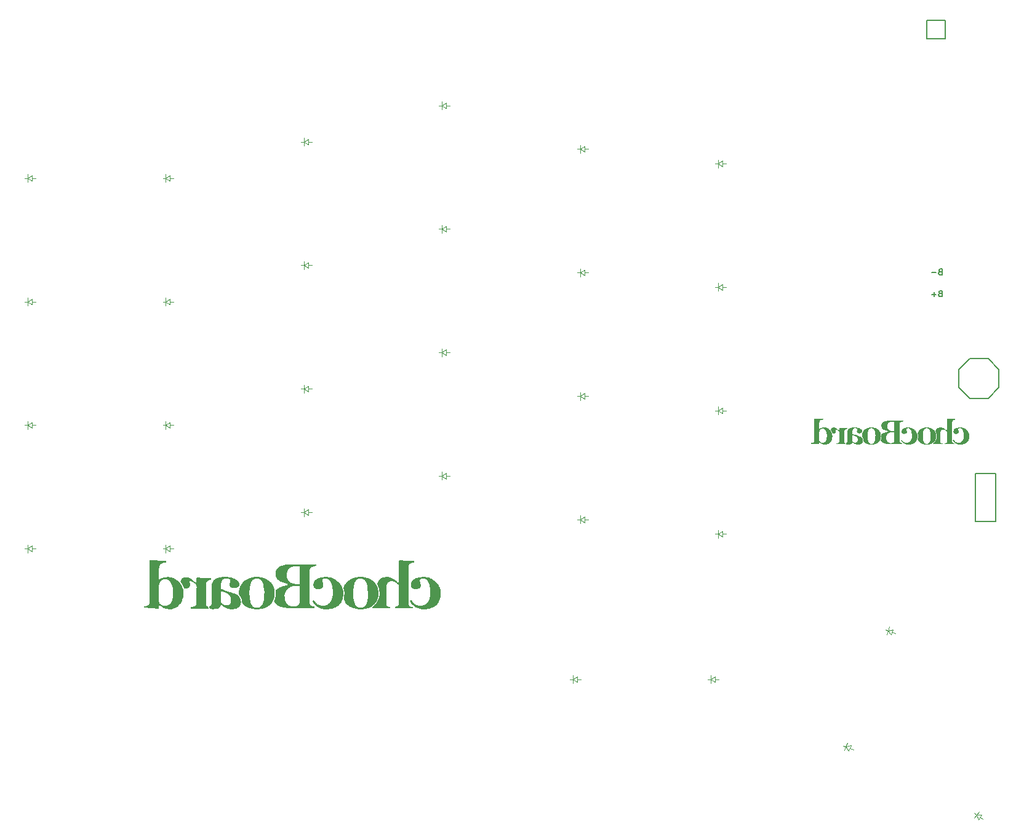
<source format=gbr>
%TF.GenerationSoftware,KiCad,Pcbnew,(7.0.0-0)*%
%TF.CreationDate,2023-05-03T13:23:33-05:00*%
%TF.ProjectId,boardv3,626f6172-6476-4332-9e6b-696361645f70,v1.0.0*%
%TF.SameCoordinates,Original*%
%TF.FileFunction,Legend,Bot*%
%TF.FilePolarity,Positive*%
%FSLAX46Y46*%
G04 Gerber Fmt 4.6, Leading zero omitted, Abs format (unit mm)*
G04 Created by KiCad (PCBNEW (7.0.0-0)) date 2023-05-03 13:23:33*
%MOMM*%
%LPD*%
G01*
G04 APERTURE LIST*
%ADD10C,0.000000*%
%ADD11C,0.150000*%
%ADD12C,0.100000*%
G04 APERTURE END LIST*
D10*
G36*
X21562568Y-39333754D02*
G01*
X21559532Y-39334187D01*
X21562177Y-39331541D01*
X21562568Y-39333754D01*
G37*
G36*
X51132310Y-23769082D02*
G01*
X51151792Y-23770096D01*
X51459367Y-23788203D01*
X51766945Y-23803830D01*
X52382101Y-23833596D01*
X53101770Y-23875929D01*
X53101770Y-24053200D01*
X53059477Y-24062625D01*
X53019417Y-24071059D01*
X52980845Y-24078500D01*
X52961884Y-24081849D01*
X52943017Y-24084950D01*
X52864934Y-24099512D01*
X52792365Y-24117485D01*
X52725246Y-24138993D01*
X52693709Y-24151111D01*
X52663510Y-24164159D01*
X52634640Y-24178153D01*
X52607092Y-24193108D01*
X52580856Y-24209040D01*
X52555925Y-24225964D01*
X52532290Y-24243896D01*
X52509944Y-24262851D01*
X52488877Y-24282845D01*
X52469083Y-24303892D01*
X52450552Y-24326010D01*
X52433276Y-24349213D01*
X52417247Y-24373516D01*
X52402456Y-24398936D01*
X52388897Y-24425487D01*
X52376559Y-24453186D01*
X52365436Y-24482047D01*
X52355519Y-24512086D01*
X52346799Y-24543320D01*
X52339268Y-24575762D01*
X52332919Y-24609429D01*
X52327743Y-24644337D01*
X52320875Y-24717934D01*
X52318601Y-24796679D01*
X52315957Y-29654429D01*
X52317707Y-29715219D01*
X52323006Y-29771662D01*
X52327011Y-29798289D01*
X52331933Y-29823872D01*
X52337781Y-29848426D01*
X52344565Y-29871966D01*
X52352295Y-29894506D01*
X52360980Y-29916060D01*
X52370630Y-29936644D01*
X52381255Y-29956271D01*
X52392864Y-29974956D01*
X52405468Y-29992714D01*
X52419075Y-30009560D01*
X52433696Y-30025507D01*
X52449340Y-30040571D01*
X52466017Y-30054765D01*
X52483736Y-30068105D01*
X52502508Y-30080604D01*
X52522342Y-30092279D01*
X52543247Y-30103142D01*
X52565234Y-30113209D01*
X52588312Y-30122493D01*
X52612490Y-30131011D01*
X52637779Y-30138775D01*
X52691727Y-30152104D01*
X52750233Y-30162596D01*
X52813375Y-30170366D01*
X52833466Y-30172971D01*
X52842954Y-30174738D01*
X52852069Y-30176815D01*
X52860813Y-30179203D01*
X52869184Y-30181900D01*
X52877183Y-30184908D01*
X52884810Y-30188226D01*
X52892066Y-30191853D01*
X52898949Y-30195791D01*
X52905460Y-30200039D01*
X52911599Y-30204597D01*
X52917366Y-30209464D01*
X52922760Y-30214642D01*
X52927783Y-30220130D01*
X52932434Y-30225929D01*
X52936713Y-30232037D01*
X52940619Y-30238455D01*
X52944154Y-30245183D01*
X52947316Y-30252221D01*
X52950107Y-30259570D01*
X52952525Y-30267228D01*
X52954572Y-30275197D01*
X52956246Y-30283475D01*
X52957548Y-30292064D01*
X52958478Y-30300963D01*
X52959037Y-30310172D01*
X52959223Y-30319690D01*
X52959037Y-30329519D01*
X52958479Y-30339658D01*
X52956247Y-30360866D01*
X52950960Y-30355574D01*
X50461229Y-30355574D01*
X50453730Y-30332122D01*
X50450687Y-30321023D01*
X50448119Y-30310332D01*
X50446029Y-30300037D01*
X50444422Y-30290131D01*
X50443300Y-30280603D01*
X50442667Y-30271445D01*
X50442526Y-30262648D01*
X50442881Y-30254202D01*
X50443734Y-30246097D01*
X50445091Y-30238326D01*
X50446953Y-30230878D01*
X50449324Y-30223745D01*
X50452207Y-30216917D01*
X50455607Y-30210385D01*
X50459526Y-30204139D01*
X50463968Y-30198171D01*
X50468935Y-30192472D01*
X50474433Y-30187032D01*
X50480463Y-30181842D01*
X50487029Y-30176892D01*
X50494136Y-30172175D01*
X50501785Y-30167679D01*
X50509981Y-30163397D01*
X50518726Y-30159319D01*
X50528025Y-30155435D01*
X50537881Y-30151737D01*
X50559275Y-30144861D01*
X50582937Y-30138616D01*
X50640014Y-30123981D01*
X50692286Y-30107729D01*
X50739906Y-30089671D01*
X50762020Y-30079906D01*
X50783030Y-30069618D01*
X50802955Y-30058783D01*
X50821814Y-30047378D01*
X50839626Y-30035379D01*
X50856411Y-30022763D01*
X50872189Y-30009505D01*
X50886978Y-29995582D01*
X50900798Y-29980969D01*
X50913669Y-29965645D01*
X50925610Y-29949584D01*
X50936639Y-29932762D01*
X50946777Y-29915157D01*
X50956044Y-29896744D01*
X50964457Y-29877500D01*
X50972037Y-29857401D01*
X50978804Y-29836423D01*
X50984776Y-29814543D01*
X50989972Y-29791736D01*
X50994413Y-29767979D01*
X51001105Y-29717520D01*
X51005007Y-29662976D01*
X51006273Y-29604158D01*
X51006273Y-27312867D01*
X51006116Y-27303326D01*
X51005642Y-27293596D01*
X51004843Y-27283735D01*
X51003710Y-27273799D01*
X51002235Y-27263848D01*
X51000413Y-27253940D01*
X50998233Y-27244132D01*
X50995689Y-27234484D01*
X50992773Y-27225052D01*
X50989478Y-27215896D01*
X50985795Y-27207073D01*
X50981716Y-27198641D01*
X50977234Y-27190659D01*
X50972342Y-27183185D01*
X50967031Y-27176276D01*
X50964216Y-27173052D01*
X50961294Y-27169992D01*
X50868112Y-27073584D01*
X50821118Y-27025442D01*
X50773442Y-26978169D01*
X50724773Y-26932383D01*
X50699969Y-26910243D01*
X50674802Y-26888706D01*
X50649231Y-26867852D01*
X50623218Y-26847758D01*
X50596724Y-26828501D01*
X50569711Y-26810158D01*
X50521194Y-26780014D01*
X50471909Y-26752183D01*
X50421895Y-26726809D01*
X50371192Y-26704036D01*
X50319837Y-26684007D01*
X50267870Y-26666865D01*
X50215330Y-26652754D01*
X50162255Y-26641817D01*
X50108683Y-26634198D01*
X50054655Y-26630040D01*
X50000207Y-26629487D01*
X49945380Y-26632681D01*
X49890211Y-26639766D01*
X49834741Y-26650886D01*
X49779006Y-26666184D01*
X49723047Y-26685804D01*
X49691292Y-26699209D01*
X49660994Y-26713609D01*
X49632124Y-26728975D01*
X49604651Y-26745278D01*
X49578544Y-26762491D01*
X49553772Y-26780583D01*
X49530306Y-26799527D01*
X49508114Y-26819295D01*
X49487167Y-26839856D01*
X49467433Y-26861184D01*
X49448882Y-26883249D01*
X49431483Y-26906023D01*
X49400022Y-26953583D01*
X49372805Y-27003635D01*
X49349587Y-27055950D01*
X49330125Y-27110300D01*
X49314174Y-27166456D01*
X49301491Y-27224190D01*
X49291831Y-27283272D01*
X49284949Y-27343474D01*
X49280603Y-27404568D01*
X49278547Y-27466325D01*
X49271808Y-28032285D01*
X49270278Y-28598741D01*
X49275899Y-29731158D01*
X49277422Y-29781087D01*
X49279329Y-29804812D01*
X49282002Y-29827721D01*
X49285445Y-29849819D01*
X49289660Y-29871115D01*
X49294649Y-29891614D01*
X49300415Y-29911323D01*
X49306959Y-29930249D01*
X49314285Y-29948399D01*
X49322395Y-29965780D01*
X49331291Y-29982398D01*
X49340976Y-29998261D01*
X49351452Y-30013375D01*
X49362722Y-30027746D01*
X49374788Y-30041382D01*
X49387652Y-30054289D01*
X49401317Y-30066475D01*
X49415785Y-30077945D01*
X49431058Y-30088707D01*
X49447140Y-30098768D01*
X49464033Y-30108134D01*
X49481738Y-30116811D01*
X49500259Y-30124808D01*
X49519597Y-30132131D01*
X49539756Y-30138785D01*
X49560737Y-30144779D01*
X49582543Y-30150119D01*
X49628641Y-30158864D01*
X49678068Y-30165074D01*
X49705624Y-30168057D01*
X49729848Y-30171198D01*
X49750877Y-30174719D01*
X49768853Y-30178841D01*
X49776739Y-30181196D01*
X49783914Y-30183784D01*
X49790395Y-30186633D01*
X49796200Y-30189771D01*
X49801346Y-30193224D01*
X49805850Y-30197020D01*
X49809731Y-30201188D01*
X49813004Y-30205754D01*
X49815689Y-30210747D01*
X49817802Y-30216193D01*
X49819361Y-30222122D01*
X49820383Y-30228559D01*
X49820886Y-30235533D01*
X49820887Y-30243072D01*
X49820403Y-30251202D01*
X49819453Y-30259952D01*
X49816220Y-30279422D01*
X49811329Y-30301702D01*
X49804918Y-30327012D01*
X49797128Y-30355574D01*
X47291524Y-30355574D01*
X47301613Y-30339947D01*
X47311089Y-30324811D01*
X47328484Y-30296002D01*
X47358994Y-30244119D01*
X47373225Y-30220983D01*
X47380330Y-30210104D01*
X47387519Y-30199677D01*
X47394864Y-30189701D01*
X47402433Y-30180169D01*
X47410297Y-30171080D01*
X47418525Y-30162429D01*
X47446686Y-30134414D01*
X47475513Y-30106856D01*
X47534610Y-30052709D01*
X47654665Y-29945470D01*
X47713390Y-29890766D01*
X47741939Y-29862789D01*
X47769759Y-29834263D01*
X47796710Y-29805085D01*
X47822655Y-29775155D01*
X47847451Y-29744373D01*
X47870962Y-29712637D01*
X47973156Y-29559256D01*
X48062572Y-29404723D01*
X48139392Y-29249067D01*
X48203799Y-29092313D01*
X48255973Y-28934490D01*
X48296097Y-28775624D01*
X48324354Y-28615743D01*
X48340926Y-28454874D01*
X48345995Y-28293043D01*
X48339742Y-28130279D01*
X48322351Y-27966607D01*
X48294003Y-27802056D01*
X48254881Y-27636652D01*
X48205167Y-27470423D01*
X48145042Y-27303395D01*
X48074689Y-27135595D01*
X48066586Y-27117173D01*
X48058483Y-27097851D01*
X48050876Y-27077971D01*
X48047414Y-27067928D01*
X48044261Y-27057874D01*
X48041481Y-27047851D01*
X48039135Y-27037901D01*
X48037285Y-27028068D01*
X48035994Y-27018393D01*
X48035322Y-27008920D01*
X48035333Y-26999692D01*
X48036088Y-26990750D01*
X48036763Y-26986400D01*
X48037649Y-26982137D01*
X48059057Y-26905453D01*
X48083651Y-26831273D01*
X48111517Y-26759744D01*
X48142738Y-26691013D01*
X48177401Y-26625227D01*
X48215591Y-26562535D01*
X48257393Y-26503082D01*
X48302893Y-26447017D01*
X48352175Y-26394487D01*
X48378262Y-26369593D01*
X48405326Y-26345638D01*
X48433378Y-26322641D01*
X48462429Y-26300619D01*
X48492490Y-26279592D01*
X48523572Y-26259577D01*
X48555684Y-26240592D01*
X48588838Y-26222658D01*
X48623044Y-26205791D01*
X48658313Y-26190010D01*
X48694655Y-26175333D01*
X48732082Y-26161780D01*
X48770604Y-26149368D01*
X48810232Y-26138116D01*
X48910744Y-26113580D01*
X49010834Y-26093633D01*
X49110451Y-26078399D01*
X49209545Y-26068002D01*
X49308065Y-26062565D01*
X49405962Y-26062214D01*
X49503184Y-26067071D01*
X49599681Y-26077262D01*
X49695404Y-26092910D01*
X49790300Y-26114138D01*
X49884321Y-26141072D01*
X49977415Y-26173835D01*
X50069533Y-26212551D01*
X50160623Y-26257344D01*
X50250636Y-26308338D01*
X50339521Y-26365658D01*
X50371498Y-26388341D01*
X50402975Y-26411691D01*
X50434010Y-26435630D01*
X50464662Y-26460081D01*
X50525046Y-26510207D01*
X50584593Y-26561449D01*
X50703035Y-26664802D01*
X50762861Y-26715673D01*
X50823709Y-26765179D01*
X50832329Y-26771917D01*
X50841325Y-26778284D01*
X50850702Y-26784340D01*
X50860461Y-26790149D01*
X50870609Y-26795771D01*
X50881148Y-26801269D01*
X50903415Y-26812142D01*
X50952818Y-26835128D01*
X50980014Y-26848233D01*
X51008916Y-26863074D01*
X51008916Y-26667283D01*
X51010902Y-25286158D01*
X51008916Y-23905033D01*
X51009329Y-23885118D01*
X51010606Y-23867004D01*
X51011587Y-23858606D01*
X51012805Y-23850635D01*
X51014269Y-23843087D01*
X51015985Y-23835952D01*
X51017961Y-23829225D01*
X51020204Y-23822897D01*
X51022721Y-23816961D01*
X51025519Y-23811411D01*
X51028607Y-23806239D01*
X51031990Y-23801437D01*
X51035676Y-23796998D01*
X51039673Y-23792916D01*
X51043988Y-23789182D01*
X51048628Y-23785790D01*
X51053600Y-23782733D01*
X51058912Y-23780002D01*
X51064571Y-23777591D01*
X51070584Y-23775493D01*
X51076959Y-23773699D01*
X51083702Y-23772204D01*
X51090821Y-23770999D01*
X51098323Y-23770078D01*
X51106216Y-23769433D01*
X51114506Y-23769057D01*
X51132310Y-23769082D01*
G37*
G36*
X25252981Y-28093387D02*
G01*
X26537601Y-28093387D01*
X26547193Y-28805447D01*
X26558769Y-29519491D01*
X26559359Y-29526028D01*
X26560138Y-29532720D01*
X26561112Y-29539536D01*
X26562283Y-29546446D01*
X26563655Y-29553417D01*
X26565234Y-29560419D01*
X26567021Y-29567421D01*
X26569021Y-29574392D01*
X26571239Y-29581301D01*
X26573677Y-29588117D01*
X26576341Y-29594809D01*
X26579232Y-29601346D01*
X26582357Y-29607698D01*
X26585718Y-29613832D01*
X26589319Y-29619717D01*
X26593165Y-29625324D01*
X26628869Y-29672175D01*
X26669202Y-29716363D01*
X26713704Y-29757706D01*
X26761919Y-29796022D01*
X26813390Y-29831129D01*
X26867660Y-29862845D01*
X26924270Y-29890987D01*
X26982764Y-29915374D01*
X27042684Y-29935823D01*
X27103573Y-29952152D01*
X27164973Y-29964179D01*
X27226428Y-29971722D01*
X27287480Y-29974598D01*
X27347671Y-29972626D01*
X27406545Y-29965623D01*
X27435345Y-29960179D01*
X27463643Y-29953408D01*
X27508484Y-29939803D01*
X27550755Y-29923823D01*
X27590491Y-29905510D01*
X27627727Y-29884906D01*
X27662498Y-29862054D01*
X27694839Y-29836996D01*
X27724785Y-29809776D01*
X27752370Y-29780436D01*
X27777630Y-29749019D01*
X27800600Y-29715567D01*
X27821313Y-29680123D01*
X27839807Y-29642729D01*
X27856114Y-29603429D01*
X27870270Y-29562264D01*
X27882310Y-29519277D01*
X27892269Y-29474512D01*
X27900160Y-29429092D01*
X27906472Y-29384123D01*
X27911206Y-29339624D01*
X27914365Y-29295613D01*
X27915951Y-29252108D01*
X27915965Y-29209127D01*
X27914409Y-29166687D01*
X27911285Y-29124807D01*
X27906596Y-29083505D01*
X27900343Y-29042798D01*
X27892528Y-29002704D01*
X27883153Y-28963241D01*
X27872220Y-28924428D01*
X27859730Y-28886281D01*
X27845687Y-28848820D01*
X27830091Y-28812062D01*
X27812946Y-28776024D01*
X27794251Y-28740726D01*
X27774011Y-28706184D01*
X27752225Y-28672416D01*
X27728898Y-28639442D01*
X27704029Y-28607278D01*
X27677622Y-28575942D01*
X27649679Y-28545453D01*
X27620200Y-28515828D01*
X27589189Y-28487085D01*
X27556646Y-28459242D01*
X27522575Y-28432317D01*
X27486977Y-28406329D01*
X27449853Y-28381294D01*
X27411207Y-28357231D01*
X27371039Y-28334158D01*
X27273831Y-28282316D01*
X27174793Y-28233451D01*
X27074081Y-28186818D01*
X26971850Y-28141674D01*
X26550831Y-27961095D01*
X26550830Y-27966387D01*
X26545415Y-28011160D01*
X26541239Y-28044770D01*
X26539694Y-28058552D01*
X26538552Y-28070939D01*
X26537844Y-28082396D01*
X26537662Y-28087921D01*
X26537601Y-28093387D01*
X25252981Y-28093387D01*
X25249452Y-27842695D01*
X25246435Y-27328742D01*
X25247619Y-27271786D01*
X25250672Y-27216022D01*
X25255585Y-27161462D01*
X25262351Y-27108120D01*
X25270961Y-27056008D01*
X25281409Y-27005139D01*
X25293686Y-26955528D01*
X25307785Y-26907186D01*
X25323697Y-26860127D01*
X25341416Y-26814364D01*
X25360932Y-26769910D01*
X25382240Y-26726778D01*
X25405330Y-26684982D01*
X25430196Y-26644533D01*
X25456828Y-26605446D01*
X25485221Y-26567734D01*
X25515365Y-26531409D01*
X25547253Y-26496484D01*
X25580878Y-26462974D01*
X25616231Y-26430890D01*
X25653305Y-26400245D01*
X25692092Y-26371054D01*
X25732584Y-26343329D01*
X25774774Y-26317082D01*
X25818654Y-26292328D01*
X25864216Y-26269080D01*
X25911452Y-26247349D01*
X25960355Y-26227150D01*
X26010916Y-26208495D01*
X26063129Y-26191398D01*
X26116985Y-26175872D01*
X26172476Y-26161929D01*
X26300961Y-26134130D01*
X26429427Y-26110315D01*
X26557854Y-26090562D01*
X26686222Y-26074947D01*
X26814514Y-26063550D01*
X26942708Y-26056447D01*
X27070786Y-26053716D01*
X27198729Y-26055434D01*
X27326516Y-26061680D01*
X27454129Y-26072529D01*
X27581548Y-26088060D01*
X27708754Y-26108351D01*
X27835728Y-26133479D01*
X27962450Y-26163521D01*
X28088900Y-26198555D01*
X28215060Y-26238658D01*
X28263977Y-26255475D01*
X28312464Y-26273230D01*
X28360463Y-26291992D01*
X28407915Y-26311832D01*
X28454763Y-26332819D01*
X28500948Y-26355023D01*
X28546413Y-26378514D01*
X28591098Y-26403362D01*
X28634946Y-26429635D01*
X28677899Y-26457405D01*
X28719898Y-26486740D01*
X28760886Y-26517711D01*
X28800804Y-26550387D01*
X28839595Y-26584839D01*
X28877199Y-26621135D01*
X28913559Y-26659346D01*
X28939586Y-26689583D01*
X28963113Y-26720694D01*
X28984170Y-26752576D01*
X29002784Y-26785126D01*
X29018984Y-26818243D01*
X29032797Y-26851823D01*
X29044251Y-26885763D01*
X29053376Y-26919960D01*
X29060198Y-26954313D01*
X29064746Y-26988719D01*
X29067048Y-27023073D01*
X29067132Y-27057275D01*
X29065026Y-27091221D01*
X29060759Y-27124808D01*
X29054358Y-27157935D01*
X29045851Y-27190497D01*
X29035268Y-27222393D01*
X29022635Y-27253519D01*
X29007980Y-27283773D01*
X28991333Y-27313053D01*
X28972720Y-27341255D01*
X28952171Y-27368277D01*
X28929713Y-27394016D01*
X28905374Y-27418369D01*
X28879183Y-27441234D01*
X28851167Y-27462509D01*
X28821355Y-27482089D01*
X28789774Y-27499873D01*
X28756453Y-27515758D01*
X28721420Y-27529642D01*
X28684703Y-27541420D01*
X28646330Y-27550992D01*
X28614371Y-27557505D01*
X28582024Y-27563167D01*
X28549337Y-27567991D01*
X28516354Y-27571993D01*
X28483124Y-27575189D01*
X28449692Y-27577595D01*
X28416105Y-27579225D01*
X28382409Y-27580096D01*
X28348651Y-27580222D01*
X28314878Y-27579620D01*
X28247471Y-27576292D01*
X28180561Y-27570236D01*
X28114519Y-27561575D01*
X28087435Y-27556903D01*
X28061254Y-27551327D01*
X28035978Y-27544859D01*
X28011610Y-27537509D01*
X27988153Y-27529290D01*
X27965609Y-27520211D01*
X27943982Y-27510285D01*
X27923274Y-27499522D01*
X27903489Y-27487933D01*
X27884629Y-27475530D01*
X27866698Y-27462324D01*
X27849697Y-27448326D01*
X27833631Y-27433547D01*
X27818502Y-27417998D01*
X27804312Y-27401690D01*
X27791065Y-27384635D01*
X27778764Y-27366843D01*
X27767412Y-27348326D01*
X27757011Y-27329095D01*
X27747564Y-27309161D01*
X27739075Y-27288536D01*
X27731546Y-27267229D01*
X27724980Y-27245253D01*
X27719380Y-27222619D01*
X27714749Y-27199337D01*
X27711090Y-27175420D01*
X27708406Y-27150877D01*
X27706699Y-27125721D01*
X27706230Y-27073611D01*
X27709707Y-27019179D01*
X27714388Y-26985450D01*
X27720373Y-26951752D01*
X27727473Y-26918116D01*
X27735503Y-26884572D01*
X27744278Y-26851153D01*
X27753611Y-26817889D01*
X27773207Y-26751950D01*
X27790245Y-26697661D01*
X27804466Y-26649522D01*
X27815594Y-26606988D01*
X27823354Y-26569512D01*
X27825885Y-26552499D01*
X27827470Y-26536546D01*
X27828076Y-26521585D01*
X27827669Y-26507546D01*
X27826212Y-26494362D01*
X27823673Y-26481965D01*
X27820017Y-26470285D01*
X27815209Y-26459255D01*
X27809215Y-26448806D01*
X27802001Y-26438870D01*
X27793532Y-26429379D01*
X27783774Y-26420265D01*
X27772693Y-26411458D01*
X27760253Y-26402892D01*
X27746421Y-26394497D01*
X27731162Y-26386205D01*
X27696227Y-26369657D01*
X27655172Y-26352703D01*
X27607722Y-26334795D01*
X27553602Y-26315388D01*
X27504521Y-26299390D01*
X27456039Y-26286101D01*
X27408213Y-26275485D01*
X27361097Y-26267504D01*
X27314749Y-26262125D01*
X27269224Y-26259310D01*
X27224579Y-26259024D01*
X27180871Y-26261231D01*
X27138154Y-26265895D01*
X27096486Y-26272981D01*
X27055922Y-26282452D01*
X27016519Y-26294273D01*
X26978333Y-26308407D01*
X26941420Y-26324820D01*
X26905837Y-26343475D01*
X26871639Y-26364336D01*
X26838883Y-26387367D01*
X26807625Y-26412533D01*
X26777921Y-26439798D01*
X26749828Y-26469125D01*
X26723401Y-26500480D01*
X26698697Y-26533825D01*
X26675771Y-26569126D01*
X26654681Y-26606347D01*
X26635482Y-26645451D01*
X26618231Y-26686403D01*
X26602984Y-26729166D01*
X26589796Y-26773706D01*
X26578725Y-26819986D01*
X26569826Y-26867970D01*
X26563155Y-26917623D01*
X26558770Y-26968908D01*
X26534956Y-27595971D01*
X26534433Y-27613339D01*
X26534526Y-27621659D01*
X26534858Y-27629741D01*
X26535433Y-27637589D01*
X26536253Y-27645206D01*
X26537320Y-27652595D01*
X26538636Y-27659760D01*
X26540204Y-27666704D01*
X26542026Y-27673430D01*
X26544106Y-27679943D01*
X26546444Y-27686244D01*
X26549044Y-27692338D01*
X26551908Y-27698229D01*
X26555039Y-27703918D01*
X26558438Y-27709411D01*
X26562109Y-27714710D01*
X26566053Y-27719818D01*
X26570274Y-27724739D01*
X26574773Y-27729477D01*
X26579553Y-27734034D01*
X26584617Y-27738415D01*
X26589966Y-27742622D01*
X26595604Y-27746659D01*
X26601532Y-27750530D01*
X26607754Y-27754237D01*
X26614270Y-27757784D01*
X26621085Y-27761175D01*
X26628201Y-27764413D01*
X26635619Y-27767501D01*
X26651373Y-27773242D01*
X27055855Y-27907187D01*
X27257475Y-27974532D01*
X27458352Y-28043117D01*
X28090044Y-28255775D01*
X28247347Y-28311188D01*
X28403410Y-28369422D01*
X28557737Y-28431439D01*
X28709831Y-28498200D01*
X28750285Y-28517835D01*
X28789291Y-28539010D01*
X28826844Y-28561681D01*
X28862938Y-28585807D01*
X28897567Y-28611346D01*
X28930724Y-28638255D01*
X28992604Y-28696017D01*
X29048531Y-28758756D01*
X29098458Y-28826133D01*
X29142339Y-28897813D01*
X29180128Y-28973458D01*
X29211777Y-29052730D01*
X29237240Y-29135293D01*
X29256472Y-29220809D01*
X29269424Y-29308941D01*
X29276052Y-29399352D01*
X29276308Y-29491705D01*
X29270145Y-29585663D01*
X29257518Y-29680887D01*
X29250440Y-29718623D01*
X29241633Y-29755905D01*
X29231136Y-29792696D01*
X29218988Y-29828961D01*
X29205228Y-29864664D01*
X29189894Y-29899769D01*
X29154662Y-29968043D01*
X29113599Y-30033495D01*
X29067018Y-30095839D01*
X29015228Y-30154787D01*
X28958539Y-30210054D01*
X28897261Y-30261352D01*
X28831705Y-30308394D01*
X28762179Y-30350894D01*
X28688995Y-30388565D01*
X28612462Y-30421120D01*
X28532891Y-30448272D01*
X28450591Y-30469734D01*
X28365873Y-30485221D01*
X28247278Y-30499043D01*
X28130621Y-30506749D01*
X28015917Y-30508301D01*
X27903182Y-30503659D01*
X27792432Y-30492785D01*
X27683681Y-30475640D01*
X27576946Y-30452185D01*
X27472242Y-30422382D01*
X27369584Y-30386192D01*
X27268988Y-30343575D01*
X27170470Y-30294494D01*
X27074044Y-30238910D01*
X26979727Y-30176783D01*
X26887534Y-30108076D01*
X26797480Y-30032748D01*
X26709581Y-29950762D01*
X26687756Y-29930397D01*
X26667811Y-29912977D01*
X26658491Y-29905381D01*
X26649579Y-29898533D01*
X26641053Y-29892437D01*
X26632893Y-29887097D01*
X26625078Y-29882516D01*
X26617587Y-29878700D01*
X26610400Y-29875650D01*
X26603495Y-29873372D01*
X26596851Y-29871869D01*
X26590448Y-29871144D01*
X26584265Y-29871203D01*
X26578282Y-29872049D01*
X26572476Y-29873685D01*
X26566828Y-29876116D01*
X26561317Y-29879345D01*
X26555921Y-29883376D01*
X26550621Y-29888214D01*
X26545394Y-29893861D01*
X26540221Y-29900323D01*
X26535080Y-29907602D01*
X26529951Y-29915703D01*
X26524813Y-29924630D01*
X26519644Y-29934385D01*
X26514425Y-29944975D01*
X26503751Y-29968668D01*
X26492623Y-29995741D01*
X26475473Y-30036687D01*
X26456754Y-30076129D01*
X26436446Y-30113990D01*
X26414529Y-30150192D01*
X26390984Y-30184657D01*
X26365793Y-30217309D01*
X26338934Y-30248069D01*
X26310390Y-30276861D01*
X26280141Y-30303606D01*
X26248167Y-30328227D01*
X26214448Y-30350647D01*
X26178967Y-30370788D01*
X26141702Y-30388573D01*
X26102635Y-30403923D01*
X26061747Y-30416762D01*
X26019018Y-30427012D01*
X25934222Y-30443083D01*
X25848651Y-30457356D01*
X25762523Y-30469521D01*
X25676053Y-30479267D01*
X25589458Y-30486285D01*
X25502957Y-30490264D01*
X25416766Y-30490894D01*
X25373854Y-30489857D01*
X25331102Y-30487866D01*
X25184982Y-30480378D01*
X25129370Y-30477291D01*
X25083882Y-30473604D01*
X25047385Y-30468536D01*
X25032155Y-30465242D01*
X25018749Y-30461310D01*
X25007025Y-30456644D01*
X24996841Y-30451146D01*
X24988056Y-30444719D01*
X24980529Y-30437265D01*
X24974118Y-30428687D01*
X24968682Y-30418888D01*
X24964080Y-30407770D01*
X24960169Y-30395236D01*
X24953856Y-30365531D01*
X24948614Y-30328992D01*
X24936811Y-30232301D01*
X24927987Y-30170589D01*
X24915706Y-30098929D01*
X24920998Y-30077762D01*
X24918351Y-30077763D01*
X24955003Y-30066298D01*
X24989566Y-30052772D01*
X25022060Y-30037230D01*
X25052503Y-30019720D01*
X25080915Y-30000287D01*
X25107316Y-29978978D01*
X25131725Y-29955840D01*
X25154161Y-29930919D01*
X25174643Y-29904261D01*
X25193192Y-29875914D01*
X25209826Y-29845924D01*
X25224565Y-29814337D01*
X25237428Y-29781199D01*
X25248434Y-29746558D01*
X25257603Y-29710459D01*
X25264955Y-29672950D01*
X25267660Y-29655061D01*
X25269854Y-29637117D01*
X25271582Y-29619128D01*
X25272892Y-29601099D01*
X25274442Y-29564956D01*
X25274876Y-29528752D01*
X25272892Y-29384554D01*
X25256687Y-28356648D01*
X25252981Y-28093387D01*
G37*
G36*
X43505977Y-28329528D02*
G01*
X44724069Y-28329528D01*
X44725656Y-28456494D01*
X44730255Y-28583383D01*
X44737992Y-28710179D01*
X44748997Y-28836866D01*
X44763398Y-28963430D01*
X44781321Y-29089853D01*
X44802895Y-29216122D01*
X44828248Y-29342220D01*
X44837176Y-29382951D01*
X44847084Y-29423740D01*
X44857962Y-29464521D01*
X44869796Y-29505228D01*
X44882576Y-29545796D01*
X44896291Y-29586159D01*
X44910927Y-29626250D01*
X44926475Y-29666004D01*
X44942922Y-29705355D01*
X44960256Y-29744237D01*
X44978466Y-29782584D01*
X44997540Y-29820331D01*
X45017467Y-29857410D01*
X45038235Y-29893758D01*
X45059833Y-29929307D01*
X45082248Y-29963991D01*
X45112573Y-30005795D01*
X45144922Y-30044889D01*
X45179161Y-30081274D01*
X45215160Y-30114954D01*
X45252787Y-30145930D01*
X45291910Y-30174205D01*
X45332398Y-30199782D01*
X45374117Y-30222663D01*
X45416938Y-30242850D01*
X45460727Y-30260346D01*
X45505354Y-30275153D01*
X45550685Y-30287274D01*
X45596591Y-30296711D01*
X45642938Y-30303466D01*
X45689595Y-30307542D01*
X45736431Y-30308942D01*
X45783313Y-30307667D01*
X45830110Y-30303720D01*
X45876690Y-30297104D01*
X45922921Y-30287822D01*
X45968671Y-30275874D01*
X46013809Y-30261264D01*
X46058203Y-30243995D01*
X46101721Y-30224068D01*
X46144231Y-30201487D01*
X46185602Y-30176253D01*
X46225702Y-30148369D01*
X46264398Y-30117837D01*
X46301560Y-30084660D01*
X46337055Y-30048841D01*
X46370752Y-30010381D01*
X46402519Y-29969283D01*
X46444718Y-29907594D01*
X46483139Y-29844614D01*
X46517971Y-29780417D01*
X46549404Y-29715076D01*
X46577628Y-29648666D01*
X46602832Y-29581260D01*
X46625208Y-29512932D01*
X46644944Y-29443754D01*
X46662230Y-29373802D01*
X46677257Y-29303148D01*
X46690214Y-29231866D01*
X46701292Y-29160030D01*
X46718567Y-29014990D01*
X46730602Y-28868617D01*
X46733640Y-28798171D01*
X46735067Y-28727726D01*
X46735253Y-28657280D01*
X46734571Y-28586835D01*
X46732090Y-28445944D01*
X46730602Y-28305054D01*
X46744079Y-28303111D01*
X46750600Y-28302217D01*
X46757060Y-28301416D01*
X46763519Y-28300739D01*
X46770040Y-28300217D01*
X46776686Y-28299881D01*
X46780570Y-28299813D01*
X46780878Y-28302408D01*
X46783517Y-28299762D01*
X46780570Y-28299813D01*
X46708116Y-27687583D01*
X46667767Y-27380790D01*
X46644864Y-27227657D01*
X46619481Y-27074741D01*
X46611142Y-27031400D01*
X46601012Y-26988705D01*
X46589099Y-26946685D01*
X46575411Y-26905367D01*
X46559956Y-26864777D01*
X46542741Y-26824943D01*
X46523775Y-26785892D01*
X46503064Y-26747650D01*
X46480617Y-26710246D01*
X46456441Y-26673707D01*
X46430545Y-26638058D01*
X46402935Y-26603329D01*
X46373621Y-26569544D01*
X46342608Y-26536733D01*
X46309906Y-26504922D01*
X46275522Y-26474137D01*
X46241491Y-26446169D01*
X46206426Y-26420303D01*
X46170410Y-26396532D01*
X46133525Y-26374851D01*
X46095853Y-26355254D01*
X46057477Y-26337733D01*
X46018478Y-26322283D01*
X45978940Y-26308897D01*
X45938945Y-26297569D01*
X45898574Y-26288293D01*
X45857911Y-26281062D01*
X45817038Y-26275870D01*
X45776037Y-26272712D01*
X45734990Y-26271579D01*
X45693980Y-26272467D01*
X45653089Y-26275369D01*
X45612400Y-26280279D01*
X45571994Y-26287189D01*
X45531955Y-26296095D01*
X45492365Y-26306990D01*
X45453305Y-26319867D01*
X45414859Y-26334720D01*
X45377109Y-26351543D01*
X45340137Y-26370330D01*
X45304025Y-26391073D01*
X45268856Y-26413768D01*
X45234712Y-26438408D01*
X45201675Y-26464985D01*
X45169829Y-26493495D01*
X45139254Y-26523931D01*
X45110035Y-26556286D01*
X45082252Y-26590554D01*
X45052534Y-26631135D01*
X45024844Y-26672487D01*
X44999099Y-26714575D01*
X44975219Y-26757365D01*
X44953121Y-26800822D01*
X44932725Y-26844910D01*
X44913949Y-26889596D01*
X44896711Y-26934843D01*
X44880931Y-26980617D01*
X44866527Y-27026884D01*
X44853417Y-27073608D01*
X44841520Y-27120754D01*
X44830756Y-27168288D01*
X44821041Y-27216175D01*
X44804437Y-27312866D01*
X44770625Y-27566970D01*
X44745278Y-27821197D01*
X44729418Y-28075424D01*
X44725366Y-28202499D01*
X44724069Y-28329528D01*
X43505977Y-28329528D01*
X43506323Y-28265697D01*
X43504128Y-28184727D01*
X43499239Y-28103800D01*
X43491598Y-28022927D01*
X43481147Y-27942120D01*
X43467828Y-27861390D01*
X43451583Y-27780750D01*
X43432353Y-27700210D01*
X43410081Y-27619783D01*
X43407381Y-27608720D01*
X43405224Y-27597387D01*
X43403593Y-27585820D01*
X43402474Y-27574060D01*
X43401852Y-27562145D01*
X43401710Y-27550113D01*
X43402032Y-27538004D01*
X43402805Y-27525856D01*
X43404012Y-27513708D01*
X43405637Y-27501599D01*
X43407665Y-27489568D01*
X43410081Y-27477652D01*
X43412869Y-27465892D01*
X43416014Y-27454326D01*
X43419499Y-27442992D01*
X43423311Y-27431929D01*
X43457288Y-27343651D01*
X43494707Y-27258389D01*
X43535537Y-27176119D01*
X43579746Y-27096818D01*
X43627304Y-27020462D01*
X43678179Y-26947029D01*
X43732341Y-26876494D01*
X43789759Y-26808835D01*
X43850401Y-26744029D01*
X43914237Y-26682053D01*
X43981236Y-26622882D01*
X44051366Y-26566494D01*
X44124597Y-26512865D01*
X44200897Y-26461973D01*
X44280236Y-26413794D01*
X44362583Y-26368304D01*
X44465764Y-26316929D01*
X44569898Y-26270832D01*
X44674947Y-26229836D01*
X44780872Y-26193762D01*
X44887634Y-26162432D01*
X44995195Y-26135667D01*
X45103515Y-26113290D01*
X45212556Y-26095122D01*
X45322279Y-26080984D01*
X45432645Y-26070700D01*
X45543617Y-26064089D01*
X45655154Y-26060974D01*
X45767218Y-26061177D01*
X45879770Y-26064519D01*
X45992772Y-26070822D01*
X46106185Y-26079908D01*
X46214893Y-26091970D01*
X46321681Y-26107788D01*
X46426462Y-26127320D01*
X46529147Y-26150524D01*
X46629645Y-26177357D01*
X46727868Y-26207778D01*
X46823728Y-26241745D01*
X46917133Y-26279214D01*
X47007997Y-26320144D01*
X47096228Y-26364494D01*
X47181739Y-26412220D01*
X47264440Y-26463280D01*
X47344242Y-26517633D01*
X47421056Y-26575237D01*
X47494793Y-26636048D01*
X47565363Y-26700025D01*
X47632677Y-26767127D01*
X47696647Y-26837310D01*
X47757182Y-26910532D01*
X47814195Y-26986752D01*
X47867596Y-27065927D01*
X47917295Y-27148015D01*
X47963203Y-27232975D01*
X48005233Y-27320763D01*
X48043293Y-27411337D01*
X48077295Y-27504656D01*
X48107151Y-27600678D01*
X48132770Y-27699360D01*
X48154064Y-27800659D01*
X48170943Y-27904535D01*
X48183319Y-28010944D01*
X48191102Y-28119845D01*
X48195322Y-28272937D01*
X48191996Y-28422587D01*
X48180957Y-28568702D01*
X48162039Y-28711190D01*
X48135075Y-28849956D01*
X48099898Y-28984909D01*
X48079178Y-29050927D01*
X48056342Y-29115956D01*
X48031370Y-29179985D01*
X48004240Y-29243002D01*
X47974932Y-29304996D01*
X47943426Y-29365956D01*
X47909699Y-29425869D01*
X47873732Y-29484724D01*
X47835503Y-29542509D01*
X47794992Y-29599213D01*
X47752177Y-29654824D01*
X47707039Y-29709330D01*
X47659556Y-29762720D01*
X47609707Y-29814983D01*
X47557472Y-29866105D01*
X47502829Y-29916077D01*
X47445759Y-29964886D01*
X47386239Y-30012521D01*
X47324249Y-30058969D01*
X47259769Y-30104220D01*
X47174698Y-30158881D01*
X47088073Y-30208876D01*
X46999767Y-30254374D01*
X46909650Y-30295547D01*
X46817595Y-30332566D01*
X46723475Y-30365600D01*
X46627161Y-30394820D01*
X46528525Y-30420397D01*
X46427440Y-30442502D01*
X46323778Y-30461304D01*
X46217410Y-30476975D01*
X46108210Y-30489685D01*
X45996048Y-30499604D01*
X45880797Y-30506904D01*
X45762330Y-30511753D01*
X45640518Y-30514324D01*
X45637872Y-30514324D01*
X45375604Y-30486874D01*
X45291976Y-30476678D01*
X45204410Y-30464095D01*
X45114549Y-30448597D01*
X45024038Y-30429658D01*
X44893927Y-30396427D01*
X44767599Y-30358158D01*
X44645178Y-30314711D01*
X44526787Y-30265947D01*
X44412551Y-30211725D01*
X44302594Y-30151907D01*
X44197040Y-30086353D01*
X44096013Y-30014923D01*
X43999636Y-29937479D01*
X43908034Y-29853879D01*
X43821332Y-29763985D01*
X43739652Y-29667658D01*
X43663119Y-29564757D01*
X43591857Y-29455144D01*
X43525990Y-29338678D01*
X43465642Y-29215221D01*
X43457612Y-29196456D01*
X43450387Y-29177843D01*
X43443969Y-29159346D01*
X43438357Y-29140931D01*
X43433551Y-29122562D01*
X43429551Y-29104204D01*
X43426358Y-29085824D01*
X43423970Y-29067385D01*
X43422389Y-29048853D01*
X43421614Y-29030193D01*
X43421645Y-29011371D01*
X43422483Y-28992351D01*
X43424126Y-28973098D01*
X43426576Y-28953578D01*
X43429831Y-28933755D01*
X43433893Y-28913596D01*
X43451153Y-28832703D01*
X43466186Y-28751761D01*
X43478931Y-28670779D01*
X43489332Y-28589770D01*
X43497329Y-28508746D01*
X43502866Y-28427718D01*
X43505883Y-28346698D01*
X43505977Y-28329528D01*
G37*
G36*
X29008503Y-28363924D02*
G01*
X30453105Y-28363924D01*
X30455839Y-28498085D01*
X30461895Y-28632176D01*
X30471401Y-28766190D01*
X30484483Y-28900118D01*
X30501271Y-29033954D01*
X30521892Y-29167688D01*
X30546474Y-29301315D01*
X30575144Y-29434825D01*
X30589138Y-29490243D01*
X30605240Y-29545288D01*
X30623327Y-29599838D01*
X30643274Y-29653768D01*
X30664957Y-29706953D01*
X30688253Y-29759270D01*
X30713037Y-29810595D01*
X30739186Y-29860804D01*
X30770035Y-29914192D01*
X30803048Y-29964208D01*
X30838215Y-30010829D01*
X30875529Y-30054032D01*
X30914983Y-30093793D01*
X30956568Y-30130090D01*
X31000277Y-30162898D01*
X31046103Y-30192194D01*
X31094037Y-30217956D01*
X31144071Y-30240161D01*
X31196198Y-30258783D01*
X31250411Y-30273802D01*
X31306700Y-30285193D01*
X31365060Y-30292933D01*
X31425481Y-30296998D01*
X31487956Y-30297366D01*
X31518932Y-30296166D01*
X31549351Y-30294056D01*
X31579216Y-30291044D01*
X31608528Y-30287134D01*
X31637290Y-30282333D01*
X31665504Y-30276647D01*
X31693171Y-30270080D01*
X31720294Y-30262640D01*
X31746874Y-30254331D01*
X31772914Y-30245160D01*
X31798415Y-30235133D01*
X31823378Y-30224255D01*
X31847808Y-30212531D01*
X31871704Y-30199969D01*
X31895069Y-30186574D01*
X31917905Y-30172351D01*
X31940214Y-30157306D01*
X31961998Y-30141446D01*
X31983259Y-30124775D01*
X32003998Y-30107300D01*
X32024218Y-30089027D01*
X32043921Y-30069962D01*
X32063108Y-30050109D01*
X32081781Y-30029476D01*
X32117595Y-29985889D01*
X32151379Y-29939249D01*
X32183147Y-29889601D01*
X32212915Y-29836991D01*
X32241606Y-29781619D01*
X32268193Y-29725655D01*
X32292742Y-29669124D01*
X32315317Y-29612054D01*
X32335986Y-29554473D01*
X32354813Y-29496408D01*
X32371866Y-29437885D01*
X32387209Y-29378932D01*
X32400909Y-29319575D01*
X32413032Y-29259843D01*
X32423643Y-29199762D01*
X32432809Y-29139360D01*
X32440595Y-29078662D01*
X32447067Y-29017698D01*
X32456333Y-28895075D01*
X32459371Y-28820542D01*
X32460797Y-28745792D01*
X32460983Y-28670856D01*
X32460301Y-28595765D01*
X32457821Y-28445242D01*
X32456333Y-28294470D01*
X32470223Y-28292528D01*
X32477168Y-28291634D01*
X32484113Y-28290833D01*
X32491058Y-28290156D01*
X32498003Y-28289634D01*
X32504949Y-28289298D01*
X32511894Y-28289179D01*
X32511896Y-28283887D01*
X32438143Y-27675676D01*
X32398414Y-27371943D01*
X32375775Y-27220495D01*
X32350500Y-27069450D01*
X32341664Y-27025175D01*
X32331038Y-26981657D01*
X32318629Y-26938905D01*
X32304445Y-26896933D01*
X32288493Y-26855751D01*
X32270782Y-26815372D01*
X32251320Y-26775807D01*
X32230113Y-26737067D01*
X32207170Y-26699164D01*
X32182499Y-26662110D01*
X32156106Y-26625917D01*
X32128001Y-26590595D01*
X32098190Y-26556157D01*
X32066682Y-26522615D01*
X32033484Y-26489979D01*
X31998603Y-26458262D01*
X31965774Y-26431480D01*
X31931837Y-26406693D01*
X31896877Y-26383896D01*
X31860978Y-26363085D01*
X31824227Y-26344254D01*
X31786709Y-26327398D01*
X31748508Y-26312514D01*
X31709711Y-26299595D01*
X31670402Y-26288637D01*
X31630667Y-26279636D01*
X31590590Y-26272586D01*
X31550258Y-26267483D01*
X31509755Y-26264322D01*
X31469167Y-26263097D01*
X31428579Y-26263805D01*
X31388077Y-26266439D01*
X31347745Y-26270996D01*
X31307668Y-26277471D01*
X31267933Y-26285858D01*
X31228624Y-26296153D01*
X31189826Y-26308351D01*
X31151626Y-26322448D01*
X31114107Y-26338437D01*
X31077356Y-26356315D01*
X31041458Y-26376077D01*
X31006498Y-26397717D01*
X30972560Y-26421231D01*
X30939732Y-26446614D01*
X30908097Y-26473862D01*
X30877741Y-26502969D01*
X30848749Y-26533930D01*
X30821206Y-26566741D01*
X30790528Y-26606857D01*
X30761938Y-26647806D01*
X30735357Y-26689554D01*
X30710701Y-26732065D01*
X30687891Y-26775304D01*
X30666843Y-26819238D01*
X30647478Y-26863830D01*
X30629714Y-26909046D01*
X30613469Y-26954852D01*
X30598662Y-27001211D01*
X30585211Y-27048090D01*
X30573035Y-27095454D01*
X30562053Y-27143266D01*
X30552184Y-27191494D01*
X30535456Y-27289054D01*
X30499288Y-27557927D01*
X30472825Y-27826737D01*
X30457089Y-28095423D01*
X30453564Y-28229701D01*
X30453105Y-28363924D01*
X29008503Y-28363924D01*
X29005162Y-28307511D01*
X29005333Y-28155627D01*
X29014922Y-28003587D01*
X29034236Y-27852121D01*
X29063579Y-27701957D01*
X29082108Y-27627591D01*
X29103260Y-27553824D01*
X29127072Y-27480746D01*
X29153583Y-27408450D01*
X29182831Y-27337026D01*
X29214855Y-27266565D01*
X29249692Y-27197158D01*
X29287382Y-27128896D01*
X29327962Y-27061871D01*
X29371471Y-26996173D01*
X29417946Y-26931894D01*
X29467427Y-26869124D01*
X29519951Y-26807955D01*
X29575556Y-26748478D01*
X29634282Y-26690783D01*
X29696166Y-26634963D01*
X29761247Y-26581107D01*
X29829562Y-26529307D01*
X29901150Y-26479655D01*
X29976050Y-26432241D01*
X30054299Y-26387156D01*
X30135936Y-26344492D01*
X30237072Y-26297308D01*
X30339040Y-26254880D01*
X30441807Y-26217064D01*
X30545338Y-26183716D01*
X30649597Y-26154694D01*
X30754550Y-26129854D01*
X30860162Y-26109052D01*
X30966397Y-26092145D01*
X31073222Y-26078991D01*
X31180601Y-26069444D01*
X31288500Y-26063362D01*
X31396883Y-26060602D01*
X31505715Y-26061020D01*
X31614963Y-26064473D01*
X31724590Y-26070817D01*
X31834562Y-26079908D01*
X31944395Y-26092007D01*
X32052091Y-26107924D01*
X32157576Y-26127604D01*
X32260773Y-26150989D01*
X32361608Y-26178024D01*
X32460005Y-26208651D01*
X32555890Y-26242813D01*
X32649188Y-26280454D01*
X32739823Y-26321518D01*
X32827720Y-26365947D01*
X32912805Y-26413685D01*
X32995001Y-26464676D01*
X33074235Y-26518862D01*
X33150430Y-26576186D01*
X33223513Y-26636593D01*
X33293407Y-26700026D01*
X33360037Y-26766427D01*
X33423330Y-26835740D01*
X33483208Y-26907909D01*
X33539598Y-26982877D01*
X33592425Y-27060586D01*
X33641612Y-27140981D01*
X33687086Y-27224005D01*
X33728770Y-27309601D01*
X33766591Y-27397712D01*
X33800472Y-27488282D01*
X33830339Y-27581254D01*
X33856117Y-27676571D01*
X33877730Y-27774176D01*
X33895103Y-27874014D01*
X33908162Y-27976027D01*
X33916831Y-28080158D01*
X33922814Y-28229032D01*
X33921782Y-28374952D01*
X33913541Y-28517818D01*
X33897897Y-28657529D01*
X33874657Y-28793984D01*
X33843626Y-28927083D01*
X33804612Y-29056725D01*
X33757420Y-29182809D01*
X33701856Y-29305234D01*
X33670874Y-29365043D01*
X33637727Y-29423900D01*
X33602389Y-29481792D01*
X33564838Y-29538706D01*
X33525049Y-29594629D01*
X33482997Y-29649550D01*
X33438658Y-29703456D01*
X33392009Y-29756333D01*
X33343024Y-29808170D01*
X33291680Y-29858954D01*
X33237953Y-29908671D01*
X33181818Y-29957311D01*
X33123250Y-30004859D01*
X33062227Y-30051303D01*
X32974510Y-30113069D01*
X32884987Y-30169513D01*
X32793650Y-30220834D01*
X32700492Y-30267228D01*
X32605504Y-30308894D01*
X32508679Y-30346030D01*
X32410009Y-30378832D01*
X32309487Y-30407499D01*
X32207104Y-30432228D01*
X32102854Y-30453217D01*
X31996727Y-30470664D01*
X31888717Y-30484765D01*
X31778815Y-30495720D01*
X31667015Y-30503726D01*
X31553307Y-30508979D01*
X31437685Y-30511679D01*
X31435040Y-30511679D01*
X31362032Y-30506015D01*
X31273644Y-30500104D01*
X31175335Y-30492704D01*
X31124165Y-30488058D01*
X31072561Y-30482575D01*
X30956921Y-30466831D01*
X30843216Y-30447285D01*
X30731518Y-30423794D01*
X30621901Y-30396213D01*
X30514440Y-30364401D01*
X30409207Y-30328212D01*
X30306276Y-30287505D01*
X30205720Y-30242135D01*
X30107615Y-30191959D01*
X30012032Y-30136834D01*
X29919046Y-30076616D01*
X29828731Y-30011162D01*
X29741159Y-29940328D01*
X29656405Y-29863972D01*
X29574543Y-29781949D01*
X29495645Y-29694117D01*
X29486439Y-29683308D01*
X29477687Y-29671767D01*
X29469408Y-29659567D01*
X29461621Y-29646781D01*
X29454345Y-29633484D01*
X29447601Y-29619749D01*
X29441407Y-29605650D01*
X29435782Y-29591260D01*
X29430747Y-29576653D01*
X29426320Y-29561903D01*
X29422521Y-29547083D01*
X29419370Y-29532266D01*
X29416885Y-29517527D01*
X29415086Y-29502940D01*
X29413992Y-29488577D01*
X29413623Y-29474513D01*
X29411127Y-29411421D01*
X29406549Y-29349166D01*
X29399793Y-29287780D01*
X29390762Y-29227293D01*
X29379359Y-29167735D01*
X29365487Y-29109139D01*
X29349049Y-29051536D01*
X29329949Y-28994955D01*
X29308089Y-28939429D01*
X29283373Y-28884988D01*
X29255704Y-28831663D01*
X29224984Y-28779485D01*
X29191117Y-28728485D01*
X29154006Y-28678695D01*
X29113555Y-28630145D01*
X29069665Y-28582866D01*
X29064274Y-28576703D01*
X29059030Y-28570144D01*
X29053957Y-28563228D01*
X29049077Y-28555995D01*
X29044415Y-28548482D01*
X29039993Y-28540730D01*
X29035834Y-28532775D01*
X29031962Y-28524658D01*
X29028401Y-28516417D01*
X29025172Y-28508091D01*
X29022300Y-28499718D01*
X29019808Y-28491337D01*
X29017719Y-28482988D01*
X29016057Y-28474708D01*
X29014844Y-28466537D01*
X29014103Y-28458512D01*
X29008503Y-28363924D01*
G37*
G36*
X114712797Y-6697762D02*
G01*
X115481241Y-6697762D01*
X115482724Y-6769306D01*
X115485979Y-6840807D01*
X115491071Y-6912255D01*
X115498066Y-6983636D01*
X115507030Y-7054940D01*
X115518029Y-7126155D01*
X115531128Y-7197269D01*
X115546394Y-7268270D01*
X115550020Y-7283121D01*
X115553945Y-7297907D01*
X115562642Y-7327264D01*
X115572394Y-7356311D01*
X115583106Y-7385018D01*
X115594687Y-7413352D01*
X115607042Y-7441283D01*
X115620080Y-7468780D01*
X115633707Y-7495811D01*
X115650170Y-7524209D01*
X115667803Y-7550852D01*
X115686599Y-7575719D01*
X115706550Y-7598791D01*
X115727649Y-7620050D01*
X115749886Y-7639476D01*
X115773256Y-7657049D01*
X115797749Y-7672750D01*
X115823358Y-7686560D01*
X115850076Y-7698459D01*
X115877895Y-7708428D01*
X115906807Y-7716447D01*
X115936804Y-7722498D01*
X115967878Y-7726561D01*
X116000022Y-7728615D01*
X116033228Y-7728643D01*
X116049700Y-7727908D01*
X116065878Y-7726694D01*
X116081764Y-7725006D01*
X116097358Y-7722846D01*
X116112661Y-7720217D01*
X116127675Y-7717122D01*
X116142400Y-7713563D01*
X116156837Y-7709545D01*
X116170988Y-7705069D01*
X116184852Y-7700139D01*
X116198432Y-7694757D01*
X116211728Y-7688926D01*
X116224741Y-7682650D01*
X116237472Y-7675931D01*
X116249922Y-7668772D01*
X116262092Y-7661176D01*
X116273983Y-7653146D01*
X116285596Y-7644685D01*
X116296932Y-7635795D01*
X116307991Y-7626480D01*
X116318776Y-7616743D01*
X116329286Y-7606586D01*
X116339523Y-7596012D01*
X116349488Y-7585025D01*
X116368604Y-7561821D01*
X116386643Y-7536997D01*
X116403612Y-7510576D01*
X116419519Y-7482582D01*
X116434811Y-7453129D01*
X116448964Y-7423324D01*
X116462016Y-7393186D01*
X116474006Y-7362734D01*
X116484973Y-7331987D01*
X116494955Y-7300965D01*
X116503992Y-7269687D01*
X116512122Y-7238173D01*
X116519384Y-7206442D01*
X116525816Y-7174513D01*
X116531458Y-7142406D01*
X116536348Y-7110140D01*
X116544027Y-7045208D01*
X116549164Y-6979874D01*
X116550683Y-6940072D01*
X116551396Y-6900085D01*
X116551489Y-6859973D01*
X116551148Y-6819800D01*
X116549908Y-6739516D01*
X116549164Y-6659727D01*
X116578268Y-6659727D01*
X116580915Y-6657081D01*
X116540235Y-6331975D01*
X116518779Y-6170042D01*
X116506795Y-6089338D01*
X116493603Y-6008852D01*
X116489138Y-5985228D01*
X116483686Y-5961987D01*
X116477249Y-5939142D01*
X116469831Y-5916703D01*
X116461437Y-5894683D01*
X116452070Y-5873094D01*
X116441734Y-5851946D01*
X116430433Y-5831251D01*
X116418171Y-5811022D01*
X116404951Y-5791269D01*
X116390778Y-5772005D01*
X116375656Y-5753241D01*
X116359588Y-5734988D01*
X116342578Y-5717258D01*
X116324630Y-5700064D01*
X116305748Y-5683415D01*
X116288322Y-5669074D01*
X116270306Y-5655815D01*
X116251744Y-5643633D01*
X116232682Y-5632524D01*
X116213165Y-5622486D01*
X116193237Y-5613513D01*
X116172944Y-5605602D01*
X116152330Y-5598749D01*
X116131442Y-5592950D01*
X116110323Y-5588202D01*
X116089020Y-5584500D01*
X116067576Y-5581840D01*
X116046037Y-5580220D01*
X116024449Y-5579634D01*
X116002855Y-5580079D01*
X115981302Y-5581551D01*
X115959834Y-5584046D01*
X115938497Y-5587561D01*
X115917335Y-5592091D01*
X115896393Y-5597633D01*
X115875717Y-5604182D01*
X115855351Y-5611735D01*
X115835341Y-5620288D01*
X115815731Y-5629837D01*
X115796568Y-5640379D01*
X115777895Y-5651908D01*
X115759758Y-5664422D01*
X115742201Y-5677917D01*
X115725271Y-5692388D01*
X115709012Y-5707833D01*
X115693468Y-5724246D01*
X115678686Y-5741624D01*
X115662371Y-5762705D01*
X115647132Y-5784262D01*
X115632933Y-5806277D01*
X115619734Y-5828730D01*
X115607495Y-5851601D01*
X115596179Y-5874872D01*
X115585747Y-5898522D01*
X115576160Y-5922533D01*
X115567379Y-5946885D01*
X115559365Y-5971558D01*
X115552080Y-5996534D01*
X115545484Y-6021793D01*
X115539540Y-6047316D01*
X115534208Y-6073082D01*
X115529450Y-6099074D01*
X115525226Y-6125271D01*
X115505843Y-6268254D01*
X115491700Y-6411392D01*
X115483323Y-6554592D01*
X115481462Y-6626187D01*
X115481241Y-6697762D01*
X114712797Y-6697762D01*
X114711009Y-6666333D01*
X114711234Y-6585205D01*
X114716443Y-6504037D01*
X114726804Y-6423215D01*
X114742482Y-6343121D01*
X114752367Y-6303467D01*
X114763644Y-6264139D01*
X114776333Y-6225185D01*
X114790457Y-6186653D01*
X114806034Y-6148592D01*
X114823087Y-6111048D01*
X114841636Y-6074070D01*
X114861702Y-6037705D01*
X114883305Y-6002003D01*
X114906467Y-5967010D01*
X114931208Y-5932775D01*
X114957550Y-5899346D01*
X114985512Y-5866770D01*
X115015117Y-5835096D01*
X115046384Y-5804371D01*
X115079334Y-5774644D01*
X115113989Y-5745962D01*
X115150369Y-5718374D01*
X115188496Y-5691927D01*
X115228389Y-5666670D01*
X115270069Y-5642650D01*
X115313558Y-5619915D01*
X115367381Y-5594911D01*
X115421676Y-5572435D01*
X115476420Y-5552407D01*
X115531591Y-5534752D01*
X115587166Y-5519391D01*
X115643119Y-5506247D01*
X115699430Y-5495243D01*
X115756074Y-5486300D01*
X115813028Y-5479342D01*
X115870268Y-5474291D01*
X115927773Y-5471069D01*
X115985517Y-5469598D01*
X116043479Y-5469803D01*
X116101634Y-5471603D01*
X116159960Y-5474924D01*
X116218433Y-5479686D01*
X116276912Y-5486169D01*
X116334249Y-5494683D01*
X116390407Y-5505200D01*
X116445345Y-5517688D01*
X116499023Y-5532118D01*
X116551402Y-5548460D01*
X116602441Y-5566684D01*
X116652102Y-5586759D01*
X116700345Y-5608656D01*
X116747129Y-5632344D01*
X116792415Y-5657794D01*
X116836164Y-5684975D01*
X116878335Y-5713858D01*
X116918889Y-5744412D01*
X116957786Y-5776607D01*
X116994986Y-5810414D01*
X117030450Y-5845803D01*
X117064138Y-5882742D01*
X117096011Y-5921203D01*
X117126027Y-5961154D01*
X117154149Y-6002567D01*
X117180335Y-6045412D01*
X117204547Y-6089657D01*
X117226745Y-6135273D01*
X117246888Y-6182230D01*
X117264937Y-6230498D01*
X117280853Y-6280047D01*
X117294596Y-6330847D01*
X117306125Y-6382868D01*
X117315402Y-6436080D01*
X117322386Y-6490452D01*
X117327038Y-6545956D01*
X117330182Y-6625510D01*
X117329622Y-6703409D01*
X117325247Y-6779611D01*
X117316951Y-6854072D01*
X117304623Y-6926751D01*
X117288156Y-6997604D01*
X117267442Y-7066589D01*
X117242371Y-7133663D01*
X117212835Y-7198784D01*
X117196359Y-7230598D01*
X117178726Y-7261908D01*
X117159923Y-7292709D01*
X117139935Y-7322994D01*
X117118750Y-7352760D01*
X117096354Y-7381999D01*
X117072733Y-7410708D01*
X117047873Y-7438880D01*
X117021762Y-7466511D01*
X116994386Y-7493595D01*
X116965730Y-7520126D01*
X116935782Y-7546100D01*
X116904528Y-7571511D01*
X116871954Y-7596353D01*
X116825321Y-7629173D01*
X116777696Y-7659233D01*
X116729079Y-7686627D01*
X116679469Y-7711447D01*
X116628868Y-7733786D01*
X116577274Y-7753739D01*
X116524688Y-7771396D01*
X116471110Y-7786853D01*
X116416540Y-7800201D01*
X116360977Y-7811533D01*
X116304423Y-7820944D01*
X116246876Y-7828524D01*
X116188337Y-7834369D01*
X116128806Y-7838570D01*
X116068283Y-7841221D01*
X116006767Y-7842415D01*
X116001476Y-7842415D01*
X115808330Y-7826540D01*
X115747257Y-7818095D01*
X115687102Y-7807596D01*
X115627916Y-7794973D01*
X115569750Y-7780157D01*
X115512653Y-7763077D01*
X115456677Y-7743663D01*
X115401871Y-7721847D01*
X115348285Y-7697558D01*
X115295971Y-7670726D01*
X115244979Y-7641282D01*
X115195359Y-7609156D01*
X115147161Y-7574279D01*
X115100436Y-7536579D01*
X115055234Y-7495989D01*
X115011605Y-7452437D01*
X114969601Y-7405855D01*
X114965201Y-7400187D01*
X114960945Y-7394124D01*
X114956851Y-7387704D01*
X114952940Y-7380967D01*
X114949230Y-7373950D01*
X114945741Y-7366693D01*
X114942493Y-7359235D01*
X114939504Y-7351614D01*
X114936794Y-7343869D01*
X114934383Y-7336038D01*
X114932289Y-7328162D01*
X114930533Y-7320277D01*
X114929133Y-7312423D01*
X114928109Y-7304640D01*
X114927481Y-7296964D01*
X114927267Y-7289436D01*
X114926205Y-7255456D01*
X114923980Y-7221983D01*
X114920547Y-7189030D01*
X114915857Y-7156607D01*
X114909865Y-7124728D01*
X114902525Y-7093402D01*
X114893789Y-7062642D01*
X114883611Y-7032460D01*
X114871945Y-7002867D01*
X114858745Y-6973875D01*
X114843963Y-6945494D01*
X114827553Y-6917738D01*
X114809469Y-6890618D01*
X114789664Y-6864145D01*
X114768091Y-6838330D01*
X114744705Y-6813187D01*
X114741762Y-6810089D01*
X114738896Y-6806763D01*
X114736124Y-6803228D01*
X114733460Y-6799502D01*
X114730920Y-6795606D01*
X114728520Y-6791559D01*
X114726274Y-6787381D01*
X114724200Y-6783089D01*
X114722311Y-6778705D01*
X114720624Y-6774247D01*
X114719153Y-6769735D01*
X114717916Y-6765188D01*
X114716926Y-6760626D01*
X114716200Y-6756067D01*
X114715753Y-6751532D01*
X114715601Y-6747040D01*
X114712797Y-6697762D01*
G37*
G36*
X117393769Y-5330269D02*
G01*
X118212116Y-5330269D01*
X118213072Y-5362005D01*
X118215301Y-5393274D01*
X118218789Y-5424050D01*
X118223521Y-5454303D01*
X118229481Y-5484006D01*
X118236655Y-5513130D01*
X118245028Y-5541648D01*
X118254584Y-5569531D01*
X118265308Y-5596752D01*
X118277186Y-5623281D01*
X118290203Y-5649092D01*
X118304343Y-5674156D01*
X118319591Y-5698444D01*
X118335933Y-5721929D01*
X118353354Y-5744583D01*
X118371837Y-5766378D01*
X118391370Y-5787284D01*
X118411935Y-5807276D01*
X118433519Y-5826323D01*
X118456106Y-5844399D01*
X118479682Y-5861474D01*
X118504230Y-5877522D01*
X118529738Y-5892514D01*
X118556188Y-5906421D01*
X118583566Y-5919216D01*
X118611858Y-5930870D01*
X118641048Y-5941356D01*
X118671121Y-5950645D01*
X118699022Y-5958097D01*
X118727139Y-5964618D01*
X118755442Y-5970272D01*
X118783900Y-5975119D01*
X118812482Y-5979222D01*
X118841157Y-5982643D01*
X118869894Y-5985443D01*
X118898662Y-5987686D01*
X118928562Y-5989206D01*
X118958772Y-5989919D01*
X118989354Y-5990012D01*
X119020371Y-5989671D01*
X119083953Y-5988430D01*
X119150017Y-5987686D01*
X119147373Y-5987686D01*
X119147373Y-4765311D01*
X119147647Y-4755759D01*
X119147455Y-4746935D01*
X119146767Y-4738824D01*
X119146228Y-4735032D01*
X119145553Y-4731411D01*
X119144738Y-4727962D01*
X119143780Y-4724681D01*
X119142675Y-4721566D01*
X119141418Y-4718616D01*
X119140007Y-4715829D01*
X119138437Y-4713203D01*
X119136703Y-4710736D01*
X119134804Y-4708426D01*
X119132733Y-4706271D01*
X119130489Y-4704268D01*
X119128066Y-4702417D01*
X119125461Y-4700716D01*
X119122669Y-4699161D01*
X119119688Y-4697752D01*
X119116514Y-4696486D01*
X119113141Y-4695362D01*
X119109567Y-4694377D01*
X119105788Y-4693530D01*
X119101799Y-4692818D01*
X119097597Y-4692241D01*
X119093178Y-4691795D01*
X119088539Y-4691478D01*
X119078581Y-4691228D01*
X119031725Y-4692442D01*
X118984529Y-4692510D01*
X118889734Y-4691559D01*
X118842445Y-4691719D01*
X118795435Y-4693088D01*
X118772083Y-4694411D01*
X118748858Y-4696256D01*
X118725782Y-4698699D01*
X118702871Y-4701812D01*
X118649995Y-4712049D01*
X118600464Y-4724921D01*
X118554212Y-4740460D01*
X118532295Y-4749240D01*
X118511173Y-4758697D01*
X118490838Y-4768836D01*
X118471281Y-4779662D01*
X118452494Y-4791178D01*
X118434470Y-4803387D01*
X118417199Y-4816294D01*
X118400674Y-4829902D01*
X118384886Y-4844216D01*
X118369828Y-4859239D01*
X118355490Y-4874975D01*
X118341865Y-4891428D01*
X118328944Y-4908602D01*
X118316720Y-4926501D01*
X118305184Y-4945128D01*
X118294327Y-4964488D01*
X118284141Y-4984584D01*
X118274619Y-5005421D01*
X118257532Y-5049330D01*
X118242998Y-5096247D01*
X118230953Y-5146203D01*
X118221331Y-5199228D01*
X118217041Y-5232547D01*
X118214086Y-5265512D01*
X118212449Y-5298096D01*
X118212116Y-5330269D01*
X117393769Y-5330269D01*
X117392652Y-5322953D01*
X117389166Y-5291554D01*
X117387047Y-5260621D01*
X117386287Y-5230168D01*
X117386876Y-5200211D01*
X117388805Y-5170766D01*
X117392065Y-5141848D01*
X117396647Y-5113472D01*
X117402541Y-5085655D01*
X117409738Y-5058411D01*
X117418229Y-5031756D01*
X117428005Y-5005706D01*
X117439056Y-4980276D01*
X117451374Y-4955482D01*
X117464949Y-4931339D01*
X117479773Y-4907862D01*
X117495835Y-4885068D01*
X117513126Y-4862971D01*
X117531638Y-4841587D01*
X117551361Y-4820932D01*
X117572286Y-4801021D01*
X117594404Y-4781870D01*
X117617705Y-4763494D01*
X117642181Y-4745908D01*
X117667822Y-4729129D01*
X117694618Y-4713171D01*
X117722562Y-4698050D01*
X117751643Y-4683782D01*
X117781852Y-4670383D01*
X117813181Y-4657867D01*
X117845619Y-4646250D01*
X117886886Y-4632942D01*
X117928327Y-4620774D01*
X117969931Y-4609706D01*
X118011687Y-4599700D01*
X118053581Y-4590718D01*
X118095604Y-4582719D01*
X118137743Y-4575667D01*
X118179986Y-4569521D01*
X118264741Y-4559796D01*
X118349775Y-4553233D01*
X118434994Y-4549523D01*
X118520307Y-4548355D01*
X120377683Y-4548355D01*
X120377683Y-4648896D01*
X120336254Y-4661345D01*
X120295290Y-4673081D01*
X120214633Y-4695529D01*
X120174879Y-4706800D01*
X120135465Y-4718474D01*
X120096361Y-4730829D01*
X120057537Y-4744146D01*
X120040175Y-4750562D01*
X120023809Y-4757892D01*
X120008442Y-4766122D01*
X119994080Y-4775235D01*
X119980725Y-4785216D01*
X119968381Y-4796050D01*
X119957053Y-4807721D01*
X119946745Y-4820214D01*
X119937459Y-4833513D01*
X119929200Y-4847603D01*
X119921973Y-4862467D01*
X119915780Y-4878092D01*
X119910626Y-4894460D01*
X119906514Y-4911558D01*
X119903449Y-4929368D01*
X119901434Y-4947876D01*
X119899492Y-4975657D01*
X119897797Y-5003438D01*
X119897120Y-5017329D01*
X119896598Y-5031220D01*
X119896262Y-5045110D01*
X119896143Y-5059001D01*
X119896143Y-7318540D01*
X119897546Y-7353091D01*
X119900794Y-7385348D01*
X119903124Y-7400635D01*
X119905933Y-7415372D01*
X119909226Y-7429566D01*
X119913010Y-7443226D01*
X119917290Y-7456358D01*
X119922071Y-7468971D01*
X119927361Y-7481072D01*
X119933164Y-7492670D01*
X119939486Y-7503771D01*
X119946334Y-7514384D01*
X119953712Y-7524517D01*
X119961627Y-7534176D01*
X119970085Y-7543371D01*
X119979091Y-7552108D01*
X119988652Y-7560396D01*
X119998772Y-7568242D01*
X120009459Y-7575653D01*
X120020717Y-7582639D01*
X120032552Y-7589206D01*
X120044971Y-7595362D01*
X120057979Y-7601115D01*
X120071582Y-7606472D01*
X120085785Y-7611442D01*
X120100595Y-7616033D01*
X120132058Y-7624105D01*
X120166017Y-7630751D01*
X120178910Y-7632848D01*
X120191772Y-7635132D01*
X120217280Y-7640010D01*
X120242291Y-7644889D01*
X120254533Y-7647173D01*
X120266558Y-7649271D01*
X120266558Y-7768331D01*
X120266556Y-7765684D01*
X119986099Y-7765684D01*
X119112974Y-7757747D01*
X118676411Y-7751546D01*
X118239849Y-7741873D01*
X118195822Y-7740230D01*
X118152051Y-7737289D01*
X118108543Y-7733054D01*
X118065307Y-7727527D01*
X118022349Y-7720715D01*
X117979679Y-7712619D01*
X117937303Y-7703244D01*
X117895229Y-7692594D01*
X117853466Y-7680673D01*
X117812020Y-7667484D01*
X117770900Y-7653032D01*
X117730113Y-7637321D01*
X117689667Y-7620353D01*
X117649570Y-7602134D01*
X117609830Y-7582667D01*
X117570454Y-7561956D01*
X117548876Y-7549769D01*
X117527810Y-7537012D01*
X117507271Y-7523674D01*
X117487275Y-7509742D01*
X117467837Y-7495206D01*
X117448972Y-7480054D01*
X117430697Y-7464274D01*
X117413026Y-7447854D01*
X117395975Y-7430784D01*
X117379560Y-7413050D01*
X117363796Y-7394642D01*
X117348699Y-7375549D01*
X117334284Y-7355757D01*
X117320566Y-7335257D01*
X117307562Y-7314035D01*
X117295286Y-7292082D01*
X117293396Y-7287905D01*
X117291700Y-7283349D01*
X117290205Y-7278467D01*
X117288920Y-7273313D01*
X117287852Y-7267943D01*
X117287008Y-7262410D01*
X117286397Y-7256768D01*
X117286026Y-7251072D01*
X117285903Y-7245376D01*
X117286036Y-7239734D01*
X117286433Y-7234201D01*
X117287101Y-7228830D01*
X117288048Y-7223677D01*
X117289281Y-7218795D01*
X117290810Y-7214239D01*
X117292641Y-7210062D01*
X117311968Y-7167275D01*
X117329316Y-7124248D01*
X117344748Y-7080989D01*
X117358332Y-7037504D01*
X117370133Y-6993803D01*
X117380217Y-6949892D01*
X117388650Y-6905779D01*
X117395498Y-6861473D01*
X117395894Y-6858166D01*
X118051998Y-6858166D01*
X118054240Y-6929200D01*
X118056450Y-6964380D01*
X118059521Y-6999304D01*
X118063553Y-7033950D01*
X118068647Y-7068292D01*
X118074904Y-7102310D01*
X118082424Y-7135978D01*
X118091309Y-7169275D01*
X118101658Y-7202176D01*
X118113573Y-7234658D01*
X118127155Y-7266699D01*
X118142504Y-7298274D01*
X118159721Y-7329362D01*
X118178907Y-7359937D01*
X118200163Y-7389978D01*
X118217301Y-7411362D01*
X118235442Y-7431851D01*
X118254535Y-7451431D01*
X118274530Y-7470092D01*
X118295376Y-7487820D01*
X118317022Y-7504604D01*
X118362509Y-7535292D01*
X118410586Y-7562057D01*
X118460845Y-7584803D01*
X118512878Y-7603433D01*
X118566280Y-7617850D01*
X118620643Y-7627957D01*
X118675560Y-7633658D01*
X118730625Y-7634855D01*
X118785430Y-7631451D01*
X118839568Y-7623351D01*
X118866260Y-7617508D01*
X118892633Y-7610455D01*
X118918635Y-7602180D01*
X118944217Y-7592669D01*
X118969327Y-7581911D01*
X118993914Y-7569895D01*
X119012730Y-7559688D01*
X119030464Y-7548889D01*
X119047090Y-7537461D01*
X119062581Y-7525371D01*
X119076909Y-7512583D01*
X119090047Y-7499062D01*
X119101968Y-7484774D01*
X119112645Y-7469684D01*
X119122050Y-7453757D01*
X119130157Y-7436957D01*
X119136939Y-7419251D01*
X119142368Y-7400603D01*
X119146418Y-7380978D01*
X119149060Y-7360342D01*
X119150269Y-7338659D01*
X119150017Y-7315895D01*
X119148498Y-7250292D01*
X119147785Y-7184471D01*
X119148033Y-7052303D01*
X119150017Y-6786728D01*
X119150017Y-6784082D01*
X119149024Y-6498331D01*
X119148900Y-6355456D01*
X119150017Y-6212582D01*
X119149796Y-6202593D01*
X119149117Y-6193446D01*
X119148600Y-6189179D01*
X119147959Y-6185112D01*
X119147192Y-6181242D01*
X119146296Y-6177565D01*
X119145269Y-6174079D01*
X119144106Y-6170778D01*
X119142807Y-6167661D01*
X119141366Y-6164724D01*
X119139783Y-6161963D01*
X119138053Y-6159375D01*
X119136173Y-6156956D01*
X119134142Y-6154704D01*
X119131956Y-6152614D01*
X119129611Y-6150684D01*
X119127106Y-6148910D01*
X119124437Y-6147288D01*
X119121602Y-6145816D01*
X119118597Y-6144489D01*
X119115419Y-6143305D01*
X119112066Y-6142260D01*
X119108535Y-6141351D01*
X119104823Y-6140574D01*
X119100926Y-6139925D01*
X119096843Y-6139403D01*
X119088103Y-6138720D01*
X119078581Y-6138498D01*
X118942154Y-6136183D01*
X118874313Y-6136080D01*
X118806720Y-6137837D01*
X118773017Y-6139684D01*
X118739376Y-6142322D01*
X118705796Y-6145860D01*
X118672279Y-6150405D01*
X118638824Y-6156066D01*
X118605430Y-6162952D01*
X118572099Y-6171171D01*
X118538830Y-6180832D01*
X118482290Y-6200589D01*
X118428816Y-6224043D01*
X118378497Y-6251048D01*
X118331421Y-6281456D01*
X118287679Y-6315119D01*
X118247360Y-6351891D01*
X118210551Y-6391624D01*
X118177344Y-6434170D01*
X118147826Y-6479383D01*
X118122086Y-6527116D01*
X118100215Y-6577220D01*
X118082301Y-6629549D01*
X118068433Y-6683955D01*
X118058701Y-6740292D01*
X118053192Y-6798411D01*
X118051998Y-6858166D01*
X117395894Y-6858166D01*
X117400827Y-6816981D01*
X117404702Y-6772311D01*
X117407189Y-6727470D01*
X117408355Y-6682466D01*
X117408266Y-6637307D01*
X117406986Y-6592001D01*
X117404583Y-6546556D01*
X117401121Y-6500978D01*
X117400347Y-6491329D01*
X117400015Y-6482199D01*
X117400132Y-6473550D01*
X117400362Y-6469394D01*
X117400707Y-6465343D01*
X117401168Y-6461392D01*
X117401747Y-6457538D01*
X117402444Y-6453775D01*
X117403260Y-6450098D01*
X117404196Y-6446502D01*
X117405253Y-6442983D01*
X117406432Y-6439536D01*
X117407735Y-6436155D01*
X117409161Y-6432837D01*
X117410713Y-6429576D01*
X117412390Y-6426367D01*
X117414194Y-6423205D01*
X117416127Y-6420086D01*
X117418188Y-6417005D01*
X117420379Y-6413957D01*
X117422700Y-6410937D01*
X117427740Y-6404962D01*
X117433315Y-6399041D01*
X117439432Y-6393135D01*
X117446100Y-6387207D01*
X117486802Y-6354725D01*
X117528508Y-6324673D01*
X117571168Y-6296939D01*
X117614730Y-6271411D01*
X117659145Y-6247975D01*
X117704363Y-6226520D01*
X117750332Y-6206933D01*
X117797003Y-6189101D01*
X117844325Y-6172913D01*
X117892248Y-6158256D01*
X117940721Y-6145017D01*
X117989694Y-6133084D01*
X118039116Y-6122345D01*
X118088938Y-6112688D01*
X118189577Y-6096167D01*
X118195611Y-6095776D01*
X118201762Y-6095526D01*
X118214134Y-6095009D01*
X118220215Y-6094526D01*
X118226133Y-6093748D01*
X118229009Y-6093215D01*
X118231819Y-6092567D01*
X118234552Y-6091792D01*
X118237202Y-6090875D01*
X118239759Y-6089803D01*
X118242213Y-6088562D01*
X118244558Y-6087140D01*
X118246783Y-6085521D01*
X118248880Y-6083693D01*
X118250841Y-6081643D01*
X118252656Y-6079356D01*
X118254317Y-6076819D01*
X118255816Y-6074018D01*
X118257143Y-6070941D01*
X118258290Y-6067573D01*
X118259247Y-6063900D01*
X118260008Y-6059910D01*
X118260561Y-6055588D01*
X118260900Y-6050921D01*
X118261015Y-6045896D01*
X118260884Y-6037301D01*
X118260467Y-6029350D01*
X118259724Y-6022003D01*
X118259219Y-6018544D01*
X118258617Y-6015221D01*
X118257915Y-6012031D01*
X118257107Y-6008967D01*
X118256188Y-6006026D01*
X118255155Y-6003201D01*
X118254001Y-6000489D01*
X118252722Y-5997885D01*
X118251313Y-5995383D01*
X118249770Y-5992979D01*
X118248087Y-5990669D01*
X118246260Y-5988446D01*
X118244283Y-5986307D01*
X118242153Y-5984246D01*
X118239863Y-5982259D01*
X118237410Y-5980340D01*
X118234788Y-5978486D01*
X118231993Y-5976691D01*
X118229020Y-5974950D01*
X118225863Y-5973258D01*
X118222518Y-5971611D01*
X118218981Y-5970004D01*
X118211308Y-5966889D01*
X118202806Y-5963875D01*
X118079940Y-5922327D01*
X118018817Y-5901227D01*
X117958066Y-5879539D01*
X117897811Y-5856982D01*
X117838177Y-5833278D01*
X117779286Y-5808148D01*
X117721264Y-5781313D01*
X117691537Y-5765810D01*
X117662911Y-5749072D01*
X117635432Y-5731100D01*
X117609147Y-5711900D01*
X117584102Y-5691476D01*
X117560344Y-5669831D01*
X117537919Y-5646968D01*
X117516874Y-5622893D01*
X117497255Y-5597608D01*
X117479109Y-5571118D01*
X117462482Y-5543427D01*
X117447421Y-5514538D01*
X117433972Y-5484455D01*
X117422182Y-5453182D01*
X117412097Y-5420724D01*
X117403765Y-5387083D01*
X117397515Y-5354801D01*
X117393769Y-5330269D01*
G37*
G36*
X34038944Y-25793719D02*
G01*
X35576729Y-25793719D01*
X35578509Y-25853217D01*
X35582697Y-25911847D01*
X35589262Y-25969555D01*
X35598175Y-26026288D01*
X35609406Y-26081995D01*
X35622924Y-26136622D01*
X35638700Y-26190116D01*
X35656704Y-26242425D01*
X35676905Y-26293496D01*
X35699274Y-26343275D01*
X35723780Y-26391710D01*
X35750393Y-26438749D01*
X35779084Y-26484338D01*
X35809823Y-26528425D01*
X35842578Y-26570957D01*
X35877321Y-26611881D01*
X35914021Y-26651144D01*
X35952648Y-26688693D01*
X35993173Y-26724476D01*
X36035565Y-26758440D01*
X36079793Y-26790532D01*
X36125829Y-26820699D01*
X36173642Y-26848889D01*
X36223202Y-26875048D01*
X36274479Y-26899124D01*
X36327442Y-26921064D01*
X36382063Y-26940815D01*
X36438310Y-26958325D01*
X36490256Y-26972241D01*
X36542821Y-26984328D01*
X36595882Y-26994741D01*
X36649316Y-27003635D01*
X36702997Y-27011164D01*
X36756803Y-27017484D01*
X36810608Y-27022750D01*
X36864290Y-27027116D01*
X36921754Y-27029395D01*
X36979219Y-27030465D01*
X37036931Y-27030605D01*
X37095139Y-27030093D01*
X37214036Y-27028233D01*
X37337892Y-27027116D01*
X37337892Y-27032408D01*
X37337894Y-27027116D01*
X37337892Y-27027116D01*
X37337892Y-26254533D01*
X37335908Y-25495179D01*
X37335660Y-25115254D01*
X37337892Y-24735825D01*
X37337569Y-24717652D01*
X37336548Y-24700824D01*
X37334753Y-24685322D01*
X37333540Y-24678062D01*
X37332104Y-24671126D01*
X37330436Y-24664512D01*
X37328526Y-24658216D01*
X37326364Y-24652238D01*
X37323940Y-24646574D01*
X37321245Y-24641223D01*
X37318268Y-24636180D01*
X37315001Y-24631445D01*
X37311434Y-24627015D01*
X37307557Y-24622887D01*
X37303360Y-24619059D01*
X37298833Y-24615528D01*
X37293968Y-24612292D01*
X37288753Y-24609349D01*
X37283180Y-24606696D01*
X37277239Y-24604331D01*
X37270920Y-24602252D01*
X37264213Y-24600455D01*
X37257109Y-24598938D01*
X37249598Y-24597700D01*
X37241671Y-24596738D01*
X37233317Y-24596048D01*
X37224527Y-24595630D01*
X37215291Y-24595480D01*
X37205600Y-24595596D01*
X37117078Y-24597151D01*
X37028247Y-24596629D01*
X36850398Y-24593942D01*
X36761753Y-24594071D01*
X36673541Y-24596712D01*
X36629656Y-24599332D01*
X36585950Y-24603011D01*
X36542444Y-24607891D01*
X36499164Y-24614116D01*
X36400112Y-24632977D01*
X36307269Y-24656853D01*
X36220518Y-24685798D01*
X36179391Y-24702189D01*
X36139744Y-24719867D01*
X36101562Y-24738840D01*
X36064830Y-24759114D01*
X36029534Y-24780696D01*
X35995660Y-24803593D01*
X35963192Y-24827812D01*
X35932117Y-24853359D01*
X35902420Y-24880241D01*
X35874086Y-24908465D01*
X35847101Y-24938038D01*
X35821450Y-24968967D01*
X35797118Y-25001258D01*
X35774092Y-25034918D01*
X35752357Y-25069953D01*
X35731897Y-25106372D01*
X35712699Y-25144180D01*
X35694748Y-25183384D01*
X35662529Y-25266008D01*
X35635124Y-25354299D01*
X35612416Y-25448310D01*
X35594289Y-25548095D01*
X35586137Y-25610540D01*
X35580514Y-25672328D01*
X35577388Y-25733405D01*
X35576729Y-25793719D01*
X34038944Y-25793719D01*
X34036477Y-25777363D01*
X34030072Y-25718587D01*
X34026233Y-25660663D01*
X34024942Y-25603620D01*
X34026182Y-25547489D01*
X34029934Y-25492302D01*
X34036181Y-25438087D01*
X34044904Y-25384877D01*
X34056086Y-25332700D01*
X34069709Y-25281589D01*
X34085754Y-25231573D01*
X34104205Y-25182683D01*
X34125042Y-25134949D01*
X34148248Y-25088402D01*
X34173806Y-25043073D01*
X34201696Y-24998991D01*
X34231902Y-24956188D01*
X34264405Y-24914695D01*
X34299188Y-24874540D01*
X34336232Y-24835756D01*
X34375520Y-24798372D01*
X34417033Y-24762420D01*
X34460754Y-24727929D01*
X34506665Y-24694930D01*
X34554748Y-24663454D01*
X34604985Y-24633532D01*
X34657357Y-24605192D01*
X34711848Y-24578468D01*
X34768439Y-24553387D01*
X34827112Y-24529983D01*
X34887849Y-24508284D01*
X34964957Y-24483560D01*
X35042471Y-24460938D01*
X35120365Y-24440346D01*
X35198612Y-24421715D01*
X35277184Y-24404976D01*
X35356055Y-24390058D01*
X35514582Y-24365409D01*
X35673978Y-24347208D01*
X35834025Y-24334899D01*
X35994506Y-24327923D01*
X36155204Y-24325721D01*
X39639768Y-24325721D01*
X39639768Y-24516221D01*
X39333515Y-24601880D01*
X39258967Y-24623217D01*
X39185100Y-24645330D01*
X39111854Y-24668620D01*
X39039165Y-24693492D01*
X39007265Y-24706172D01*
X38977066Y-24720395D01*
X38948596Y-24736152D01*
X38921881Y-24753437D01*
X38896949Y-24772240D01*
X38873827Y-24792556D01*
X38852543Y-24814375D01*
X38833122Y-24837690D01*
X38815593Y-24862493D01*
X38799982Y-24888777D01*
X38786317Y-24916534D01*
X38774624Y-24945756D01*
X38764932Y-24976435D01*
X38757266Y-25008563D01*
X38751655Y-25042133D01*
X38748125Y-25077138D01*
X38744238Y-25129145D01*
X38740848Y-25181648D01*
X38739494Y-25207931D01*
X38738450Y-25234151D01*
X38737778Y-25260248D01*
X38737541Y-25286159D01*
X38737541Y-29530075D01*
X38740252Y-29594429D01*
X38746455Y-29654604D01*
X38750891Y-29683157D01*
X38756231Y-29710703D01*
X38762485Y-29737255D01*
X38769662Y-29762825D01*
X38777774Y-29787427D01*
X38786830Y-29811072D01*
X38796840Y-29833773D01*
X38807815Y-29855543D01*
X38819764Y-29876395D01*
X38832699Y-29896340D01*
X38846629Y-29915393D01*
X38861563Y-29933564D01*
X38877514Y-29950867D01*
X38894490Y-29967315D01*
X38912501Y-29982920D01*
X38931559Y-29997695D01*
X38951673Y-30011651D01*
X38972853Y-30024803D01*
X38995110Y-30037162D01*
X39018453Y-30048740D01*
X39042893Y-30059552D01*
X39068440Y-30069609D01*
X39095105Y-30078923D01*
X39122896Y-30087508D01*
X39181902Y-30102539D01*
X39245540Y-30114803D01*
X39293123Y-30123154D01*
X39340459Y-30132001D01*
X39387298Y-30140848D01*
X39433393Y-30149199D01*
X39433393Y-30371449D01*
X39433389Y-30368805D01*
X38906869Y-30368805D01*
X37267776Y-30350945D01*
X36448229Y-30339039D01*
X35628683Y-30321179D01*
X35546521Y-30317521D01*
X35464755Y-30311511D01*
X35383407Y-30303151D01*
X35302501Y-30292447D01*
X35222061Y-30279402D01*
X35142108Y-30264020D01*
X35062667Y-30246304D01*
X34983761Y-30226260D01*
X34905413Y-30203890D01*
X34827647Y-30179198D01*
X34750484Y-30152189D01*
X34673950Y-30122866D01*
X34598067Y-30091233D01*
X34522858Y-30057294D01*
X34448347Y-30021052D01*
X34374557Y-29982513D01*
X34333881Y-29959658D01*
X34294221Y-29935730D01*
X34255600Y-29910709D01*
X34218040Y-29884575D01*
X34181566Y-29857310D01*
X34146200Y-29828894D01*
X34111966Y-29799307D01*
X34078886Y-29768531D01*
X34046985Y-29736545D01*
X34016286Y-29703331D01*
X33986811Y-29668868D01*
X33958584Y-29633139D01*
X33931628Y-29596122D01*
X33905967Y-29557799D01*
X33881624Y-29518151D01*
X33858621Y-29477158D01*
X33854404Y-29468894D01*
X33850684Y-29460033D01*
X33847459Y-29450660D01*
X33844731Y-29440861D01*
X33842498Y-29430721D01*
X33840762Y-29420325D01*
X33839522Y-29409758D01*
X33838778Y-29399106D01*
X33838530Y-29388455D01*
X33838778Y-29377888D01*
X33839522Y-29367492D01*
X33840762Y-29357352D01*
X33842498Y-29347553D01*
X33844731Y-29338180D01*
X33847460Y-29329318D01*
X33850685Y-29321054D01*
X33886516Y-29240938D01*
X33918686Y-29160340D01*
X33947313Y-29079278D01*
X33972517Y-28997766D01*
X33994420Y-28915820D01*
X34013140Y-28833456D01*
X34028799Y-28750688D01*
X34041516Y-28667533D01*
X35282081Y-28667533D01*
X35286314Y-28800791D01*
X35290412Y-28866829D01*
X35296096Y-28932405D01*
X35303563Y-28997471D01*
X35313010Y-29061974D01*
X35324635Y-29125864D01*
X35338637Y-29189092D01*
X35355211Y-29251607D01*
X35374557Y-29313359D01*
X35396871Y-29374296D01*
X35422352Y-29434370D01*
X35451197Y-29493528D01*
X35483604Y-29551722D01*
X35519771Y-29608900D01*
X35559894Y-29665012D01*
X35591644Y-29705106D01*
X35625311Y-29743519D01*
X35660801Y-29780228D01*
X35698015Y-29815209D01*
X35736857Y-29848441D01*
X35777230Y-29879900D01*
X35862181Y-29937409D01*
X35952093Y-29987553D01*
X36046191Y-30030152D01*
X36143699Y-30065023D01*
X36243843Y-30091983D01*
X36345847Y-30110851D01*
X36448936Y-30121444D01*
X36552336Y-30123580D01*
X36655270Y-30117077D01*
X36756964Y-30101753D01*
X36807104Y-30090727D01*
X36856643Y-30077426D01*
X36905484Y-30061829D01*
X36953531Y-30043913D01*
X37000686Y-30023655D01*
X37046853Y-30001033D01*
X37082068Y-29981673D01*
X37115252Y-29961247D01*
X37146359Y-29939682D01*
X37175342Y-29916904D01*
X37202154Y-29892839D01*
X37226749Y-29867413D01*
X37249081Y-29840554D01*
X37269103Y-29812187D01*
X37286769Y-29782238D01*
X37302031Y-29750635D01*
X37314845Y-29717303D01*
X37325162Y-29682169D01*
X37332937Y-29645159D01*
X37338123Y-29606199D01*
X37340673Y-29565217D01*
X37340541Y-29522137D01*
X37336629Y-29398000D01*
X37334546Y-29273677D01*
X37334256Y-29024720D01*
X37337894Y-28527304D01*
X37343185Y-28529949D01*
X37341201Y-27991853D01*
X37340953Y-27723673D01*
X37343185Y-27455741D01*
X37342774Y-27437191D01*
X37341511Y-27420203D01*
X37340544Y-27412279D01*
X37339348Y-27404727D01*
X37337915Y-27397540D01*
X37336239Y-27390712D01*
X37334316Y-27384236D01*
X37332139Y-27378107D01*
X37329702Y-27372318D01*
X37326999Y-27366863D01*
X37324026Y-27361735D01*
X37320775Y-27356929D01*
X37317241Y-27352437D01*
X37313419Y-27348254D01*
X37309302Y-27344374D01*
X37304884Y-27340789D01*
X37300161Y-27337494D01*
X37295125Y-27334482D01*
X37289772Y-27331748D01*
X37284095Y-27329284D01*
X37278089Y-27327085D01*
X37271747Y-27325144D01*
X37265064Y-27323456D01*
X37258035Y-27322012D01*
X37250652Y-27320808D01*
X37242912Y-27319837D01*
X37226332Y-27318569D01*
X37208248Y-27318158D01*
X36952800Y-27313404D01*
X36825526Y-27312902D01*
X36698593Y-27315843D01*
X36635264Y-27319117D01*
X36572032Y-27323868D01*
X36508901Y-27330301D01*
X36445875Y-27338622D01*
X36382957Y-27349035D01*
X36320151Y-27361747D01*
X36257462Y-27376962D01*
X36194892Y-27394887D01*
X36089472Y-27432608D01*
X35989634Y-27477135D01*
X35895562Y-27528204D01*
X35807443Y-27585552D01*
X35725464Y-27648915D01*
X35649810Y-27718030D01*
X35580667Y-27792633D01*
X35518221Y-27872460D01*
X35462658Y-27957248D01*
X35414165Y-28046733D01*
X35372928Y-28140653D01*
X35339131Y-28238742D01*
X35312963Y-28340739D01*
X35294607Y-28446378D01*
X35284251Y-28555397D01*
X35282081Y-28667533D01*
X34041516Y-28667533D01*
X34051411Y-28584006D01*
X34058605Y-28500122D01*
X34063218Y-28415898D01*
X34065369Y-28331347D01*
X34065180Y-28246487D01*
X34062770Y-28161332D01*
X34058260Y-28075898D01*
X34051769Y-27990200D01*
X34050220Y-27972766D01*
X34049546Y-27956145D01*
X34049757Y-27940284D01*
X34050196Y-27932622D01*
X34050859Y-27925129D01*
X34051746Y-27917799D01*
X34052860Y-27910625D01*
X34054200Y-27903600D01*
X34055768Y-27896717D01*
X34057564Y-27889970D01*
X34059590Y-27883352D01*
X34061847Y-27876856D01*
X34064335Y-27870476D01*
X34067056Y-27864204D01*
X34070010Y-27858033D01*
X34073199Y-27851958D01*
X34076624Y-27845971D01*
X34080284Y-27840065D01*
X34084183Y-27834234D01*
X34092695Y-27822768D01*
X34102169Y-27811519D01*
X34112611Y-27800434D01*
X34124030Y-27789456D01*
X34136434Y-27778533D01*
X34212816Y-27717415D01*
X34291086Y-27660912D01*
X34371146Y-27608805D01*
X34452900Y-27560872D01*
X34536251Y-27516892D01*
X34621101Y-27476645D01*
X34707355Y-27439909D01*
X34794915Y-27406463D01*
X34883684Y-27376087D01*
X34973565Y-27348560D01*
X35064462Y-27323660D01*
X35156278Y-27301167D01*
X35248915Y-27280860D01*
X35342277Y-27262518D01*
X35530788Y-27230846D01*
X35542332Y-27229165D01*
X35554058Y-27227942D01*
X35577545Y-27225967D01*
X35589050Y-27224767D01*
X35600225Y-27223125D01*
X35605650Y-27222068D01*
X35610944Y-27220817D01*
X35616091Y-27219342D01*
X35621077Y-27217617D01*
X35625884Y-27215612D01*
X35630497Y-27213300D01*
X35634899Y-27210653D01*
X35639076Y-27207643D01*
X35643010Y-27204241D01*
X35646686Y-27200420D01*
X35650087Y-27196151D01*
X35653199Y-27191406D01*
X35656004Y-27186158D01*
X35658487Y-27180377D01*
X35660632Y-27174037D01*
X35662423Y-27167108D01*
X35663844Y-27159563D01*
X35664878Y-27151374D01*
X35665511Y-27142512D01*
X35665725Y-27132950D01*
X35665465Y-27117158D01*
X35664640Y-27102482D01*
X35663179Y-27088860D01*
X35662188Y-27082425D01*
X35661012Y-27076230D01*
X35659643Y-27070268D01*
X35658071Y-27064530D01*
X35656288Y-27059010D01*
X35654284Y-27053699D01*
X35652052Y-27048590D01*
X35649583Y-27043674D01*
X35646868Y-27038944D01*
X35643897Y-27034393D01*
X35642432Y-27032408D01*
X35640664Y-27030012D01*
X35637158Y-27025794D01*
X35633371Y-27021731D01*
X35629294Y-27017815D01*
X35624919Y-27014039D01*
X35620236Y-27010394D01*
X35615238Y-27006874D01*
X35609915Y-27003470D01*
X35604259Y-27000174D01*
X35598261Y-26996979D01*
X35591912Y-26993877D01*
X35585204Y-26990861D01*
X35570674Y-26985052D01*
X35554601Y-26979492D01*
X35325819Y-26901936D01*
X35211459Y-26862290D01*
X35097533Y-26821403D01*
X34984351Y-26778780D01*
X34872224Y-26733925D01*
X34761460Y-26686342D01*
X34652372Y-26635533D01*
X34596358Y-26606605D01*
X34542471Y-26575382D01*
X34490794Y-26541865D01*
X34441407Y-26506053D01*
X34394393Y-26467947D01*
X34349831Y-26427546D01*
X34307805Y-26384851D01*
X34268394Y-26339861D01*
X34231681Y-26292578D01*
X34197747Y-26242999D01*
X34166673Y-26191126D01*
X34138541Y-26136959D01*
X34113432Y-26080498D01*
X34091428Y-26021741D01*
X34072609Y-25960691D01*
X34057058Y-25897346D01*
X34045466Y-25836959D01*
X34038944Y-25793719D01*
G37*
G36*
X123576496Y-7842415D02*
G01*
X123573850Y-7842415D01*
X123576123Y-7842376D01*
X123576496Y-7842415D01*
G37*
G36*
X41097490Y-26066536D02*
G01*
X41229378Y-26074492D01*
X41359576Y-26088479D01*
X41487972Y-26108656D01*
X41614453Y-26135180D01*
X41738908Y-26168213D01*
X41861222Y-26207911D01*
X41981286Y-26254435D01*
X42098984Y-26307943D01*
X42214207Y-26368593D01*
X42326840Y-26436546D01*
X42436772Y-26511959D01*
X42543890Y-26594992D01*
X42648082Y-26685804D01*
X42761463Y-26796729D01*
X42864565Y-26911165D01*
X42957528Y-27029027D01*
X43040492Y-27150230D01*
X43113596Y-27274689D01*
X43176979Y-27402318D01*
X43230782Y-27533032D01*
X43275144Y-27666747D01*
X43310204Y-27803375D01*
X43336101Y-27942833D01*
X43352976Y-28085035D01*
X43360968Y-28229896D01*
X43360216Y-28377330D01*
X43350860Y-28527252D01*
X43333039Y-28679578D01*
X43306894Y-28834221D01*
X43281115Y-28952001D01*
X43250365Y-29066180D01*
X43214567Y-29176694D01*
X43173650Y-29283475D01*
X43127540Y-29386457D01*
X43076163Y-29485576D01*
X43019444Y-29580765D01*
X42957312Y-29671957D01*
X42889691Y-29759088D01*
X42816509Y-29842092D01*
X42737692Y-29920901D01*
X42653165Y-29995452D01*
X42562856Y-30065677D01*
X42466691Y-30131511D01*
X42364596Y-30192887D01*
X42256498Y-30249741D01*
X42185220Y-30283089D01*
X42113287Y-30313742D01*
X42040726Y-30341800D01*
X41967564Y-30367357D01*
X41893829Y-30390511D01*
X41819547Y-30411359D01*
X41744746Y-30429998D01*
X41669452Y-30446525D01*
X41593694Y-30461036D01*
X41517498Y-30473629D01*
X41440890Y-30484401D01*
X41363900Y-30493447D01*
X41208876Y-30506754D01*
X41052642Y-30514324D01*
X40946878Y-30514830D01*
X40842898Y-30510433D01*
X40740684Y-30501191D01*
X40640222Y-30487163D01*
X40541497Y-30468407D01*
X40444493Y-30444980D01*
X40349193Y-30416941D01*
X40255584Y-30384348D01*
X40163649Y-30347259D01*
X40073373Y-30305733D01*
X39984740Y-30259827D01*
X39897735Y-30209599D01*
X39812342Y-30155108D01*
X39728546Y-30096412D01*
X39646332Y-30033569D01*
X39565683Y-29966637D01*
X39529962Y-29934487D01*
X39495217Y-29901545D01*
X39461433Y-29867829D01*
X39428596Y-29833353D01*
X39396688Y-29798133D01*
X39365695Y-29762184D01*
X39335601Y-29725522D01*
X39306391Y-29688163D01*
X39278050Y-29650121D01*
X39250560Y-29611413D01*
X39223908Y-29572054D01*
X39198078Y-29532059D01*
X39173053Y-29491444D01*
X39148820Y-29450224D01*
X39125361Y-29408415D01*
X39102662Y-29366033D01*
X39206843Y-29293934D01*
X39293163Y-29233741D01*
X39287872Y-29239032D01*
X39340649Y-29300388D01*
X39392093Y-29361278D01*
X39492593Y-29480796D01*
X39542456Y-29538988D01*
X39592598Y-29595848D01*
X39643422Y-29651157D01*
X39695331Y-29704699D01*
X39731362Y-29738532D01*
X39770384Y-29771005D01*
X39856707Y-29831451D01*
X39952921Y-29885200D01*
X40057646Y-29931414D01*
X40169502Y-29969256D01*
X40287110Y-29997890D01*
X40409089Y-30016478D01*
X40471287Y-30021744D01*
X40534061Y-30024183D01*
X40597237Y-30023693D01*
X40660645Y-30020168D01*
X40724110Y-30013504D01*
X40787461Y-30003595D01*
X40850525Y-29990339D01*
X40913130Y-29973628D01*
X40975103Y-29953360D01*
X41036272Y-29929429D01*
X41096465Y-29901732D01*
X41155508Y-29870162D01*
X41213229Y-29834616D01*
X41269457Y-29794988D01*
X41324018Y-29751175D01*
X41376740Y-29703071D01*
X41427450Y-29650573D01*
X41475976Y-29593574D01*
X41505274Y-29556644D01*
X41533627Y-29519263D01*
X41561018Y-29481418D01*
X41587432Y-29443092D01*
X41612854Y-29404271D01*
X41637269Y-29364937D01*
X41660660Y-29325076D01*
X41683012Y-29284673D01*
X41704311Y-29243712D01*
X41724539Y-29202177D01*
X41743683Y-29160053D01*
X41761726Y-29117324D01*
X41778652Y-29073976D01*
X41794447Y-29029991D01*
X41809095Y-28985356D01*
X41822580Y-28940054D01*
X41846482Y-28847690D01*
X41866706Y-28755155D01*
X41883419Y-28662466D01*
X41896787Y-28569637D01*
X41906977Y-28476684D01*
X41914156Y-28383622D01*
X41918489Y-28290468D01*
X41920145Y-28197236D01*
X41919289Y-28103942D01*
X41916088Y-28010601D01*
X41910710Y-27917230D01*
X41903319Y-27823843D01*
X41883170Y-27637084D01*
X41856975Y-27450450D01*
X41846506Y-27388604D01*
X41834863Y-27327134D01*
X41821925Y-27266106D01*
X41807573Y-27205586D01*
X41791686Y-27145639D01*
X41774143Y-27086332D01*
X41754826Y-27027731D01*
X41733614Y-26969900D01*
X41710386Y-26912907D01*
X41685022Y-26856817D01*
X41657403Y-26801695D01*
X41627408Y-26747609D01*
X41594917Y-26694623D01*
X41559810Y-26642804D01*
X41521967Y-26592217D01*
X41481267Y-26542929D01*
X41440873Y-26499238D01*
X41399086Y-26459435D01*
X41355944Y-26423500D01*
X41311479Y-26391413D01*
X41265728Y-26363156D01*
X41218725Y-26338709D01*
X41170505Y-26318052D01*
X41121103Y-26301166D01*
X41070554Y-26288031D01*
X41018893Y-26278630D01*
X40966154Y-26272941D01*
X40912372Y-26270945D01*
X40857583Y-26272624D01*
X40801821Y-26277958D01*
X40745121Y-26286927D01*
X40687519Y-26299512D01*
X40671465Y-26303728D01*
X40656047Y-26308432D01*
X40641265Y-26313618D01*
X40627118Y-26319278D01*
X40613607Y-26325405D01*
X40600732Y-26331993D01*
X40588492Y-26339032D01*
X40576888Y-26346517D01*
X40565920Y-26354440D01*
X40555587Y-26362793D01*
X40545890Y-26371570D01*
X40536829Y-26380763D01*
X40528403Y-26390365D01*
X40520612Y-26400368D01*
X40513458Y-26410766D01*
X40506939Y-26421551D01*
X40501056Y-26432716D01*
X40495808Y-26444253D01*
X40491196Y-26456156D01*
X40487219Y-26468416D01*
X40483878Y-26481028D01*
X40481173Y-26493983D01*
X40479103Y-26507274D01*
X40477669Y-26520894D01*
X40476871Y-26534835D01*
X40476708Y-26549092D01*
X40477181Y-26563655D01*
X40478290Y-26578518D01*
X40482414Y-26609115D01*
X40489080Y-26640824D01*
X40503524Y-26696273D01*
X40518805Y-26751536D01*
X40550265Y-26861751D01*
X40565639Y-26916828D01*
X40580237Y-26971967D01*
X40593658Y-27027230D01*
X40605497Y-27082679D01*
X40610202Y-27111150D01*
X40613896Y-27139014D01*
X40616578Y-27166272D01*
X40618246Y-27192920D01*
X40618895Y-27218958D01*
X40618525Y-27244384D01*
X40617133Y-27269196D01*
X40614716Y-27293394D01*
X40611272Y-27316976D01*
X40606799Y-27339940D01*
X40601293Y-27362285D01*
X40594754Y-27384009D01*
X40587177Y-27405111D01*
X40578561Y-27425590D01*
X40568904Y-27445443D01*
X40558203Y-27464671D01*
X40546455Y-27483270D01*
X40533659Y-27501240D01*
X40519811Y-27518579D01*
X40504909Y-27535286D01*
X40488951Y-27551360D01*
X40471935Y-27566798D01*
X40453858Y-27581600D01*
X40434717Y-27595763D01*
X40414511Y-27609288D01*
X40393236Y-27622171D01*
X40370890Y-27634412D01*
X40347472Y-27646008D01*
X40322978Y-27656960D01*
X40297406Y-27667265D01*
X40270754Y-27676922D01*
X40243019Y-27685928D01*
X40220048Y-27692568D01*
X40196794Y-27698610D01*
X40173284Y-27704079D01*
X40149546Y-27708997D01*
X40101492Y-27717275D01*
X40052849Y-27723632D01*
X40003834Y-27728251D01*
X39954664Y-27731321D01*
X39905556Y-27733026D01*
X39856727Y-27733554D01*
X39821280Y-27733190D01*
X39786875Y-27731609D01*
X39753514Y-27728815D01*
X39721200Y-27724815D01*
X39689937Y-27719616D01*
X39659727Y-27713223D01*
X39630574Y-27705644D01*
X39602479Y-27696884D01*
X39575446Y-27686950D01*
X39549478Y-27675847D01*
X39524578Y-27663583D01*
X39500749Y-27650163D01*
X39477993Y-27635595D01*
X39456313Y-27619883D01*
X39435713Y-27603035D01*
X39416196Y-27585056D01*
X39397763Y-27565954D01*
X39380419Y-27545734D01*
X39364165Y-27524402D01*
X39349006Y-27501966D01*
X39334943Y-27478430D01*
X39321980Y-27453803D01*
X39310120Y-27428089D01*
X39299365Y-27401295D01*
X39289719Y-27373427D01*
X39281184Y-27344493D01*
X39273764Y-27314497D01*
X39267460Y-27283447D01*
X39262277Y-27251348D01*
X39258217Y-27218207D01*
X39255282Y-27184030D01*
X39253477Y-27148824D01*
X39252926Y-27111559D01*
X39253752Y-27074685D01*
X39255952Y-27038223D01*
X39259523Y-27002192D01*
X39264462Y-26966614D01*
X39270766Y-26931506D01*
X39278433Y-26896890D01*
X39287459Y-26862785D01*
X39297841Y-26829211D01*
X39309578Y-26796188D01*
X39322665Y-26763735D01*
X39337099Y-26731873D01*
X39352879Y-26700622D01*
X39370000Y-26670000D01*
X39388461Y-26640029D01*
X39408258Y-26610728D01*
X39429388Y-26582117D01*
X39451848Y-26554215D01*
X39475636Y-26527044D01*
X39500748Y-26500621D01*
X39527182Y-26474968D01*
X39554935Y-26450104D01*
X39584003Y-26426049D01*
X39614385Y-26402823D01*
X39646076Y-26380446D01*
X39679075Y-26358938D01*
X39713377Y-26338318D01*
X39748981Y-26318606D01*
X39785884Y-26299823D01*
X39824081Y-26281988D01*
X39863572Y-26265121D01*
X39904352Y-26249241D01*
X39999437Y-26216132D01*
X40096010Y-26186279D01*
X40193823Y-26159712D01*
X40292628Y-26136463D01*
X40392178Y-26116562D01*
X40492223Y-26100041D01*
X40592517Y-26086931D01*
X40692811Y-26077262D01*
X40829094Y-26068080D01*
X40964025Y-26064451D01*
X41097490Y-26066536D01*
G37*
G36*
X122439560Y-6676264D02*
G01*
X123084699Y-6676264D01*
X123085594Y-6743948D01*
X123088074Y-6811563D01*
X123092205Y-6879100D01*
X123098052Y-6946552D01*
X123105683Y-7013911D01*
X123115162Y-7081169D01*
X123126556Y-7148318D01*
X123139931Y-7215351D01*
X123144644Y-7236739D01*
X123149853Y-7258212D01*
X123155559Y-7279731D01*
X123161760Y-7301258D01*
X123168457Y-7322754D01*
X123175651Y-7344181D01*
X123183340Y-7365499D01*
X123191526Y-7386669D01*
X123200207Y-7407654D01*
X123209385Y-7428414D01*
X123219059Y-7448910D01*
X123229229Y-7469104D01*
X123239895Y-7488957D01*
X123251057Y-7508430D01*
X123262715Y-7527484D01*
X123274870Y-7546081D01*
X123291059Y-7568421D01*
X123308325Y-7589306D01*
X123326597Y-7608737D01*
X123345806Y-7626717D01*
X123365882Y-7643247D01*
X123386753Y-7658330D01*
X123408350Y-7671967D01*
X123430603Y-7684161D01*
X123453440Y-7694912D01*
X123476793Y-7704224D01*
X123500590Y-7712098D01*
X123524762Y-7718536D01*
X123549238Y-7723540D01*
X123573949Y-7727112D01*
X123598823Y-7729253D01*
X123623790Y-7729967D01*
X123648781Y-7729254D01*
X123673724Y-7727117D01*
X123698551Y-7723557D01*
X123723189Y-7718577D01*
X123747571Y-7712179D01*
X123771624Y-7704364D01*
X123795279Y-7695134D01*
X123818465Y-7684492D01*
X123841113Y-7672439D01*
X123863152Y-7658976D01*
X123884511Y-7644108D01*
X123905122Y-7627834D01*
X123924912Y-7610157D01*
X123943812Y-7591079D01*
X123961753Y-7570601D01*
X123978662Y-7548727D01*
X124001407Y-7515649D01*
X124022086Y-7481925D01*
X124040804Y-7447588D01*
X124057666Y-7412673D01*
X124072775Y-7377216D01*
X124086238Y-7341251D01*
X124098157Y-7304814D01*
X124108639Y-7267938D01*
X124117788Y-7230659D01*
X124125708Y-7193012D01*
X124132504Y-7155032D01*
X124138281Y-7116753D01*
X124143143Y-7078211D01*
X124147195Y-7039440D01*
X124153288Y-6961351D01*
X124154807Y-6924522D01*
X124155520Y-6887476D01*
X124155613Y-6850244D01*
X124155272Y-6812856D01*
X124154032Y-6737740D01*
X124153288Y-6662374D01*
X124182392Y-6662374D01*
X124179745Y-6662372D01*
X124139064Y-6335612D01*
X124117608Y-6171984D01*
X124105625Y-6090325D01*
X124092432Y-6008852D01*
X124087998Y-5985723D01*
X124082634Y-5962974D01*
X124076339Y-5940612D01*
X124069115Y-5918646D01*
X124060960Y-5897083D01*
X124051875Y-5875930D01*
X124041860Y-5855196D01*
X124030915Y-5834889D01*
X124019039Y-5815015D01*
X124006234Y-5795584D01*
X123992498Y-5776602D01*
X123977832Y-5758077D01*
X123962236Y-5740017D01*
X123945710Y-5722430D01*
X123928254Y-5705324D01*
X123909868Y-5688706D01*
X123891721Y-5673645D01*
X123873029Y-5659711D01*
X123853835Y-5646903D01*
X123834183Y-5635216D01*
X123814116Y-5624647D01*
X123793677Y-5615193D01*
X123772912Y-5606851D01*
X123751862Y-5599616D01*
X123730572Y-5593486D01*
X123709085Y-5588457D01*
X123687446Y-5584526D01*
X123665697Y-5581689D01*
X123643882Y-5579944D01*
X123622044Y-5579286D01*
X123600228Y-5579712D01*
X123578477Y-5581219D01*
X123556834Y-5583804D01*
X123535344Y-5587462D01*
X123514049Y-5592192D01*
X123492994Y-5597988D01*
X123472221Y-5604849D01*
X123451775Y-5612770D01*
X123431700Y-5621748D01*
X123412038Y-5631779D01*
X123392833Y-5642861D01*
X123374129Y-5654990D01*
X123355970Y-5668163D01*
X123338399Y-5682376D01*
X123321459Y-5697625D01*
X123305195Y-5713908D01*
X123289650Y-5731221D01*
X123274868Y-5749560D01*
X123259048Y-5771106D01*
X123244302Y-5793067D01*
X123230586Y-5815422D01*
X123217859Y-5838154D01*
X123206078Y-5861242D01*
X123195199Y-5884668D01*
X123185181Y-5908411D01*
X123175981Y-5932453D01*
X123167556Y-5956774D01*
X123159863Y-5981354D01*
X123152860Y-6006175D01*
X123146504Y-6031217D01*
X123140753Y-6056460D01*
X123135564Y-6081886D01*
X123126701Y-6133205D01*
X123108930Y-6269125D01*
X123095655Y-6404983D01*
X123087402Y-6540716D01*
X123085324Y-6608517D01*
X123084699Y-6676264D01*
X122439560Y-6676264D01*
X122439781Y-6646500D01*
X122438704Y-6603586D01*
X122436189Y-6560665D01*
X122432194Y-6517728D01*
X122426675Y-6474768D01*
X122419591Y-6431778D01*
X122410899Y-6388748D01*
X122400555Y-6345672D01*
X122388517Y-6302542D01*
X122386716Y-6296500D01*
X122385272Y-6290299D01*
X122384168Y-6283967D01*
X122383391Y-6277529D01*
X122382923Y-6271015D01*
X122382750Y-6264450D01*
X122382855Y-6257862D01*
X122383225Y-6251278D01*
X122383842Y-6244725D01*
X122384692Y-6238230D01*
X122385759Y-6231820D01*
X122387028Y-6225523D01*
X122388483Y-6219365D01*
X122390108Y-6213374D01*
X122391888Y-6207576D01*
X122393808Y-6202000D01*
X122412069Y-6155149D01*
X122432116Y-6109845D01*
X122453938Y-6066084D01*
X122477524Y-6023861D01*
X122502862Y-5983173D01*
X122529939Y-5944016D01*
X122558746Y-5906385D01*
X122589269Y-5870278D01*
X122621498Y-5835691D01*
X122655420Y-5802619D01*
X122691025Y-5771058D01*
X122728300Y-5741005D01*
X122767234Y-5712455D01*
X122807814Y-5685406D01*
X122850031Y-5659852D01*
X122893871Y-5635791D01*
X122948716Y-5608458D01*
X123004097Y-5583944D01*
X123059988Y-5562150D01*
X123116369Y-5542980D01*
X123173214Y-5526337D01*
X123230501Y-5512124D01*
X123288207Y-5500244D01*
X123346308Y-5490600D01*
X123404782Y-5483096D01*
X123463604Y-5477635D01*
X123522751Y-5474119D01*
X123582201Y-5472452D01*
X123641930Y-5472536D01*
X123701915Y-5474276D01*
X123762133Y-5477573D01*
X123822559Y-5482332D01*
X123880362Y-5488560D01*
X123937155Y-5496811D01*
X123992891Y-5507061D01*
X124047522Y-5519286D01*
X124101000Y-5533462D01*
X124153277Y-5549566D01*
X124204305Y-5567574D01*
X124254037Y-5587462D01*
X124302423Y-5609207D01*
X124349416Y-5632785D01*
X124394969Y-5658171D01*
X124439033Y-5685343D01*
X124481560Y-5714276D01*
X124522502Y-5744947D01*
X124561812Y-5777332D01*
X124599441Y-5811407D01*
X124635342Y-5847149D01*
X124669466Y-5884534D01*
X124701765Y-5923538D01*
X124732192Y-5964137D01*
X124760699Y-6006308D01*
X124787237Y-6050026D01*
X124811759Y-6095269D01*
X124834217Y-6142012D01*
X124854562Y-6190232D01*
X124872747Y-6239905D01*
X124888724Y-6291007D01*
X124902445Y-6343514D01*
X124913862Y-6397403D01*
X124922926Y-6452650D01*
X124929591Y-6509232D01*
X124933807Y-6567123D01*
X124935808Y-6649034D01*
X124933813Y-6729041D01*
X124927733Y-6807103D01*
X124917478Y-6883177D01*
X124902961Y-6957219D01*
X124884091Y-7029189D01*
X124872995Y-7064382D01*
X124860779Y-7099042D01*
X124847430Y-7133161D01*
X124832936Y-7166736D01*
X124817288Y-7199760D01*
X124800474Y-7232229D01*
X124782483Y-7264136D01*
X124763303Y-7295478D01*
X124742923Y-7326247D01*
X124721333Y-7356440D01*
X124698521Y-7386050D01*
X124674476Y-7415073D01*
X124649187Y-7443502D01*
X124622643Y-7471333D01*
X124594832Y-7498561D01*
X124565743Y-7525180D01*
X124535366Y-7551184D01*
X124503690Y-7576569D01*
X124470702Y-7601328D01*
X124436392Y-7625458D01*
X124391329Y-7654462D01*
X124345395Y-7681010D01*
X124298522Y-7705185D01*
X124250646Y-7727074D01*
X124201700Y-7746761D01*
X124151619Y-7764333D01*
X124100336Y-7779873D01*
X124047785Y-7793468D01*
X123993902Y-7805202D01*
X123938619Y-7815161D01*
X123881871Y-7823431D01*
X123823592Y-7830095D01*
X123763717Y-7835241D01*
X123702179Y-7838953D01*
X123638912Y-7841315D01*
X123576123Y-7842376D01*
X123435275Y-7827863D01*
X123390591Y-7822365D01*
X123343953Y-7815626D01*
X123296260Y-7807399D01*
X123248413Y-7797436D01*
X123178970Y-7779750D01*
X123111574Y-7759382D01*
X123046286Y-7736254D01*
X122983169Y-7710290D01*
X122922284Y-7681410D01*
X122863693Y-7649539D01*
X122807459Y-7614598D01*
X122753643Y-7576510D01*
X122702308Y-7535198D01*
X122653515Y-7490583D01*
X122607327Y-7442588D01*
X122563805Y-7391137D01*
X122523011Y-7336150D01*
X122485008Y-7277552D01*
X122449858Y-7215264D01*
X122417621Y-7149208D01*
X122413810Y-7139780D01*
X122410320Y-7130341D01*
X122407164Y-7120879D01*
X122404352Y-7111381D01*
X122401897Y-7101838D01*
X122399810Y-7092235D01*
X122398103Y-7082564D01*
X122396787Y-7072811D01*
X122395874Y-7062964D01*
X122395376Y-7053013D01*
X122395304Y-7042946D01*
X122395671Y-7032751D01*
X122396486Y-7022417D01*
X122397764Y-7011931D01*
X122399514Y-7001282D01*
X122401749Y-6990459D01*
X122410640Y-6947329D01*
X122418434Y-6904252D01*
X122425089Y-6861223D01*
X122430562Y-6818231D01*
X122434810Y-6775271D01*
X122437791Y-6732335D01*
X122439462Y-6689413D01*
X122439560Y-6676264D01*
G37*
G36*
X16713623Y-27248908D02*
G01*
X18006961Y-27248908D01*
X18007436Y-27291700D01*
X18010588Y-27422669D01*
X18012314Y-27553637D01*
X18012727Y-27815575D01*
X18010081Y-28339450D01*
X18010082Y-28336804D01*
X18008428Y-28907973D01*
X18008966Y-29192937D01*
X18012728Y-29477158D01*
X18013591Y-29490667D01*
X18015167Y-29504365D01*
X18017425Y-29518196D01*
X18020334Y-29532100D01*
X18023864Y-29546020D01*
X18027983Y-29559897D01*
X18032659Y-29573673D01*
X18037863Y-29587291D01*
X18043563Y-29600691D01*
X18049728Y-29613816D01*
X18056327Y-29626608D01*
X18063329Y-29639009D01*
X18070703Y-29650960D01*
X18078419Y-29662403D01*
X18086444Y-29673280D01*
X18094748Y-29683533D01*
X18137932Y-29729774D01*
X18183518Y-29772734D01*
X18231319Y-29812389D01*
X18281150Y-29848712D01*
X18332825Y-29881678D01*
X18386155Y-29911263D01*
X18440955Y-29937442D01*
X18497039Y-29960188D01*
X18554220Y-29979477D01*
X18612310Y-29995284D01*
X18671125Y-30007583D01*
X18730477Y-30016350D01*
X18790180Y-30021559D01*
X18850047Y-30023184D01*
X18909891Y-30021201D01*
X18969527Y-30015585D01*
X19028767Y-30006310D01*
X19087426Y-29993351D01*
X19145316Y-29976683D01*
X19202252Y-29956281D01*
X19258046Y-29932120D01*
X19312512Y-29904173D01*
X19365463Y-29872417D01*
X19416714Y-29836826D01*
X19466077Y-29797375D01*
X19513366Y-29754038D01*
X19558395Y-29706790D01*
X19600977Y-29655607D01*
X19640925Y-29600463D01*
X19678053Y-29541332D01*
X19712174Y-29478191D01*
X19743102Y-29411012D01*
X19760995Y-29367054D01*
X19777968Y-29322527D01*
X19809207Y-29231964D01*
X19836911Y-29139726D01*
X19861173Y-29046218D01*
X19882086Y-28951841D01*
X19899744Y-28857000D01*
X19914239Y-28762096D01*
X19925665Y-28667533D01*
X19942697Y-28469152D01*
X19948129Y-28370069D01*
X19951296Y-28271113D01*
X19952046Y-28172328D01*
X19950221Y-28073755D01*
X19945669Y-27975439D01*
X19938232Y-27877421D01*
X19927758Y-27779744D01*
X19914089Y-27682451D01*
X19897072Y-27585584D01*
X19876551Y-27489187D01*
X19852372Y-27393300D01*
X19824379Y-27297968D01*
X19792417Y-27203233D01*
X19756331Y-27109137D01*
X19740491Y-27072001D01*
X19723739Y-27035044D01*
X19706096Y-26998319D01*
X19687581Y-26961880D01*
X19668213Y-26925783D01*
X19648013Y-26890081D01*
X19626998Y-26854829D01*
X19605188Y-26820080D01*
X19582604Y-26785890D01*
X19559263Y-26752312D01*
X19535187Y-26719400D01*
X19510393Y-26687210D01*
X19484902Y-26655794D01*
X19458732Y-26625208D01*
X19431904Y-26595506D01*
X19404436Y-26566742D01*
X19372229Y-26536175D01*
X19338682Y-26507965D01*
X19303895Y-26482098D01*
X19267968Y-26458557D01*
X19231003Y-26437328D01*
X19193100Y-26418396D01*
X19154359Y-26401746D01*
X19114882Y-26387362D01*
X19074770Y-26375231D01*
X19034122Y-26365336D01*
X18993041Y-26357663D01*
X18951626Y-26352196D01*
X18909979Y-26348922D01*
X18868199Y-26347824D01*
X18826389Y-26348888D01*
X18784649Y-26352098D01*
X18743079Y-26357440D01*
X18701781Y-26364899D01*
X18660854Y-26374460D01*
X18620401Y-26386107D01*
X18580521Y-26399825D01*
X18541315Y-26415600D01*
X18502885Y-26433417D01*
X18465330Y-26453260D01*
X18428752Y-26475115D01*
X18393252Y-26498966D01*
X18358930Y-26524799D01*
X18325886Y-26552598D01*
X18294223Y-26582348D01*
X18264040Y-26614035D01*
X18235438Y-26647644D01*
X18208519Y-26683158D01*
X18184808Y-26717113D01*
X18162330Y-26751521D01*
X18141139Y-26786402D01*
X18121289Y-26821775D01*
X18102834Y-26857660D01*
X18085829Y-26894076D01*
X18070327Y-26931042D01*
X18056383Y-26968577D01*
X18044052Y-27006702D01*
X18033387Y-27045436D01*
X18024443Y-27084797D01*
X18017275Y-27124806D01*
X18011935Y-27165481D01*
X18008479Y-27206842D01*
X18006961Y-27248908D01*
X16713623Y-27248908D01*
X16713623Y-23764804D01*
X18986393Y-23873283D01*
X18986393Y-24053200D01*
X18810445Y-24083957D01*
X18725944Y-24099708D01*
X18642435Y-24116700D01*
X18563331Y-24135842D01*
X18489695Y-24158588D01*
X18421478Y-24185009D01*
X18389385Y-24199619D01*
X18358628Y-24215174D01*
X18329200Y-24231682D01*
X18301096Y-24249153D01*
X18274308Y-24267594D01*
X18248831Y-24287015D01*
X18224658Y-24307424D01*
X18201783Y-24328830D01*
X18180199Y-24351242D01*
X18159901Y-24374668D01*
X18140882Y-24399118D01*
X18123135Y-24424599D01*
X18106655Y-24451121D01*
X18091435Y-24478693D01*
X18077469Y-24507322D01*
X18064750Y-24537019D01*
X18053272Y-24567791D01*
X18043030Y-24599647D01*
X18034016Y-24632596D01*
X18026224Y-24666647D01*
X18019648Y-24701808D01*
X18014282Y-24738088D01*
X18007154Y-24814041D01*
X18004789Y-24894575D01*
X18004789Y-26243950D01*
X18012727Y-26365658D01*
X18077400Y-26339566D01*
X18140678Y-26313196D01*
X18264412Y-26261478D01*
X18325550Y-26237061D01*
X18386657Y-26214225D01*
X18448075Y-26193436D01*
X18479006Y-26183954D01*
X18510143Y-26175158D01*
X18657724Y-26139455D01*
X18803774Y-26110919D01*
X18948251Y-26089832D01*
X19091111Y-26076476D01*
X19232312Y-26071136D01*
X19371812Y-26074094D01*
X19509568Y-26085633D01*
X19645537Y-26106035D01*
X19779677Y-26135585D01*
X19911944Y-26174564D01*
X20042297Y-26223255D01*
X20170693Y-26281942D01*
X20297089Y-26350907D01*
X20421443Y-26430434D01*
X20543711Y-26520805D01*
X20663852Y-26622304D01*
X20750225Y-26704322D01*
X20830343Y-26789488D01*
X20904337Y-26877571D01*
X20972339Y-26968339D01*
X21034482Y-27061561D01*
X21090895Y-27157004D01*
X21141713Y-27254437D01*
X21187065Y-27353628D01*
X21227085Y-27454347D01*
X21261903Y-27556362D01*
X21291652Y-27659440D01*
X21316463Y-27763350D01*
X21336468Y-27867861D01*
X21351799Y-27972742D01*
X21362588Y-28077760D01*
X21368966Y-28182684D01*
X21369018Y-28391324D01*
X21353009Y-28596808D01*
X21321992Y-28797286D01*
X21277024Y-28990903D01*
X21219156Y-29175808D01*
X21149445Y-29350147D01*
X21068943Y-29512069D01*
X20978706Y-29659720D01*
X20894836Y-29776135D01*
X20806939Y-29884228D01*
X20715019Y-29983927D01*
X20619079Y-30075157D01*
X20519125Y-30157845D01*
X20415159Y-30231918D01*
X20307186Y-30297301D01*
X20195209Y-30353921D01*
X20079232Y-30401704D01*
X19959260Y-30440577D01*
X19835295Y-30470466D01*
X19707342Y-30491297D01*
X19575405Y-30502997D01*
X19439488Y-30505493D01*
X19299594Y-30498709D01*
X19155727Y-30482574D01*
X19088349Y-30471209D01*
X19022133Y-30457015D01*
X18957065Y-30440077D01*
X18893128Y-30420480D01*
X18830308Y-30398310D01*
X18768588Y-30373651D01*
X18707954Y-30346589D01*
X18648389Y-30317210D01*
X18589878Y-30285598D01*
X18532406Y-30251839D01*
X18475957Y-30216019D01*
X18420516Y-30178221D01*
X18366067Y-30138532D01*
X18312595Y-30097037D01*
X18260084Y-30053822D01*
X18208519Y-30008970D01*
X18200808Y-30002792D01*
X18192592Y-29997121D01*
X18183927Y-29991908D01*
X18174867Y-29987101D01*
X18165466Y-29982651D01*
X18155778Y-29978507D01*
X18145857Y-29974619D01*
X18135759Y-29970937D01*
X18094665Y-29957253D01*
X18074460Y-29950333D01*
X18064632Y-29946678D01*
X18055061Y-29942824D01*
X18047800Y-29962555D01*
X18040136Y-29982099D01*
X18032411Y-30001519D01*
X18024964Y-30020877D01*
X18018138Y-30040235D01*
X18015064Y-30049933D01*
X18012272Y-30059655D01*
X18009807Y-30069407D01*
X18007709Y-30079199D01*
X18006023Y-30089037D01*
X18004790Y-30098929D01*
X18003270Y-30135769D01*
X18002557Y-30172888D01*
X18002464Y-30210317D01*
X18002805Y-30248087D01*
X18004046Y-30324775D01*
X18004790Y-30403199D01*
X15938394Y-30281491D01*
X15938394Y-30101575D01*
X15933102Y-30101574D01*
X16083253Y-30083053D01*
X16153368Y-30074041D01*
X16221498Y-30064533D01*
X16275916Y-30054670D01*
X16327062Y-30041940D01*
X16351414Y-30034494D01*
X16374953Y-30026326D01*
X16397683Y-30017433D01*
X16419604Y-30007813D01*
X16440720Y-29997464D01*
X16461031Y-29986385D01*
X16480540Y-29974573D01*
X16499248Y-29962027D01*
X16517158Y-29948745D01*
X16534272Y-29934724D01*
X16550591Y-29919963D01*
X16566118Y-29904460D01*
X16580853Y-29888212D01*
X16594801Y-29871219D01*
X16607961Y-29853477D01*
X16620336Y-29834986D01*
X16631929Y-29815743D01*
X16642741Y-29795745D01*
X16652773Y-29774992D01*
X16662029Y-29753482D01*
X16670509Y-29731212D01*
X16678217Y-29708180D01*
X16685153Y-29684384D01*
X16691319Y-29659824D01*
X16701352Y-29608398D01*
X16708331Y-29553887D01*
X16710078Y-29529956D01*
X16711390Y-29505807D01*
X16712331Y-29481473D01*
X16712961Y-29456983D01*
X16713540Y-29407663D01*
X16713623Y-29358095D01*
X16713623Y-27248908D01*
G37*
G36*
X21821153Y-26087757D02*
G01*
X21878605Y-26091938D01*
X21935476Y-26099033D01*
X21991730Y-26109012D01*
X22047333Y-26121843D01*
X22102250Y-26137496D01*
X22156447Y-26155939D01*
X22209887Y-26177142D01*
X22262537Y-26201073D01*
X22314362Y-26227702D01*
X22365326Y-26256998D01*
X22415394Y-26288929D01*
X22452271Y-26314213D01*
X22488532Y-26340393D01*
X22524242Y-26367371D01*
X22559468Y-26395051D01*
X22628730Y-26452128D01*
X22696845Y-26510848D01*
X22831741Y-26630117D01*
X22899576Y-26689116D01*
X22968373Y-26746658D01*
X22988625Y-26762104D01*
X23009839Y-26776961D01*
X23032230Y-26791632D01*
X23056017Y-26806519D01*
X23108644Y-26838559D01*
X23137918Y-26856516D01*
X23169456Y-26876303D01*
X23171441Y-26545244D01*
X23171689Y-26395961D01*
X23170976Y-26323536D01*
X23169456Y-26251887D01*
X23169370Y-26234854D01*
X23170128Y-26219434D01*
X23170836Y-26212309D01*
X23171770Y-26205564D01*
X23172935Y-26199191D01*
X23174335Y-26193182D01*
X23175975Y-26187530D01*
X23177860Y-26182227D01*
X23179996Y-26177265D01*
X23182386Y-26172636D01*
X23185036Y-26168332D01*
X23187950Y-26164347D01*
X23191134Y-26160671D01*
X23194592Y-26157298D01*
X23198329Y-26154219D01*
X23202350Y-26151428D01*
X23206660Y-26148915D01*
X23211263Y-26146673D01*
X23216164Y-26144696D01*
X23221369Y-26142973D01*
X23226882Y-26141499D01*
X23232708Y-26140266D01*
X23238852Y-26139264D01*
X23245319Y-26138488D01*
X23259239Y-26137578D01*
X23274508Y-26137475D01*
X23291165Y-26138116D01*
X24004217Y-26178796D01*
X24717268Y-26217491D01*
X24830295Y-26224312D01*
X24942826Y-26232374D01*
X25164414Y-26249241D01*
X25170922Y-26273564D01*
X25173472Y-26285010D01*
X25175550Y-26295993D01*
X25177154Y-26306524D01*
X25178280Y-26316615D01*
X25178926Y-26326276D01*
X25179090Y-26335520D01*
X25178770Y-26344357D01*
X25177963Y-26352797D01*
X25176667Y-26360853D01*
X25174879Y-26368536D01*
X25172596Y-26375856D01*
X25169818Y-26382825D01*
X25166540Y-26389454D01*
X25162760Y-26395754D01*
X25158477Y-26401736D01*
X25153688Y-26407412D01*
X25148390Y-26412791D01*
X25142581Y-26417887D01*
X25136258Y-26422709D01*
X25129419Y-26427270D01*
X25122062Y-26431579D01*
X25114184Y-26435648D01*
X25105783Y-26439489D01*
X25096857Y-26443112D01*
X25087402Y-26446529D01*
X25077417Y-26449751D01*
X25055845Y-26455653D01*
X25032122Y-26460908D01*
X24998824Y-26468129D01*
X24966405Y-26476389D01*
X24934878Y-26485669D01*
X24904254Y-26495955D01*
X24874545Y-26507228D01*
X24845762Y-26519474D01*
X24817916Y-26532675D01*
X24791021Y-26546815D01*
X24765086Y-26561877D01*
X24740125Y-26577845D01*
X24716147Y-26594703D01*
X24693166Y-26612433D01*
X24671193Y-26631020D01*
X24650239Y-26650448D01*
X24630316Y-26670699D01*
X24611435Y-26691757D01*
X24593608Y-26713605D01*
X24576848Y-26736228D01*
X24561165Y-26759609D01*
X24546571Y-26783730D01*
X24533077Y-26808577D01*
X24520696Y-26834132D01*
X24509439Y-26860378D01*
X24499318Y-26887300D01*
X24490343Y-26914881D01*
X24482528Y-26943104D01*
X24475883Y-26971953D01*
X24470420Y-27001412D01*
X24466151Y-27031464D01*
X24463087Y-27062092D01*
X24461240Y-27093280D01*
X24460622Y-27125012D01*
X24460622Y-29731157D01*
X24461189Y-29759643D01*
X24462927Y-29787521D01*
X24465889Y-29814740D01*
X24470131Y-29841249D01*
X24475705Y-29866999D01*
X24482668Y-29891939D01*
X24486686Y-29904089D01*
X24491072Y-29916018D01*
X24495831Y-29927719D01*
X24500971Y-29939186D01*
X24506499Y-29950413D01*
X24512422Y-29961394D01*
X24518745Y-29972121D01*
X24525477Y-29982589D01*
X24532623Y-29992792D01*
X24540190Y-30002723D01*
X24548186Y-30012376D01*
X24556617Y-30021745D01*
X24565490Y-30030822D01*
X24574811Y-30039603D01*
X24584588Y-30048081D01*
X24594827Y-30056249D01*
X24605534Y-30064101D01*
X24616718Y-30071631D01*
X24628384Y-30078832D01*
X24640540Y-30085699D01*
X24653596Y-30093249D01*
X24665986Y-30101014D01*
X24677728Y-30108994D01*
X24688836Y-30117186D01*
X24699329Y-30125589D01*
X24709221Y-30134202D01*
X24718531Y-30143024D01*
X24727273Y-30152052D01*
X24735465Y-30161286D01*
X24743123Y-30170723D01*
X24750264Y-30180363D01*
X24756904Y-30190205D01*
X24768747Y-30210485D01*
X24778784Y-30231551D01*
X24787146Y-30253393D01*
X24793966Y-30275998D01*
X24799375Y-30299355D01*
X24803506Y-30323453D01*
X24806489Y-30348279D01*
X24808456Y-30373822D01*
X24809540Y-30400070D01*
X24809872Y-30427012D01*
X22394227Y-30427012D01*
X22385793Y-30371615D01*
X22376368Y-30315226D01*
X22354930Y-30193746D01*
X22528173Y-30169044D01*
X22610483Y-30156972D01*
X22650723Y-30150626D01*
X22690560Y-30143908D01*
X22753959Y-30130921D01*
X22812284Y-30115662D01*
X22865672Y-30097969D01*
X22890556Y-30088159D01*
X22914257Y-30077680D01*
X22936792Y-30066510D01*
X22958176Y-30054631D01*
X22978428Y-30042020D01*
X22997565Y-30028659D01*
X23015602Y-30014527D01*
X23032558Y-29999603D01*
X23048449Y-29983867D01*
X23063292Y-29967299D01*
X23077104Y-29949878D01*
X23089902Y-29931584D01*
X23101703Y-29912396D01*
X23112524Y-29892295D01*
X23122382Y-29871260D01*
X23131294Y-29849271D01*
X23139276Y-29826307D01*
X23146346Y-29802347D01*
X23152521Y-29777373D01*
X23157818Y-29751362D01*
X23165844Y-29696152D01*
X23170560Y-29636555D01*
X23172102Y-29572408D01*
X23167141Y-28524658D01*
X23168753Y-28000783D01*
X23172862Y-27738845D01*
X23180040Y-27476908D01*
X23180458Y-27451148D01*
X23180226Y-27425952D01*
X23179342Y-27401309D01*
X23177807Y-27377209D01*
X23175621Y-27353641D01*
X23172784Y-27330597D01*
X23169296Y-27308065D01*
X23165157Y-27286036D01*
X23160367Y-27264499D01*
X23154925Y-27243443D01*
X23148832Y-27222860D01*
X23142089Y-27202739D01*
X23134694Y-27183069D01*
X23126648Y-27163840D01*
X23117950Y-27145042D01*
X23108602Y-27126666D01*
X23098603Y-27108700D01*
X23087952Y-27091135D01*
X23076651Y-27073960D01*
X23064698Y-27057166D01*
X23052094Y-27040742D01*
X23038839Y-27024678D01*
X23024933Y-27008963D01*
X23010376Y-26993589D01*
X22995167Y-26978543D01*
X22979308Y-26963817D01*
X22962797Y-26949400D01*
X22945635Y-26935282D01*
X22909358Y-26907902D01*
X22870477Y-26881595D01*
X22832521Y-26856837D01*
X22794037Y-26832358D01*
X22754996Y-26808437D01*
X22715365Y-26785353D01*
X22675114Y-26763386D01*
X22634212Y-26742813D01*
X22613507Y-26733137D01*
X22592628Y-26723915D01*
X22571571Y-26715181D01*
X22550331Y-26706971D01*
X22530362Y-26699859D01*
X22510137Y-26693364D01*
X22489649Y-26687419D01*
X22468889Y-26681959D01*
X22426525Y-26672229D01*
X22382982Y-26663645D01*
X22292114Y-26647811D01*
X22244665Y-26639507D01*
X22195789Y-26630241D01*
X22217411Y-26727972D01*
X22237792Y-26816773D01*
X22247130Y-26858754D01*
X22255693Y-26899620D01*
X22263326Y-26939742D01*
X22269873Y-26979491D01*
X22273857Y-27008744D01*
X22276880Y-27037463D01*
X22278942Y-27065642D01*
X22280043Y-27093272D01*
X22280183Y-27120349D01*
X22279361Y-27146865D01*
X22277578Y-27172813D01*
X22274834Y-27198186D01*
X22271129Y-27222978D01*
X22266462Y-27247182D01*
X22260835Y-27270790D01*
X22254246Y-27293798D01*
X22246696Y-27316196D01*
X22238185Y-27337980D01*
X22228713Y-27359141D01*
X22218279Y-27379673D01*
X22206885Y-27399570D01*
X22194529Y-27418825D01*
X22181212Y-27437430D01*
X22166934Y-27455379D01*
X22151694Y-27472666D01*
X22135494Y-27489283D01*
X22118332Y-27505224D01*
X22100209Y-27520481D01*
X22081125Y-27535049D01*
X22061080Y-27548920D01*
X22040073Y-27562088D01*
X22018106Y-27574545D01*
X21995177Y-27586286D01*
X21971287Y-27597302D01*
X21946436Y-27607588D01*
X21920623Y-27617137D01*
X21898179Y-27624186D01*
X21875510Y-27630495D01*
X21852639Y-27636130D01*
X21829590Y-27641156D01*
X21783050Y-27649647D01*
X21736076Y-27656494D01*
X21547561Y-27677991D01*
X21541189Y-27678611D01*
X21534972Y-27678985D01*
X21528908Y-27679112D01*
X21522999Y-27678994D01*
X21517242Y-27678631D01*
X21511638Y-27678026D01*
X21506187Y-27677178D01*
X21500886Y-27676089D01*
X21495737Y-27674760D01*
X21490739Y-27673192D01*
X21485891Y-27671385D01*
X21481192Y-27669340D01*
X21476643Y-27667060D01*
X21472243Y-27664544D01*
X21467991Y-27661793D01*
X21463886Y-27658809D01*
X21459929Y-27655592D01*
X21456118Y-27652144D01*
X21452454Y-27648465D01*
X21448936Y-27644556D01*
X21445563Y-27640419D01*
X21442335Y-27636054D01*
X21439251Y-27631463D01*
X21436312Y-27626645D01*
X21433515Y-27621603D01*
X21430862Y-27616337D01*
X21428351Y-27610848D01*
X21425981Y-27605138D01*
X21421667Y-27593054D01*
X21417915Y-27580095D01*
X21401269Y-27522949D01*
X21383100Y-27466593D01*
X21363436Y-27411013D01*
X21342302Y-27356192D01*
X21319726Y-27302115D01*
X21295736Y-27248767D01*
X21270359Y-27196132D01*
X21243621Y-27144194D01*
X21215549Y-27092939D01*
X21186172Y-27042350D01*
X21155516Y-26992413D01*
X21123607Y-26943111D01*
X21090474Y-26894429D01*
X21056144Y-26846352D01*
X21020643Y-26798864D01*
X20983998Y-26751949D01*
X20979661Y-26745608D01*
X20975596Y-26738550D01*
X20971825Y-26730863D01*
X20968371Y-26722638D01*
X20965259Y-26713964D01*
X20962511Y-26704929D01*
X20960151Y-26695623D01*
X20958202Y-26686134D01*
X20956686Y-26676553D01*
X20955628Y-26666967D01*
X20955051Y-26657467D01*
X20954977Y-26648142D01*
X20955431Y-26639079D01*
X20956434Y-26630370D01*
X20958012Y-26622103D01*
X20960186Y-26614366D01*
X20978259Y-26564014D01*
X20998731Y-26516150D01*
X21021583Y-26470782D01*
X21046796Y-26427917D01*
X21074349Y-26387565D01*
X21104224Y-26349731D01*
X21136400Y-26314424D01*
X21170860Y-26281653D01*
X21207583Y-26251423D01*
X21246551Y-26223744D01*
X21287743Y-26198623D01*
X21331140Y-26176067D01*
X21376723Y-26156085D01*
X21424472Y-26138685D01*
X21474369Y-26123873D01*
X21526394Y-26111658D01*
X21586229Y-26100801D01*
X21645658Y-26093013D01*
X21704645Y-26088264D01*
X21763155Y-26086522D01*
X21821153Y-26087757D01*
G37*
G36*
X108167163Y-6102199D02*
G01*
X108855077Y-6102199D01*
X108855080Y-6125271D01*
X108856600Y-6194838D01*
X108857313Y-6264591D01*
X108857065Y-6404406D01*
X108855080Y-6683542D01*
X108857727Y-6688833D01*
X108855742Y-6991781D01*
X108855494Y-7143503D01*
X108857727Y-7294729D01*
X108857941Y-7301732D01*
X108858569Y-7308832D01*
X108859593Y-7316002D01*
X108860993Y-7323215D01*
X108862749Y-7330442D01*
X108864843Y-7337658D01*
X108867254Y-7344836D01*
X108869964Y-7351947D01*
X108872953Y-7358965D01*
X108876202Y-7365863D01*
X108879690Y-7372614D01*
X108883400Y-7379191D01*
X108887311Y-7385565D01*
X108891405Y-7391712D01*
X108895661Y-7397602D01*
X108900061Y-7403210D01*
X108923058Y-7427655D01*
X108947336Y-7450380D01*
X108972795Y-7471370D01*
X108999336Y-7490610D01*
X109026859Y-7508084D01*
X109055266Y-7523778D01*
X109084456Y-7537676D01*
X109114331Y-7549764D01*
X109144791Y-7560026D01*
X109175737Y-7568448D01*
X109207070Y-7575014D01*
X109238690Y-7579710D01*
X109270498Y-7582520D01*
X109302395Y-7583430D01*
X109334281Y-7582424D01*
X109366057Y-7579487D01*
X109397624Y-7574605D01*
X109428882Y-7567763D01*
X109459732Y-7558944D01*
X109490075Y-7548135D01*
X109519812Y-7535321D01*
X109548842Y-7520485D01*
X109577068Y-7503614D01*
X109604389Y-7484692D01*
X109630706Y-7463705D01*
X109655920Y-7440636D01*
X109679931Y-7415472D01*
X109702641Y-7388197D01*
X109723950Y-7358796D01*
X109743758Y-7327254D01*
X109761967Y-7293557D01*
X109778477Y-7257688D01*
X109788151Y-7234221D01*
X109797334Y-7210466D01*
X109814237Y-7162190D01*
X109829218Y-7113046D01*
X109842308Y-7063220D01*
X109853537Y-7012897D01*
X109862937Y-6962265D01*
X109870538Y-6911508D01*
X109876372Y-6860813D01*
X109885312Y-6754685D01*
X109888174Y-6701689D01*
X109889850Y-6648774D01*
X109890254Y-6595968D01*
X109889302Y-6543297D01*
X109886908Y-6490789D01*
X109882987Y-6438471D01*
X109877454Y-6386371D01*
X109870223Y-6334514D01*
X109861209Y-6282929D01*
X109850328Y-6231642D01*
X109837492Y-6180680D01*
X109822619Y-6130072D01*
X109805621Y-6079843D01*
X109786414Y-6030022D01*
X109778200Y-6010214D01*
X109769443Y-5990499D01*
X109760160Y-5970908D01*
X109750364Y-5951473D01*
X109740073Y-5932223D01*
X109729301Y-5913191D01*
X109718064Y-5894406D01*
X109706377Y-5875901D01*
X109694257Y-5857706D01*
X109681717Y-5839851D01*
X109668775Y-5822369D01*
X109655445Y-5805290D01*
X109641743Y-5788645D01*
X109627685Y-5772465D01*
X109613285Y-5756781D01*
X109598560Y-5741625D01*
X109581322Y-5725151D01*
X109563378Y-5709956D01*
X109544780Y-5696028D01*
X109525583Y-5683360D01*
X109505839Y-5671941D01*
X109485602Y-5661764D01*
X109464925Y-5652817D01*
X109443862Y-5645094D01*
X109422465Y-5638583D01*
X109400788Y-5633276D01*
X109378885Y-5629164D01*
X109356808Y-5626237D01*
X109334611Y-5624486D01*
X109312347Y-5623903D01*
X109290069Y-5624478D01*
X109267831Y-5626201D01*
X109245686Y-5629063D01*
X109223688Y-5633056D01*
X109201889Y-5638170D01*
X109180343Y-5644396D01*
X109159103Y-5651724D01*
X109138223Y-5660146D01*
X109117755Y-5669652D01*
X109097754Y-5680233D01*
X109078271Y-5691880D01*
X109059362Y-5704584D01*
X109041078Y-5718335D01*
X109023474Y-5733124D01*
X109006602Y-5748942D01*
X108990516Y-5765780D01*
X108975269Y-5783629D01*
X108960914Y-5802479D01*
X108948360Y-5820435D01*
X108936508Y-5838596D01*
X108925376Y-5856982D01*
X108914984Y-5875612D01*
X108905352Y-5894505D01*
X108896499Y-5913682D01*
X108888445Y-5933161D01*
X108881208Y-5952961D01*
X108874809Y-5973103D01*
X108869266Y-5993605D01*
X108864599Y-6014487D01*
X108860827Y-6035768D01*
X108857970Y-6057467D01*
X108856047Y-6079605D01*
X108855077Y-6102199D01*
X108167163Y-6102199D01*
X108167163Y-4241435D01*
X109378955Y-4299643D01*
X109378955Y-4394894D01*
X109355266Y-4399627D01*
X109331826Y-4403989D01*
X109285690Y-4412092D01*
X109240545Y-4420195D01*
X109218344Y-4424556D01*
X109196392Y-4429290D01*
X109154189Y-4439652D01*
X109114878Y-4451914D01*
X109078434Y-4466113D01*
X109061281Y-4473952D01*
X109044835Y-4482289D01*
X109029096Y-4491131D01*
X109014058Y-4500481D01*
X108999721Y-4510344D01*
X108986079Y-4520726D01*
X108973132Y-4531631D01*
X108960875Y-4543065D01*
X108949307Y-4555031D01*
X108938423Y-4567535D01*
X108928222Y-4580581D01*
X108918700Y-4594175D01*
X108909854Y-4608322D01*
X108901681Y-4623025D01*
X108894179Y-4638290D01*
X108887345Y-4654123D01*
X108881175Y-4670526D01*
X108875667Y-4687507D01*
X108870818Y-4705069D01*
X108866625Y-4723216D01*
X108863085Y-4741955D01*
X108860196Y-4761290D01*
X108856355Y-4801767D01*
X108855080Y-4844685D01*
X108855080Y-5564353D01*
X108857725Y-5630499D01*
X108892100Y-5617280D01*
X108925855Y-5603627D01*
X108992001Y-5576259D01*
X109024639Y-5563164D01*
X109057154Y-5550875D01*
X109089669Y-5539703D01*
X109105966Y-5534632D01*
X109122309Y-5529957D01*
X109201247Y-5510975D01*
X109279301Y-5495804D01*
X109356457Y-5484593D01*
X109432697Y-5477495D01*
X109508008Y-5474660D01*
X109582373Y-5476239D01*
X109655777Y-5482384D01*
X109728204Y-5493246D01*
X109799639Y-5508975D01*
X109870066Y-5529724D01*
X109939470Y-5555643D01*
X110007836Y-5586883D01*
X110075147Y-5623596D01*
X110141388Y-5665933D01*
X110206545Y-5714044D01*
X110270600Y-5768082D01*
X110316539Y-5811872D01*
X110359153Y-5857338D01*
X110398511Y-5904354D01*
X110434683Y-5952799D01*
X110467739Y-6002548D01*
X110497749Y-6053477D01*
X110524783Y-6105463D01*
X110548909Y-6158383D01*
X110570198Y-6212113D01*
X110588720Y-6266530D01*
X110604545Y-6321509D01*
X110617742Y-6376928D01*
X110628381Y-6432663D01*
X110636532Y-6488590D01*
X110642264Y-6544585D01*
X110645647Y-6600526D01*
X110645647Y-6711750D01*
X110637090Y-6821273D01*
X110620533Y-6928105D01*
X110596534Y-7031260D01*
X110565652Y-7129748D01*
X110528445Y-7222581D01*
X110485471Y-7308772D01*
X110437288Y-7387331D01*
X110392577Y-7449615D01*
X110345754Y-7507453D01*
X110296814Y-7560804D01*
X110245755Y-7609623D01*
X110192571Y-7653869D01*
X110137260Y-7693500D01*
X110079817Y-7728471D01*
X110020239Y-7758741D01*
X109958521Y-7784268D01*
X109894660Y-7805007D01*
X109828652Y-7820918D01*
X109760492Y-7831956D01*
X109690178Y-7838081D01*
X109617705Y-7839248D01*
X109543070Y-7835415D01*
X109466267Y-7826540D01*
X109430361Y-7820781D01*
X109395068Y-7813461D01*
X109360379Y-7804629D01*
X109326286Y-7794336D01*
X109292783Y-7782632D01*
X109259861Y-7769568D01*
X109227513Y-7755193D01*
X109195731Y-7739559D01*
X109164507Y-7722716D01*
X109133833Y-7704714D01*
X109103702Y-7685603D01*
X109074105Y-7665435D01*
X109045036Y-7644258D01*
X109016486Y-7622125D01*
X108988448Y-7599084D01*
X108960914Y-7575188D01*
X108956795Y-7571866D01*
X108952397Y-7568826D01*
X108947751Y-7566043D01*
X108942888Y-7563488D01*
X108937839Y-7561135D01*
X108932636Y-7558957D01*
X108927308Y-7556925D01*
X108921887Y-7555014D01*
X108910890Y-7551443D01*
X108899893Y-7548027D01*
X108889145Y-7544549D01*
X108883941Y-7542719D01*
X108878892Y-7540792D01*
X108877287Y-7545754D01*
X108875476Y-7550719D01*
X108871410Y-7560677D01*
X108862687Y-7580810D01*
X108860632Y-7585911D01*
X108858713Y-7591047D01*
X108856972Y-7596222D01*
X108855452Y-7601439D01*
X108854196Y-7606703D01*
X108853245Y-7612017D01*
X108852644Y-7617385D01*
X108852434Y-7622812D01*
X108851674Y-7642661D01*
X108851318Y-7662541D01*
X108851442Y-7702518D01*
X108852062Y-7742992D01*
X108852434Y-7784208D01*
X108299124Y-7750144D01*
X107751768Y-7718063D01*
X107751768Y-7622812D01*
X107751767Y-7617517D01*
X107792488Y-7613508D01*
X107831473Y-7609249D01*
X107850392Y-7606950D01*
X107868969Y-7604495D01*
X107887237Y-7601854D01*
X107905226Y-7598997D01*
X107934124Y-7593757D01*
X107961294Y-7586962D01*
X107974234Y-7582981D01*
X107986744Y-7578609D01*
X107998825Y-7573847D01*
X108010480Y-7568694D01*
X108021708Y-7563150D01*
X108032511Y-7557214D01*
X108042889Y-7550885D01*
X108052844Y-7544164D01*
X108062377Y-7537049D01*
X108071488Y-7529540D01*
X108080178Y-7521637D01*
X108088449Y-7513338D01*
X108096302Y-7504645D01*
X108103736Y-7495556D01*
X108110754Y-7486070D01*
X108117357Y-7476188D01*
X108123545Y-7465909D01*
X108129319Y-7455231D01*
X108134680Y-7444156D01*
X108139630Y-7432682D01*
X108144168Y-7420808D01*
X108148297Y-7408535D01*
X108152017Y-7395862D01*
X108155329Y-7382788D01*
X108160733Y-7355437D01*
X108164517Y-7326477D01*
X108165390Y-7312705D01*
X108166047Y-7299150D01*
X108166517Y-7285781D01*
X108166832Y-7272567D01*
X108167121Y-7246480D01*
X108167163Y-7220642D01*
X108167163Y-6102199D01*
G37*
G36*
X128295394Y-5473821D02*
G01*
X128365743Y-5478074D01*
X128435209Y-5485568D01*
X128503725Y-5496383D01*
X128571225Y-5510601D01*
X128637644Y-5528304D01*
X128702916Y-5549572D01*
X128766975Y-5574487D01*
X128829754Y-5603131D01*
X128891189Y-5635584D01*
X128951213Y-5671929D01*
X129009761Y-5712246D01*
X129066765Y-5756618D01*
X129122162Y-5805124D01*
X129182418Y-5864586D01*
X129237225Y-5925866D01*
X129286652Y-5988921D01*
X129330770Y-6053709D01*
X129369647Y-6120186D01*
X129403354Y-6188310D01*
X129431961Y-6258039D01*
X129455537Y-6329330D01*
X129474153Y-6402141D01*
X129487877Y-6476428D01*
X129496779Y-6552148D01*
X129500930Y-6629261D01*
X129500399Y-6707722D01*
X129495256Y-6787489D01*
X129485571Y-6868520D01*
X129471413Y-6950771D01*
X129453434Y-7030271D01*
X129431275Y-7106059D01*
X129404968Y-7178141D01*
X129374549Y-7246526D01*
X129340053Y-7311221D01*
X129301514Y-7372234D01*
X129258968Y-7429573D01*
X129212449Y-7483245D01*
X129161993Y-7533259D01*
X129107634Y-7579622D01*
X129049407Y-7622341D01*
X128987347Y-7661425D01*
X128921488Y-7696882D01*
X128851867Y-7728718D01*
X128778517Y-7756943D01*
X128701473Y-7781563D01*
X128663678Y-7792039D01*
X128625705Y-7801623D01*
X128587562Y-7810293D01*
X128549256Y-7818026D01*
X128510794Y-7824796D01*
X128472186Y-7830583D01*
X128433438Y-7835362D01*
X128394558Y-7839109D01*
X128355554Y-7841803D01*
X128316433Y-7843419D01*
X128277205Y-7843934D01*
X128237875Y-7843326D01*
X128198452Y-7841570D01*
X128158945Y-7838644D01*
X128119359Y-7834524D01*
X128079704Y-7829187D01*
X128009501Y-7817008D01*
X127941743Y-7801328D01*
X127876397Y-7782184D01*
X127813426Y-7759610D01*
X127752796Y-7733641D01*
X127694472Y-7704311D01*
X127638419Y-7671656D01*
X127584602Y-7635711D01*
X127532987Y-7596510D01*
X127483539Y-7554088D01*
X127436222Y-7508481D01*
X127391002Y-7459722D01*
X127347843Y-7407847D01*
X127306712Y-7352891D01*
X127267573Y-7294889D01*
X127230390Y-7233875D01*
X127257388Y-7214402D01*
X127283639Y-7195178D01*
X127338871Y-7154499D01*
X127336227Y-7162435D01*
X127363553Y-7200801D01*
X127390136Y-7237182D01*
X127416222Y-7272570D01*
X127442060Y-7307959D01*
X127465720Y-7337783D01*
X127490508Y-7365758D01*
X127516345Y-7391912D01*
X127543150Y-7416272D01*
X127570842Y-7438864D01*
X127599342Y-7459716D01*
X127628568Y-7478855D01*
X127658440Y-7496308D01*
X127688878Y-7512102D01*
X127719802Y-7526265D01*
X127751131Y-7538823D01*
X127782784Y-7549803D01*
X127814681Y-7559234D01*
X127846743Y-7567141D01*
X127878887Y-7573552D01*
X127911034Y-7578494D01*
X127943104Y-7581995D01*
X127975016Y-7584080D01*
X128006690Y-7584779D01*
X128038045Y-7584117D01*
X128099476Y-7578820D01*
X128158668Y-7568407D01*
X128187222Y-7561350D01*
X128214976Y-7553095D01*
X128241847Y-7543670D01*
X128267757Y-7533102D01*
X128292624Y-7521417D01*
X128316367Y-7508643D01*
X128338908Y-7494807D01*
X128360165Y-7479937D01*
X128389717Y-7456683D01*
X128417866Y-7432570D01*
X128444636Y-7407604D01*
X128470049Y-7381793D01*
X128494129Y-7355145D01*
X128516899Y-7327667D01*
X128538383Y-7299368D01*
X128558602Y-7270255D01*
X128577582Y-7240336D01*
X128595344Y-7209618D01*
X128611913Y-7178110D01*
X128627311Y-7145819D01*
X128641562Y-7112752D01*
X128654689Y-7078919D01*
X128666715Y-7044325D01*
X128677664Y-7008980D01*
X128690545Y-6959341D01*
X128701466Y-6909647D01*
X128710511Y-6859907D01*
X128717765Y-6810129D01*
X128723314Y-6760319D01*
X128727243Y-6710486D01*
X128729637Y-6660638D01*
X128730581Y-6610782D01*
X128730161Y-6560925D01*
X128728463Y-6511077D01*
X128725570Y-6461244D01*
X128721569Y-6411434D01*
X128710583Y-6311916D01*
X128696186Y-6212583D01*
X128690905Y-6179444D01*
X128684946Y-6146525D01*
X128678251Y-6113863D01*
X128670761Y-6081491D01*
X128662418Y-6049444D01*
X128653165Y-6017758D01*
X128642942Y-5986468D01*
X128631693Y-5955607D01*
X128619358Y-5925212D01*
X128605880Y-5895316D01*
X128591201Y-5865956D01*
X128575262Y-5837165D01*
X128558005Y-5808979D01*
X128539373Y-5781432D01*
X128519306Y-5754559D01*
X128497747Y-5728396D01*
X128476602Y-5706011D01*
X128454840Y-5685489D01*
X128432466Y-5666836D01*
X128409483Y-5650054D01*
X128385896Y-5635149D01*
X128361709Y-5622123D01*
X128336924Y-5610981D01*
X128311546Y-5601727D01*
X128285579Y-5594363D01*
X128259027Y-5588895D01*
X128231894Y-5585327D01*
X128204183Y-5583661D01*
X128175899Y-5583902D01*
X128147045Y-5586053D01*
X128117625Y-5590120D01*
X128087643Y-5596105D01*
X128077922Y-5598461D01*
X128068604Y-5601064D01*
X128059686Y-5603914D01*
X128051169Y-5607008D01*
X128043051Y-5610347D01*
X128035332Y-5613929D01*
X128028009Y-5617753D01*
X128021083Y-5621819D01*
X128014553Y-5626124D01*
X128008416Y-5630669D01*
X128002673Y-5635453D01*
X127997322Y-5640474D01*
X127992363Y-5645731D01*
X127987795Y-5651224D01*
X127983615Y-5656951D01*
X127979825Y-5662912D01*
X127976422Y-5669105D01*
X127973405Y-5675530D01*
X127970774Y-5682185D01*
X127968528Y-5689070D01*
X127966666Y-5696184D01*
X127965186Y-5703525D01*
X127964088Y-5711094D01*
X127963371Y-5718888D01*
X127963033Y-5726906D01*
X127963075Y-5735149D01*
X127963494Y-5743614D01*
X127964291Y-5752302D01*
X127967010Y-5770338D01*
X127971226Y-5789250D01*
X127979375Y-5818902D01*
X127987804Y-5848368D01*
X128004629Y-5906990D01*
X128012593Y-5936270D01*
X128019967Y-5965611D01*
X128026535Y-5995077D01*
X128032080Y-6024729D01*
X128034304Y-6039208D01*
X128036017Y-6053378D01*
X128037219Y-6067237D01*
X128037909Y-6080787D01*
X128038087Y-6094026D01*
X128037754Y-6106956D01*
X128036909Y-6119575D01*
X128035552Y-6131885D01*
X128033684Y-6143884D01*
X128031304Y-6155573D01*
X128028413Y-6166952D01*
X128025010Y-6178021D01*
X128021096Y-6188781D01*
X128016669Y-6199230D01*
X128011732Y-6209368D01*
X128006282Y-6219197D01*
X128000322Y-6228716D01*
X127993849Y-6237925D01*
X127986865Y-6246824D01*
X127979369Y-6255412D01*
X127971362Y-6263691D01*
X127962843Y-6271660D01*
X127953813Y-6279318D01*
X127944271Y-6286667D01*
X127934217Y-6293705D01*
X127923652Y-6300433D01*
X127912575Y-6306851D01*
X127900987Y-6312959D01*
X127888887Y-6318758D01*
X127876275Y-6324246D01*
X127863152Y-6329423D01*
X127849518Y-6334291D01*
X127837025Y-6338106D01*
X127824361Y-6341619D01*
X127811543Y-6344837D01*
X127798585Y-6347768D01*
X127772312Y-6352802D01*
X127745667Y-6356781D01*
X127718774Y-6359768D01*
X127691758Y-6361824D01*
X127664742Y-6363013D01*
X127637850Y-6363396D01*
X127618053Y-6363295D01*
X127598848Y-6362502D01*
X127580236Y-6361018D01*
X127562221Y-6358848D01*
X127544805Y-6355996D01*
X127527990Y-6352466D01*
X127511779Y-6348261D01*
X127496174Y-6343386D01*
X127481177Y-6337845D01*
X127466791Y-6331640D01*
X127453019Y-6324777D01*
X127439862Y-6317258D01*
X127427324Y-6309089D01*
X127415406Y-6300272D01*
X127404111Y-6290812D01*
X127393441Y-6280713D01*
X127383400Y-6269978D01*
X127373988Y-6258611D01*
X127365210Y-6246616D01*
X127357066Y-6233997D01*
X127349560Y-6220758D01*
X127342694Y-6206903D01*
X127336471Y-6192435D01*
X127330892Y-6177359D01*
X127325961Y-6161679D01*
X127321679Y-6145397D01*
X127318049Y-6128519D01*
X127315074Y-6111048D01*
X127312756Y-6092988D01*
X127311097Y-6074342D01*
X127310100Y-6055115D01*
X127309767Y-6035311D01*
X127310416Y-6013009D01*
X127311858Y-5991246D01*
X127314080Y-5970018D01*
X127317069Y-5949321D01*
X127320812Y-5929151D01*
X127325295Y-5909505D01*
X127330507Y-5890377D01*
X127336432Y-5871766D01*
X127343060Y-5853665D01*
X127350375Y-5836073D01*
X127358367Y-5818984D01*
X127367020Y-5802395D01*
X127376322Y-5786303D01*
X127386261Y-5770702D01*
X127396823Y-5755590D01*
X127407994Y-5740963D01*
X127419763Y-5726816D01*
X127432115Y-5713145D01*
X127445038Y-5699948D01*
X127458518Y-5687219D01*
X127472543Y-5674956D01*
X127487100Y-5663154D01*
X127517755Y-5640918D01*
X127550379Y-5620480D01*
X127584867Y-5601809D01*
X127621115Y-5584875D01*
X127659017Y-5569646D01*
X127709975Y-5552541D01*
X127761584Y-5536986D01*
X127813751Y-5523044D01*
X127866383Y-5510776D01*
X127919388Y-5500244D01*
X127972671Y-5491510D01*
X128026141Y-5484637D01*
X128079704Y-5479687D01*
X128152309Y-5474708D01*
X128224227Y-5472726D01*
X128295394Y-5473821D01*
G37*
G36*
X126508079Y-4252021D02*
G01*
X126672369Y-4262604D01*
X126836163Y-4271203D01*
X127164247Y-4286417D01*
X127547893Y-4310229D01*
X127547893Y-4405479D01*
X127524989Y-4409448D01*
X127503574Y-4413417D01*
X127463226Y-4421355D01*
X127421548Y-4429150D01*
X127382812Y-4438697D01*
X127346983Y-4450074D01*
X127330147Y-4456472D01*
X127314025Y-4463357D01*
X127298613Y-4470738D01*
X127283905Y-4478625D01*
X127269898Y-4487027D01*
X127256587Y-4495955D01*
X127243968Y-4505417D01*
X127232036Y-4515424D01*
X127220787Y-4525985D01*
X127210218Y-4537110D01*
X127200322Y-4548808D01*
X127191097Y-4561090D01*
X127182537Y-4573965D01*
X127174638Y-4587443D01*
X127167397Y-4601533D01*
X127160808Y-4616245D01*
X127154867Y-4631588D01*
X127149570Y-4647573D01*
X127144913Y-4664210D01*
X127140890Y-4681507D01*
X127137499Y-4699474D01*
X127134734Y-4718122D01*
X127131065Y-4757497D01*
X127129850Y-4799709D01*
X127129850Y-7387333D01*
X127130787Y-7419869D01*
X127131965Y-7435251D01*
X127133623Y-7450053D01*
X127135765Y-7464283D01*
X127138396Y-7477950D01*
X127141522Y-7491062D01*
X127145147Y-7503626D01*
X127149275Y-7515652D01*
X127153912Y-7527148D01*
X127159063Y-7538121D01*
X127164732Y-7548580D01*
X127170925Y-7558533D01*
X127177645Y-7567989D01*
X127184898Y-7576955D01*
X127192689Y-7585441D01*
X127201023Y-7593453D01*
X127209904Y-7601001D01*
X127219337Y-7608093D01*
X127229328Y-7614736D01*
X127239880Y-7620940D01*
X127251000Y-7626711D01*
X127262691Y-7632060D01*
X127274958Y-7636993D01*
X127287807Y-7641519D01*
X127301242Y-7645647D01*
X127329890Y-7652739D01*
X127360941Y-7658335D01*
X127394434Y-7662500D01*
X127405276Y-7663823D01*
X127410394Y-7664733D01*
X127415311Y-7665807D01*
X127420027Y-7667048D01*
X127424541Y-7668453D01*
X127428853Y-7670024D01*
X127432964Y-7671760D01*
X127436873Y-7673662D01*
X127440581Y-7675729D01*
X127444087Y-7677961D01*
X127447392Y-7680359D01*
X127450495Y-7682922D01*
X127453397Y-7685651D01*
X127456097Y-7688545D01*
X127458595Y-7691604D01*
X127460892Y-7694828D01*
X127462988Y-7698218D01*
X127464882Y-7701774D01*
X127466574Y-7705494D01*
X127468065Y-7709380D01*
X127469354Y-7713432D01*
X127470442Y-7717648D01*
X127471328Y-7722031D01*
X127472013Y-7726578D01*
X127472496Y-7731291D01*
X127472778Y-7736169D01*
X127472858Y-7741213D01*
X127472736Y-7746422D01*
X127472413Y-7751796D01*
X127471163Y-7763040D01*
X127465870Y-7768335D01*
X126140308Y-7768335D01*
X126137967Y-7761994D01*
X126135905Y-7755866D01*
X126134122Y-7749947D01*
X126132619Y-7744234D01*
X126131394Y-7738722D01*
X126130448Y-7733408D01*
X126129781Y-7728287D01*
X126129394Y-7723357D01*
X126129285Y-7718612D01*
X126129456Y-7714050D01*
X126129905Y-7709665D01*
X126130634Y-7705456D01*
X126131642Y-7701417D01*
X126132928Y-7697544D01*
X126134494Y-7693834D01*
X126136339Y-7690283D01*
X126138463Y-7686888D01*
X126140866Y-7683643D01*
X126143548Y-7680545D01*
X126146509Y-7677592D01*
X126149749Y-7674777D01*
X126153268Y-7672098D01*
X126157066Y-7669551D01*
X126161143Y-7667132D01*
X126165500Y-7664837D01*
X126170135Y-7662662D01*
X126175050Y-7660603D01*
X126180243Y-7658657D01*
X126185716Y-7656819D01*
X126191467Y-7655086D01*
X126203808Y-7651918D01*
X126234239Y-7643622D01*
X126262088Y-7634540D01*
X126287442Y-7624565D01*
X126299209Y-7619211D01*
X126310384Y-7613595D01*
X126320979Y-7607704D01*
X126331002Y-7601524D01*
X126340465Y-7595043D01*
X126349379Y-7588248D01*
X126357754Y-7581125D01*
X126365601Y-7573662D01*
X126372931Y-7565845D01*
X126379754Y-7557661D01*
X126386081Y-7549097D01*
X126391923Y-7540141D01*
X126397289Y-7530778D01*
X126402192Y-7520997D01*
X126406641Y-7510783D01*
X126410647Y-7500124D01*
X126414221Y-7489007D01*
X126417374Y-7477418D01*
X126420116Y-7465345D01*
X126422458Y-7452774D01*
X126425983Y-7426088D01*
X126428036Y-7397254D01*
X126428701Y-7366169D01*
X126428701Y-6146438D01*
X126428608Y-6141391D01*
X126428329Y-6136196D01*
X126427864Y-6130893D01*
X126427213Y-6125520D01*
X126426376Y-6120116D01*
X126425353Y-6114719D01*
X126424144Y-6109370D01*
X126422749Y-6104105D01*
X126421167Y-6098965D01*
X126419400Y-6093987D01*
X126417447Y-6089211D01*
X126415308Y-6084675D01*
X126412982Y-6080418D01*
X126410471Y-6076479D01*
X126407773Y-6072897D01*
X126406355Y-6071251D01*
X126404890Y-6069710D01*
X126355116Y-6017579D01*
X126329918Y-5991622D01*
X126304349Y-5966192D01*
X126278283Y-5941630D01*
X126265025Y-5929781D01*
X126251597Y-5918277D01*
X126237983Y-5907161D01*
X126224167Y-5896475D01*
X126210135Y-5886262D01*
X126195869Y-5876564D01*
X126169859Y-5860299D01*
X126143439Y-5845289D01*
X126116630Y-5831613D01*
X126089457Y-5819348D01*
X126061944Y-5808571D01*
X126034112Y-5799359D01*
X126005986Y-5791791D01*
X125977588Y-5785944D01*
X125948943Y-5781895D01*
X125920072Y-5779722D01*
X125891001Y-5779502D01*
X125861751Y-5781314D01*
X125832345Y-5785233D01*
X125802809Y-5791339D01*
X125773163Y-5799708D01*
X125743433Y-5810418D01*
X125726229Y-5817632D01*
X125709830Y-5825373D01*
X125694218Y-5833626D01*
X125679375Y-5842374D01*
X125665283Y-5851604D01*
X125651927Y-5861298D01*
X125639287Y-5871442D01*
X125627347Y-5882021D01*
X125616089Y-5893017D01*
X125605495Y-5904417D01*
X125595549Y-5916205D01*
X125586233Y-5928364D01*
X125577529Y-5940880D01*
X125569420Y-5953737D01*
X125554917Y-5980413D01*
X125542584Y-6008266D01*
X125532282Y-6037174D01*
X125523872Y-6067012D01*
X125517213Y-6097657D01*
X125512167Y-6128983D01*
X125508593Y-6160868D01*
X125506353Y-6193186D01*
X125505306Y-6225815D01*
X125503075Y-6527440D01*
X125503323Y-6829065D01*
X125505306Y-7432314D01*
X125506114Y-7458706D01*
X125507126Y-7471238D01*
X125508546Y-7483334D01*
X125510375Y-7494998D01*
X125512614Y-7506234D01*
X125515264Y-7517047D01*
X125518328Y-7527440D01*
X125521807Y-7537419D01*
X125525702Y-7546987D01*
X125530014Y-7556150D01*
X125534746Y-7564911D01*
X125539898Y-7573274D01*
X125545472Y-7581245D01*
X125551469Y-7588827D01*
X125557892Y-7596025D01*
X125564740Y-7602844D01*
X125572017Y-7609286D01*
X125579723Y-7615358D01*
X125587859Y-7621063D01*
X125596427Y-7626405D01*
X125605430Y-7631390D01*
X125614867Y-7636020D01*
X125624741Y-7640302D01*
X125635052Y-7644238D01*
X125645803Y-7647834D01*
X125656995Y-7651094D01*
X125668630Y-7654022D01*
X125693231Y-7658900D01*
X125719620Y-7662502D01*
X125734111Y-7664009D01*
X125746873Y-7665628D01*
X125757977Y-7667472D01*
X125767492Y-7669654D01*
X125771675Y-7670906D01*
X125775487Y-7672285D01*
X125778937Y-7673804D01*
X125782033Y-7675478D01*
X125784785Y-7677320D01*
X125787200Y-7679345D01*
X125789287Y-7681567D01*
X125791056Y-7683999D01*
X125792515Y-7686656D01*
X125793672Y-7689553D01*
X125794537Y-7692702D01*
X125795118Y-7696117D01*
X125795423Y-7699814D01*
X125795463Y-7703806D01*
X125795244Y-7708107D01*
X125794777Y-7712732D01*
X125793130Y-7723006D01*
X125790591Y-7734741D01*
X125787231Y-7748050D01*
X125783119Y-7763044D01*
X124446972Y-7763044D01*
X124457307Y-7746673D01*
X124466650Y-7731294D01*
X124483353Y-7703513D01*
X124491208Y-7691110D01*
X124495120Y-7685281D01*
X124499063Y-7679700D01*
X124503068Y-7674367D01*
X124507165Y-7669282D01*
X124511387Y-7664445D01*
X124515764Y-7659857D01*
X124530851Y-7644624D01*
X124546295Y-7629651D01*
X124577942Y-7600282D01*
X124642104Y-7542445D01*
X124673379Y-7513171D01*
X124688543Y-7498268D01*
X124703289Y-7483121D01*
X124717539Y-7467679D01*
X124731215Y-7451893D01*
X124744240Y-7435712D01*
X124756536Y-7419084D01*
X124810688Y-7337388D01*
X124858107Y-7255033D01*
X124898883Y-7172042D01*
X124933105Y-7088438D01*
X124960862Y-7004245D01*
X124982244Y-6919487D01*
X124997339Y-6834186D01*
X125006237Y-6748366D01*
X125009027Y-6662049D01*
X125005798Y-6575260D01*
X124996639Y-6488021D01*
X124981639Y-6400355D01*
X124960887Y-6312287D01*
X124934474Y-6223839D01*
X124902486Y-6135034D01*
X124865015Y-6045896D01*
X124860964Y-6035752D01*
X124856913Y-6025267D01*
X124853110Y-6014596D01*
X124851378Y-6009239D01*
X124849802Y-6003894D01*
X124848412Y-5998580D01*
X124847239Y-5993316D01*
X124846314Y-5988122D01*
X124845668Y-5983017D01*
X124845332Y-5978021D01*
X124845337Y-5973152D01*
X124845714Y-5968431D01*
X124846495Y-5963877D01*
X124858223Y-5922868D01*
X124871609Y-5883235D01*
X124886701Y-5845052D01*
X124903545Y-5808392D01*
X124922187Y-5773329D01*
X124942675Y-5739936D01*
X124965053Y-5708287D01*
X124989369Y-5678456D01*
X125015670Y-5650517D01*
X125029579Y-5637279D01*
X125044002Y-5624542D01*
X125058943Y-5612315D01*
X125074411Y-5600606D01*
X125090409Y-5589426D01*
X125106943Y-5578783D01*
X125124021Y-5568686D01*
X125141647Y-5559145D01*
X125159827Y-5550169D01*
X125178567Y-5541767D01*
X125197873Y-5533948D01*
X125217751Y-5526722D01*
X125238206Y-5520097D01*
X125259245Y-5514084D01*
X125312725Y-5500917D01*
X125365993Y-5490230D01*
X125419020Y-5482086D01*
X125471780Y-5476546D01*
X125524245Y-5473673D01*
X125576388Y-5473528D01*
X125628183Y-5476174D01*
X125679602Y-5481672D01*
X125730618Y-5490085D01*
X125781203Y-5501475D01*
X125831331Y-5515903D01*
X125880975Y-5533432D01*
X125930107Y-5554123D01*
X125978700Y-5578039D01*
X126026727Y-5605241D01*
X126074161Y-5635793D01*
X126091375Y-5647442D01*
X126108310Y-5659538D01*
X126124996Y-5672029D01*
X126141466Y-5684864D01*
X126173877Y-5711369D01*
X126205793Y-5738649D01*
X126269127Y-5793922D01*
X126301043Y-5821108D01*
X126333454Y-5847458D01*
X126338013Y-5850842D01*
X126342761Y-5854068D01*
X126347703Y-5857161D01*
X126352843Y-5860150D01*
X126363732Y-5865922D01*
X126375457Y-5871602D01*
X126401543Y-5883549D01*
X126415966Y-5890252D01*
X126431351Y-5897730D01*
X126431351Y-4323459D01*
X126431573Y-4313035D01*
X126432260Y-4303568D01*
X126432788Y-4299183D01*
X126433443Y-4295024D01*
X126434231Y-4291087D01*
X126435154Y-4287367D01*
X126436216Y-4283861D01*
X126437422Y-4280563D01*
X126438776Y-4277470D01*
X126440280Y-4274577D01*
X126441940Y-4271880D01*
X126443758Y-4269374D01*
X126445739Y-4267055D01*
X126447887Y-4264919D01*
X126450205Y-4262961D01*
X126452698Y-4261177D01*
X126455369Y-4259563D01*
X126458222Y-4258113D01*
X126461261Y-4256825D01*
X126464490Y-4255693D01*
X126467913Y-4254713D01*
X126471534Y-4253881D01*
X126475356Y-4253192D01*
X126479383Y-4252643D01*
X126488070Y-4251943D01*
X126497625Y-4251748D01*
X126508079Y-4252021D01*
G37*
G36*
X121154064Y-5477448D02*
G01*
X121224268Y-5481835D01*
X121293572Y-5489385D01*
X121361923Y-5500191D01*
X121429267Y-5514345D01*
X121495549Y-5531940D01*
X121560714Y-5553071D01*
X121624709Y-5577829D01*
X121687479Y-5606308D01*
X121748970Y-5638601D01*
X121809128Y-5674800D01*
X121867899Y-5714999D01*
X121925227Y-5759291D01*
X121981060Y-5807769D01*
X122041781Y-5866765D01*
X122096996Y-5927637D01*
X122146776Y-5990339D01*
X122191196Y-6054823D01*
X122230330Y-6121044D01*
X122264251Y-6188955D01*
X122293033Y-6258508D01*
X122316750Y-6329659D01*
X122335474Y-6402360D01*
X122349280Y-6476565D01*
X122358242Y-6552227D01*
X122362432Y-6629300D01*
X122361925Y-6707737D01*
X122356794Y-6787492D01*
X122347114Y-6868518D01*
X122332956Y-6950769D01*
X122319215Y-7013769D01*
X122302777Y-7074762D01*
X122283610Y-7133723D01*
X122261683Y-7190630D01*
X122236967Y-7245460D01*
X122209428Y-7298190D01*
X122179037Y-7348795D01*
X122145763Y-7397253D01*
X122109573Y-7443541D01*
X122070439Y-7487635D01*
X122028328Y-7529512D01*
X121983209Y-7569149D01*
X121935051Y-7606523D01*
X121883824Y-7641609D01*
X121829497Y-7674386D01*
X121772037Y-7704830D01*
X121733685Y-7722479D01*
X121695035Y-7738745D01*
X121656097Y-7753670D01*
X121616885Y-7767296D01*
X121577408Y-7779667D01*
X121537680Y-7790825D01*
X121497711Y-7800812D01*
X121457514Y-7809672D01*
X121417100Y-7817446D01*
X121376480Y-7824177D01*
X121335667Y-7829909D01*
X121294671Y-7834684D01*
X121253505Y-7838543D01*
X121212180Y-7841531D01*
X121129101Y-7845060D01*
X121073010Y-7845251D01*
X121017842Y-7842864D01*
X120963588Y-7837926D01*
X120910241Y-7830466D01*
X120857793Y-7820510D01*
X120806237Y-7808085D01*
X120755564Y-7793218D01*
X120705768Y-7775937D01*
X120656839Y-7756268D01*
X120608771Y-7734239D01*
X120561556Y-7709877D01*
X120515185Y-7683209D01*
X120469652Y-7654262D01*
X120424948Y-7623063D01*
X120381066Y-7589639D01*
X120337997Y-7554018D01*
X120318927Y-7536935D01*
X120300403Y-7519426D01*
X120282413Y-7501499D01*
X120264947Y-7483160D01*
X120247993Y-7464419D01*
X120231538Y-7445282D01*
X120215572Y-7425757D01*
X120200083Y-7405852D01*
X120185058Y-7385576D01*
X120170487Y-7364935D01*
X120156358Y-7343938D01*
X120142660Y-7322591D01*
X120129379Y-7300904D01*
X120116506Y-7278883D01*
X120104028Y-7256537D01*
X120091934Y-7233873D01*
X120120294Y-7213038D01*
X120146173Y-7194187D01*
X120158338Y-7185505D01*
X120170069Y-7177319D01*
X120181428Y-7169629D01*
X120192476Y-7162435D01*
X120192478Y-7165085D01*
X120301949Y-7295392D01*
X120328464Y-7326264D01*
X120355072Y-7356329D01*
X120381990Y-7385526D01*
X120409435Y-7413793D01*
X120428613Y-7431806D01*
X120449374Y-7449097D01*
X120495281Y-7481288D01*
X120546428Y-7509921D01*
X120602086Y-7534551D01*
X120661527Y-7554731D01*
X120724022Y-7570016D01*
X120788842Y-7579960D01*
X120821897Y-7582790D01*
X120855260Y-7584118D01*
X120888839Y-7583888D01*
X120922545Y-7582044D01*
X120956285Y-7578531D01*
X120989970Y-7573292D01*
X121023507Y-7566272D01*
X121056805Y-7557416D01*
X121089774Y-7546668D01*
X121122323Y-7533971D01*
X121154360Y-7519271D01*
X121185795Y-7502512D01*
X121216535Y-7483637D01*
X121246491Y-7462591D01*
X121275571Y-7439319D01*
X121303683Y-7413764D01*
X121330738Y-7385871D01*
X121356644Y-7355585D01*
X121372269Y-7335646D01*
X121387391Y-7315510D01*
X121402001Y-7295164D01*
X121416092Y-7274598D01*
X121429656Y-7253799D01*
X121442685Y-7232755D01*
X121455171Y-7211456D01*
X121467107Y-7189890D01*
X121478485Y-7168044D01*
X121489297Y-7145908D01*
X121499536Y-7123469D01*
X121509193Y-7100716D01*
X121518261Y-7077638D01*
X121526732Y-7054223D01*
X121534599Y-7030459D01*
X121541853Y-7006334D01*
X121554734Y-6957161D01*
X121565654Y-6907875D01*
X121574699Y-6858488D01*
X121581953Y-6809013D01*
X121587502Y-6759459D01*
X121591430Y-6709840D01*
X121593824Y-6660167D01*
X121594769Y-6610451D01*
X121594349Y-6560704D01*
X121592650Y-6510938D01*
X121589758Y-6461163D01*
X121585757Y-6411393D01*
X121574770Y-6311911D01*
X121560373Y-6212583D01*
X121555092Y-6179444D01*
X121549133Y-6146525D01*
X121542438Y-6113863D01*
X121534948Y-6081491D01*
X121526605Y-6049444D01*
X121517352Y-6017758D01*
X121507130Y-5986468D01*
X121495880Y-5955607D01*
X121483546Y-5925212D01*
X121470068Y-5895316D01*
X121455388Y-5865956D01*
X121439449Y-5837165D01*
X121422193Y-5808979D01*
X121403560Y-5781432D01*
X121383493Y-5754559D01*
X121361935Y-5728396D01*
X121340234Y-5705110D01*
X121317808Y-5683867D01*
X121294678Y-5664662D01*
X121270861Y-5647491D01*
X121246377Y-5632352D01*
X121221246Y-5619240D01*
X121195488Y-5608151D01*
X121169120Y-5599081D01*
X121142164Y-5592026D01*
X121114638Y-5586983D01*
X121086562Y-5583948D01*
X121057954Y-5582916D01*
X121028835Y-5583885D01*
X120999224Y-5586849D01*
X120969140Y-5591805D01*
X120938602Y-5598750D01*
X120930084Y-5601106D01*
X120921892Y-5603707D01*
X120914027Y-5606550D01*
X120906491Y-5609633D01*
X120899284Y-5612952D01*
X120892408Y-5616505D01*
X120885863Y-5620288D01*
X120879650Y-5624299D01*
X120873771Y-5628534D01*
X120868226Y-5632992D01*
X120863016Y-5637668D01*
X120858143Y-5642561D01*
X120853606Y-5647667D01*
X120849408Y-5652983D01*
X120845549Y-5658506D01*
X120842030Y-5664234D01*
X120838852Y-5670164D01*
X120836016Y-5676292D01*
X120833523Y-5682615D01*
X120831375Y-5689132D01*
X120829571Y-5695838D01*
X120828112Y-5702732D01*
X120827001Y-5709809D01*
X120826238Y-5717068D01*
X120825823Y-5724505D01*
X120825759Y-5732117D01*
X120826044Y-5739902D01*
X120826682Y-5747857D01*
X120827672Y-5755978D01*
X120829016Y-5764263D01*
X120832769Y-5781312D01*
X120840050Y-5810964D01*
X120847859Y-5840430D01*
X120864189Y-5899051D01*
X120872277Y-5928331D01*
X120880023Y-5957673D01*
X120887211Y-5987139D01*
X120893623Y-6016790D01*
X120896088Y-6031999D01*
X120898023Y-6046867D01*
X120899428Y-6061394D01*
X120900299Y-6075583D01*
X120900636Y-6089432D01*
X120900436Y-6102942D01*
X120899697Y-6116114D01*
X120898418Y-6128949D01*
X120896596Y-6141446D01*
X120894230Y-6153607D01*
X120891317Y-6165432D01*
X120887855Y-6176920D01*
X120883844Y-6188074D01*
X120879280Y-6198893D01*
X120874162Y-6209377D01*
X120868487Y-6219528D01*
X120862255Y-6229345D01*
X120855462Y-6238830D01*
X120848108Y-6247982D01*
X120840189Y-6256802D01*
X120831705Y-6265291D01*
X120822653Y-6273449D01*
X120813031Y-6281277D01*
X120802838Y-6288775D01*
X120792071Y-6295943D01*
X120780728Y-6302782D01*
X120768808Y-6309293D01*
X120756309Y-6315476D01*
X120743228Y-6321331D01*
X120729564Y-6326859D01*
X120715314Y-6332061D01*
X120700477Y-6336937D01*
X120688015Y-6340722D01*
X120675440Y-6344151D01*
X120662764Y-6347238D01*
X120650000Y-6350000D01*
X120637157Y-6352452D01*
X120624249Y-6354609D01*
X120598282Y-6358102D01*
X120572191Y-6360603D01*
X120546068Y-6362236D01*
X120520008Y-6363125D01*
X120494102Y-6363394D01*
X120475042Y-6363076D01*
X120456555Y-6362126D01*
X120438643Y-6360544D01*
X120421306Y-6358335D01*
X120404544Y-6355499D01*
X120388359Y-6352040D01*
X120372750Y-6347960D01*
X120357718Y-6343261D01*
X120343263Y-6337945D01*
X120329387Y-6332017D01*
X120316089Y-6325476D01*
X120303369Y-6318327D01*
X120291230Y-6310571D01*
X120279670Y-6302211D01*
X120268690Y-6293249D01*
X120258292Y-6283688D01*
X120248475Y-6273530D01*
X120239239Y-6262778D01*
X120230586Y-6251434D01*
X120222516Y-6239500D01*
X120215029Y-6226979D01*
X120208126Y-6213873D01*
X120201807Y-6200185D01*
X120196073Y-6185916D01*
X120190924Y-6171071D01*
X120186361Y-6155650D01*
X120182384Y-6139657D01*
X120178994Y-6123093D01*
X120176191Y-6105962D01*
X120173976Y-6088265D01*
X120172349Y-6070006D01*
X120171310Y-6051186D01*
X120170938Y-6031437D01*
X120171308Y-6011885D01*
X120172418Y-5992541D01*
X120174266Y-5973417D01*
X120176851Y-5954524D01*
X120180171Y-5935872D01*
X120184222Y-5917474D01*
X120189005Y-5899339D01*
X120194516Y-5881480D01*
X120200753Y-5863906D01*
X120207716Y-5846631D01*
X120215401Y-5829664D01*
X120223807Y-5813016D01*
X120232932Y-5796700D01*
X120242774Y-5780726D01*
X120253331Y-5765105D01*
X120264601Y-5749848D01*
X120276583Y-5734966D01*
X120289273Y-5720471D01*
X120302671Y-5706374D01*
X120316775Y-5692686D01*
X120331582Y-5679418D01*
X120347090Y-5666581D01*
X120363298Y-5654187D01*
X120380204Y-5642245D01*
X120397805Y-5630769D01*
X120416100Y-5619768D01*
X120435087Y-5609254D01*
X120454763Y-5599238D01*
X120475128Y-5589731D01*
X120496179Y-5580744D01*
X120517914Y-5572289D01*
X120568871Y-5555185D01*
X120620480Y-5539630D01*
X120672647Y-5525688D01*
X120725279Y-5513420D01*
X120778284Y-5502888D01*
X120831568Y-5494155D01*
X120885038Y-5487282D01*
X120938600Y-5482331D01*
X121011176Y-5477789D01*
X121083015Y-5476130D01*
X121154064Y-5477448D01*
G37*
G36*
X112718125Y-6485103D02*
G01*
X113403267Y-6485103D01*
X113405395Y-6486052D01*
X113405912Y-6482456D01*
X113403267Y-6485103D01*
X112718125Y-6485103D01*
X112717086Y-6417635D01*
X112715350Y-6143791D01*
X112715853Y-6113352D01*
X112717360Y-6083556D01*
X112719865Y-6054409D01*
X112723365Y-6025917D01*
X112727855Y-5998089D01*
X112733332Y-5970930D01*
X112739789Y-5944447D01*
X112747224Y-5918647D01*
X112755632Y-5893538D01*
X112765008Y-5869125D01*
X112775348Y-5845415D01*
X112786648Y-5822415D01*
X112798904Y-5800133D01*
X112812110Y-5778574D01*
X112826263Y-5757746D01*
X112841358Y-5737656D01*
X112857391Y-5718309D01*
X112874358Y-5699714D01*
X112892254Y-5681876D01*
X112911075Y-5664802D01*
X112930816Y-5648500D01*
X112951474Y-5632976D01*
X112973043Y-5618237D01*
X112995520Y-5604289D01*
X113018899Y-5591140D01*
X113043177Y-5578796D01*
X113068350Y-5567264D01*
X113094413Y-5556550D01*
X113121361Y-5546663D01*
X113149190Y-5537607D01*
X113177897Y-5529391D01*
X113207476Y-5522020D01*
X113275934Y-5507176D01*
X113344382Y-5494425D01*
X113412806Y-5483813D01*
X113481195Y-5475388D01*
X113549538Y-5469194D01*
X113617823Y-5465280D01*
X113686037Y-5463691D01*
X113754171Y-5464474D01*
X113822211Y-5467675D01*
X113890147Y-5473342D01*
X113957967Y-5481520D01*
X114025658Y-5492255D01*
X114093210Y-5505596D01*
X114160611Y-5521587D01*
X114227849Y-5540276D01*
X114294913Y-5561708D01*
X114321078Y-5570861D01*
X114346972Y-5580487D01*
X114372571Y-5590625D01*
X114397852Y-5601313D01*
X114422792Y-5612590D01*
X114447368Y-5624495D01*
X114471557Y-5637066D01*
X114495335Y-5650343D01*
X114518678Y-5664365D01*
X114541564Y-5679169D01*
X114563970Y-5694794D01*
X114585872Y-5711280D01*
X114607246Y-5728665D01*
X114628071Y-5746989D01*
X114648321Y-5766289D01*
X114667975Y-5786604D01*
X114681698Y-5802733D01*
X114694102Y-5819334D01*
X114705201Y-5836352D01*
X114715011Y-5853731D01*
X114723546Y-5871417D01*
X114730820Y-5889353D01*
X114736848Y-5907485D01*
X114741645Y-5925758D01*
X114745225Y-5944116D01*
X114747602Y-5962504D01*
X114748791Y-5980866D01*
X114748807Y-5999149D01*
X114747664Y-6017295D01*
X114745377Y-6035251D01*
X114741960Y-6052961D01*
X114737428Y-6070369D01*
X114731795Y-6087421D01*
X114725076Y-6104061D01*
X114717286Y-6120234D01*
X114708438Y-6135885D01*
X114698548Y-6150958D01*
X114687629Y-6165398D01*
X114675697Y-6179151D01*
X114662766Y-6192160D01*
X114648851Y-6204371D01*
X114633966Y-6215729D01*
X114618125Y-6226177D01*
X114601344Y-6235661D01*
X114583636Y-6244127D01*
X114565017Y-6251517D01*
X114545500Y-6257778D01*
X114525101Y-6262854D01*
X114508114Y-6266110D01*
X114490906Y-6268941D01*
X114473505Y-6271353D01*
X114455936Y-6273354D01*
X114438229Y-6274952D01*
X114420409Y-6276155D01*
X114384540Y-6277405D01*
X114348548Y-6277167D01*
X114312648Y-6275503D01*
X114277059Y-6272475D01*
X114241997Y-6268145D01*
X114227362Y-6265673D01*
X114213224Y-6262726D01*
X114199585Y-6259309D01*
X114186444Y-6255427D01*
X114173804Y-6251086D01*
X114161664Y-6246292D01*
X114150026Y-6241048D01*
X114138891Y-6235361D01*
X114128260Y-6229237D01*
X114118134Y-6222679D01*
X114108514Y-6215695D01*
X114099400Y-6208288D01*
X114090794Y-6200465D01*
X114082697Y-6192230D01*
X114075110Y-6183590D01*
X114068033Y-6174549D01*
X114061467Y-6165112D01*
X114055414Y-6155285D01*
X114049875Y-6145074D01*
X114044851Y-6134484D01*
X114040341Y-6123519D01*
X114036348Y-6112186D01*
X114032873Y-6100489D01*
X114029916Y-6088435D01*
X114027478Y-6076028D01*
X114025561Y-6063273D01*
X114024165Y-6050176D01*
X114023291Y-6036743D01*
X114023114Y-6008888D01*
X114025038Y-5979750D01*
X114027384Y-5961022D01*
X114030412Y-5942542D01*
X114034061Y-5924310D01*
X114038267Y-5906327D01*
X114042970Y-5888592D01*
X114048106Y-5871104D01*
X114053615Y-5853865D01*
X114059434Y-5836874D01*
X114068649Y-5807865D01*
X114076353Y-5782159D01*
X114082398Y-5759460D01*
X114086637Y-5739474D01*
X114088033Y-5730406D01*
X114088922Y-5721907D01*
X114089286Y-5713938D01*
X114089107Y-5706463D01*
X114088366Y-5699446D01*
X114087044Y-5692849D01*
X114085123Y-5686636D01*
X114082585Y-5680770D01*
X114079412Y-5675213D01*
X114075585Y-5669930D01*
X114071085Y-5664884D01*
X114065894Y-5660037D01*
X114059994Y-5655353D01*
X114053366Y-5650795D01*
X114045993Y-5646326D01*
X114037854Y-5641909D01*
X114019211Y-5633085D01*
X113997288Y-5624029D01*
X113971940Y-5614445D01*
X113943018Y-5604040D01*
X113917110Y-5595588D01*
X113891497Y-5588574D01*
X113866209Y-5582980D01*
X113841277Y-5578786D01*
X113816734Y-5575974D01*
X113792609Y-5574525D01*
X113768933Y-5574419D01*
X113745738Y-5575639D01*
X113723055Y-5578165D01*
X113700914Y-5581978D01*
X113679347Y-5587059D01*
X113658384Y-5593390D01*
X113638057Y-5600951D01*
X113618397Y-5609724D01*
X113599434Y-5619690D01*
X113581200Y-5630830D01*
X113563726Y-5643124D01*
X113547042Y-5656555D01*
X113531180Y-5671103D01*
X113516170Y-5686749D01*
X113502045Y-5703474D01*
X113488834Y-5721260D01*
X113476568Y-5740088D01*
X113465279Y-5759938D01*
X113454998Y-5780792D01*
X113445756Y-5802631D01*
X113437583Y-5825436D01*
X113430511Y-5849189D01*
X113424571Y-5873869D01*
X113419794Y-5899459D01*
X113416210Y-5925939D01*
X113413851Y-5953291D01*
X113411221Y-5994962D01*
X113409180Y-6036634D01*
X113406245Y-6119978D01*
X113403806Y-6203322D01*
X113400622Y-6286665D01*
X113400346Y-6295845D01*
X113400524Y-6304540D01*
X113400789Y-6308710D01*
X113401174Y-6312762D01*
X113401683Y-6316700D01*
X113402317Y-6320524D01*
X113403079Y-6324235D01*
X113403971Y-6327835D01*
X113404996Y-6331326D01*
X113406156Y-6334709D01*
X113407454Y-6337985D01*
X113408892Y-6341156D01*
X113410472Y-6344223D01*
X113412197Y-6347189D01*
X113414070Y-6350053D01*
X113416092Y-6352818D01*
X113418266Y-6355485D01*
X113420595Y-6358056D01*
X113423080Y-6360532D01*
X113425725Y-6362914D01*
X113428532Y-6365205D01*
X113431504Y-6367404D01*
X113434641Y-6369515D01*
X113437948Y-6371538D01*
X113441427Y-6373475D01*
X113445079Y-6375327D01*
X113448908Y-6377095D01*
X113452915Y-6378782D01*
X113457104Y-6380388D01*
X113461476Y-6381916D01*
X113675788Y-6452361D01*
X113782945Y-6487955D01*
X113890101Y-6524790D01*
X114057905Y-6582544D01*
X114226452Y-6639553D01*
X114310308Y-6669096D01*
X114393512Y-6700035D01*
X114475786Y-6732895D01*
X114556851Y-6768206D01*
X114578299Y-6778550D01*
X114598983Y-6789724D01*
X114618902Y-6801706D01*
X114638050Y-6814471D01*
X114656425Y-6827999D01*
X114674024Y-6842265D01*
X114706878Y-6872923D01*
X114736584Y-6906263D01*
X114763117Y-6942102D01*
X114786448Y-6980260D01*
X114806551Y-7020553D01*
X114823398Y-7062799D01*
X114836962Y-7106816D01*
X114847217Y-7152423D01*
X114854135Y-7199436D01*
X114857688Y-7247674D01*
X114857850Y-7296955D01*
X114854594Y-7347096D01*
X114847893Y-7397915D01*
X114843958Y-7417903D01*
X114839114Y-7437668D01*
X114833380Y-7457192D01*
X114826778Y-7476453D01*
X114819326Y-7495431D01*
X114811046Y-7514106D01*
X114792082Y-7550464D01*
X114770048Y-7585365D01*
X114745108Y-7618646D01*
X114717424Y-7650144D01*
X114687158Y-7679697D01*
X114654474Y-7707141D01*
X114619534Y-7732314D01*
X114582501Y-7755052D01*
X114543539Y-7775195D01*
X114502808Y-7792577D01*
X114460474Y-7807037D01*
X114416697Y-7818413D01*
X114371642Y-7826540D01*
X114308640Y-7834319D01*
X114246642Y-7838793D01*
X114185659Y-7839941D01*
X114125703Y-7837744D01*
X114066786Y-7832183D01*
X114008920Y-7823239D01*
X113952115Y-7810891D01*
X113896384Y-7795122D01*
X113841738Y-7775910D01*
X113788189Y-7753238D01*
X113735748Y-7727085D01*
X113684428Y-7697432D01*
X113634239Y-7664260D01*
X113585194Y-7627550D01*
X113537303Y-7587282D01*
X113490579Y-7543436D01*
X113478720Y-7532338D01*
X113467888Y-7522863D01*
X113462830Y-7518739D01*
X113457994Y-7515024D01*
X113453371Y-7511722D01*
X113448949Y-7508833D01*
X113444717Y-7506358D01*
X113440663Y-7504300D01*
X113436778Y-7502659D01*
X113433048Y-7501438D01*
X113429464Y-7500637D01*
X113426014Y-7500258D01*
X113422688Y-7500302D01*
X113419473Y-7500771D01*
X113416359Y-7501667D01*
X113413334Y-7502990D01*
X113410389Y-7504743D01*
X113407510Y-7506926D01*
X113404688Y-7509541D01*
X113401910Y-7512590D01*
X113399167Y-7516074D01*
X113396446Y-7519995D01*
X113393737Y-7524353D01*
X113391029Y-7529151D01*
X113388309Y-7534390D01*
X113385568Y-7540071D01*
X113379976Y-7552766D01*
X113374163Y-7567247D01*
X113364829Y-7589192D01*
X113354676Y-7610346D01*
X113343694Y-7630663D01*
X113331871Y-7650096D01*
X113319196Y-7668599D01*
X113305656Y-7686125D01*
X113291240Y-7702628D01*
X113275937Y-7718061D01*
X113259735Y-7732378D01*
X113242621Y-7745533D01*
X113224586Y-7757478D01*
X113205616Y-7768167D01*
X113185700Y-7777554D01*
X113164828Y-7785592D01*
X113142986Y-7792235D01*
X113120164Y-7797436D01*
X113075283Y-7805963D01*
X113029998Y-7813560D01*
X112984404Y-7820040D01*
X112938593Y-7825218D01*
X112892657Y-7828908D01*
X112846691Y-7830923D01*
X112800787Y-7831078D01*
X112777887Y-7830400D01*
X112755038Y-7829187D01*
X112676469Y-7825421D01*
X112646557Y-7823822D01*
X112622085Y-7821871D01*
X112602451Y-7819160D01*
X112594258Y-7817392D01*
X112587049Y-7815282D01*
X112580746Y-7812779D01*
X112575274Y-7809831D01*
X112570558Y-7806388D01*
X112566523Y-7802399D01*
X112563092Y-7797813D01*
X112560190Y-7792580D01*
X112557741Y-7786648D01*
X112555671Y-7779966D01*
X112552361Y-7764151D01*
X112549656Y-7744728D01*
X112543640Y-7693428D01*
X112539121Y-7660738D01*
X112532788Y-7622812D01*
X112535434Y-7612228D01*
X112540726Y-7606935D01*
X112560479Y-7600924D01*
X112579069Y-7593820D01*
X112596513Y-7585646D01*
X112612824Y-7576426D01*
X112628020Y-7566183D01*
X112642115Y-7554939D01*
X112655124Y-7542719D01*
X112667064Y-7529546D01*
X112677950Y-7515442D01*
X112687797Y-7500431D01*
X112696621Y-7484537D01*
X112704437Y-7467782D01*
X112711260Y-7450190D01*
X112717108Y-7431785D01*
X112721994Y-7412588D01*
X112725934Y-7392624D01*
X112727301Y-7383168D01*
X112728440Y-7373659D01*
X112730109Y-7354508D01*
X112731096Y-7335232D01*
X112731556Y-7315895D01*
X112731644Y-7296558D01*
X112731515Y-7277282D01*
X112731226Y-7239166D01*
X112721303Y-6691479D01*
X112719144Y-6551248D01*
X113397975Y-6551248D01*
X113402275Y-6929933D01*
X113408559Y-7310602D01*
X113408650Y-7314570D01*
X113408920Y-7318530D01*
X113409361Y-7322474D01*
X113409964Y-7326395D01*
X113410722Y-7330285D01*
X113411628Y-7334136D01*
X113412673Y-7337941D01*
X113413850Y-7341691D01*
X113415151Y-7345380D01*
X113416568Y-7348998D01*
X113418094Y-7352539D01*
X113419720Y-7355995D01*
X113421440Y-7359358D01*
X113423245Y-7362620D01*
X113425127Y-7365773D01*
X113427079Y-7368811D01*
X113436104Y-7381537D01*
X113445796Y-7393910D01*
X113467051Y-7417552D01*
X113490592Y-7439644D01*
X113516169Y-7460093D01*
X113543528Y-7478805D01*
X113572419Y-7495688D01*
X113602588Y-7510648D01*
X113633785Y-7523593D01*
X113665756Y-7534430D01*
X113698251Y-7543065D01*
X113731017Y-7549406D01*
X113763802Y-7553359D01*
X113796355Y-7554831D01*
X113828424Y-7553731D01*
X113859756Y-7549963D01*
X113875067Y-7547050D01*
X113890099Y-7543436D01*
X113913758Y-7536340D01*
X113936123Y-7527964D01*
X113957200Y-7518333D01*
X113976999Y-7507470D01*
X113995526Y-7495397D01*
X114012790Y-7482138D01*
X114028798Y-7467716D01*
X114043558Y-7452155D01*
X114057078Y-7435478D01*
X114069365Y-7417708D01*
X114080428Y-7398868D01*
X114090274Y-7378981D01*
X114098910Y-7358072D01*
X114106345Y-7336162D01*
X114112586Y-7313276D01*
X114117641Y-7289436D01*
X114121928Y-7265245D01*
X114125364Y-7241297D01*
X114127950Y-7217600D01*
X114129687Y-7194165D01*
X114130578Y-7171002D01*
X114130624Y-7148119D01*
X114129825Y-7125527D01*
X114128184Y-7103235D01*
X114125702Y-7081254D01*
X114122380Y-7059592D01*
X114118220Y-7038260D01*
X114113224Y-7017267D01*
X114107392Y-6996622D01*
X114100727Y-6976336D01*
X114093229Y-6956419D01*
X114084900Y-6936879D01*
X114075742Y-6917727D01*
X114065756Y-6898972D01*
X114054943Y-6880624D01*
X114043306Y-6862692D01*
X114030844Y-6845187D01*
X114017561Y-6828118D01*
X114003457Y-6811495D01*
X113988534Y-6795327D01*
X113972793Y-6779624D01*
X113956235Y-6764396D01*
X113938863Y-6749652D01*
X113920677Y-6735403D01*
X113901680Y-6721657D01*
X113881871Y-6708425D01*
X113861254Y-6695716D01*
X113839829Y-6683540D01*
X113787755Y-6655806D01*
X113734781Y-6629838D01*
X113681002Y-6605173D01*
X113626509Y-6581345D01*
X113515756Y-6534340D01*
X113459682Y-6510233D01*
X113405395Y-6486052D01*
X113402440Y-6506600D01*
X113401075Y-6516315D01*
X113399959Y-6524790D01*
X113399091Y-6532273D01*
X113398471Y-6539012D01*
X113398099Y-6545254D01*
X113397975Y-6551248D01*
X112719144Y-6551248D01*
X112718125Y-6485103D01*
G37*
G36*
X110890255Y-5485874D02*
G01*
X110920912Y-5488116D01*
X110951281Y-5491901D01*
X110981337Y-5497217D01*
X111011052Y-5504051D01*
X111040398Y-5512394D01*
X111069349Y-5522233D01*
X111097878Y-5533556D01*
X111125957Y-5546351D01*
X111153559Y-5560608D01*
X111180657Y-5576315D01*
X111207225Y-5593459D01*
X111226452Y-5607064D01*
X111245455Y-5621064D01*
X111282879Y-5650096D01*
X111319683Y-5680244D01*
X111356053Y-5711198D01*
X111428235Y-5774285D01*
X111464419Y-5805797D01*
X111500913Y-5836876D01*
X111511103Y-5844715D01*
X111521914Y-5852461D01*
X111533469Y-5860269D01*
X111545892Y-5868294D01*
X111573839Y-5885616D01*
X111606747Y-5905666D01*
X111607739Y-5728065D01*
X111607863Y-5648566D01*
X111607506Y-5610165D01*
X111606747Y-5572291D01*
X111606471Y-5563295D01*
X111606654Y-5555135D01*
X111606924Y-5551359D01*
X111607316Y-5547782D01*
X111607835Y-5544397D01*
X111608483Y-5541203D01*
X111609263Y-5538195D01*
X111610177Y-5535369D01*
X111611229Y-5532721D01*
X111612421Y-5530248D01*
X111613757Y-5527945D01*
X111615239Y-5525809D01*
X111616870Y-5523836D01*
X111618653Y-5522021D01*
X111620592Y-5520362D01*
X111622688Y-5518854D01*
X111624945Y-5517493D01*
X111627366Y-5516275D01*
X111629954Y-5515197D01*
X111632711Y-5514254D01*
X111635640Y-5513444D01*
X111638745Y-5512761D01*
X111642029Y-5512202D01*
X111645493Y-5511763D01*
X111652977Y-5511231D01*
X111661220Y-5511133D01*
X111670247Y-5511437D01*
X112049924Y-5533597D01*
X112429601Y-5553771D01*
X112460235Y-5554996D01*
X112490621Y-5556624D01*
X112550648Y-5560717D01*
X112667726Y-5569647D01*
X112671197Y-5582552D01*
X112672557Y-5588644D01*
X112673664Y-5594503D01*
X112674517Y-5600133D01*
X112675115Y-5605540D01*
X112675456Y-5610727D01*
X112675540Y-5615700D01*
X112675363Y-5620464D01*
X112674925Y-5625024D01*
X112674225Y-5629384D01*
X112673261Y-5633549D01*
X112672031Y-5637525D01*
X112670534Y-5641315D01*
X112668769Y-5644925D01*
X112666734Y-5648360D01*
X112664428Y-5651624D01*
X112661848Y-5654722D01*
X112658995Y-5657660D01*
X112655866Y-5660442D01*
X112652460Y-5663072D01*
X112648776Y-5665556D01*
X112644811Y-5667899D01*
X112640565Y-5670105D01*
X112636036Y-5672180D01*
X112631223Y-5674127D01*
X112626123Y-5675952D01*
X112620737Y-5677660D01*
X112609096Y-5680744D01*
X112596289Y-5683417D01*
X112561478Y-5691934D01*
X112544764Y-5696986D01*
X112528520Y-5702558D01*
X112512753Y-5708642D01*
X112497469Y-5715229D01*
X112482675Y-5722313D01*
X112468379Y-5729885D01*
X112454586Y-5737937D01*
X112441304Y-5746463D01*
X112428540Y-5755453D01*
X112416299Y-5764901D01*
X112404590Y-5774798D01*
X112393418Y-5785137D01*
X112382791Y-5795910D01*
X112372716Y-5807110D01*
X112363198Y-5818728D01*
X112354245Y-5830757D01*
X112345864Y-5843189D01*
X112338061Y-5856016D01*
X112330844Y-5869231D01*
X112324219Y-5882826D01*
X112318192Y-5896793D01*
X112312771Y-5911124D01*
X112307962Y-5925812D01*
X112303773Y-5940848D01*
X112300209Y-5956226D01*
X112297278Y-5971936D01*
X112294987Y-5987973D01*
X112293342Y-6004327D01*
X112292350Y-6020991D01*
X112292018Y-6037958D01*
X112292018Y-7427021D01*
X112292332Y-7442240D01*
X112293289Y-7457122D01*
X112294913Y-7471640D01*
X112297227Y-7485766D01*
X112300254Y-7499474D01*
X112304017Y-7512736D01*
X112306182Y-7519192D01*
X112308540Y-7525525D01*
X112311094Y-7531734D01*
X112313846Y-7537815D01*
X112316800Y-7543763D01*
X112319958Y-7549577D01*
X112323324Y-7555252D01*
X112326900Y-7560785D01*
X112330689Y-7566173D01*
X112334694Y-7571412D01*
X112338918Y-7576499D01*
X112343364Y-7581430D01*
X112348034Y-7586203D01*
X112352933Y-7590813D01*
X112358062Y-7595257D01*
X112363425Y-7599533D01*
X112369023Y-7603636D01*
X112374862Y-7607563D01*
X112380942Y-7611310D01*
X112387268Y-7614876D01*
X112394277Y-7618666D01*
X112400923Y-7622594D01*
X112407215Y-7626657D01*
X112413163Y-7630854D01*
X112418775Y-7635183D01*
X112424062Y-7639642D01*
X112429032Y-7644228D01*
X112433694Y-7648941D01*
X112438058Y-7653778D01*
X112442132Y-7658736D01*
X112445926Y-7663815D01*
X112449450Y-7669012D01*
X112455722Y-7679753D01*
X112461020Y-7690944D01*
X112465420Y-7702568D01*
X112468994Y-7714611D01*
X112471816Y-7727058D01*
X112473960Y-7739891D01*
X112475499Y-7753097D01*
X112476508Y-7766660D01*
X112477059Y-7780563D01*
X112477226Y-7794792D01*
X111191351Y-7794792D01*
X111189247Y-7780007D01*
X111186927Y-7765316D01*
X111181759Y-7735591D01*
X111176095Y-7704379D01*
X111170184Y-7670437D01*
X111172828Y-7675728D01*
X111220659Y-7669734D01*
X111265763Y-7663492D01*
X111309378Y-7656754D01*
X111352745Y-7649271D01*
X111386585Y-7642249D01*
X111417708Y-7634026D01*
X111446187Y-7624516D01*
X111459459Y-7619252D01*
X111472097Y-7613634D01*
X111484112Y-7607652D01*
X111495511Y-7601295D01*
X111506305Y-7594552D01*
X111516503Y-7587414D01*
X111526113Y-7579868D01*
X111535146Y-7571904D01*
X111543609Y-7563512D01*
X111551514Y-7554682D01*
X111558867Y-7545401D01*
X111565680Y-7535661D01*
X111571961Y-7525449D01*
X111577719Y-7514756D01*
X111582963Y-7503571D01*
X111587703Y-7491883D01*
X111591948Y-7479682D01*
X111595707Y-7466956D01*
X111598990Y-7453695D01*
X111601804Y-7439889D01*
X111606068Y-7410597D01*
X111608573Y-7378996D01*
X111609391Y-7344999D01*
X111609474Y-7065243D01*
X111608068Y-6785736D01*
X111608647Y-6506724D01*
X111610766Y-6367482D01*
X111614683Y-6228456D01*
X111615001Y-6214720D01*
X111614963Y-6201288D01*
X111614569Y-6188154D01*
X111613820Y-6175312D01*
X111612717Y-6162758D01*
X111611259Y-6150484D01*
X111609448Y-6138486D01*
X111607283Y-6126757D01*
X111604766Y-6115292D01*
X111601896Y-6104084D01*
X111598675Y-6093129D01*
X111595103Y-6082419D01*
X111591180Y-6071950D01*
X111586906Y-6061715D01*
X111582283Y-6051709D01*
X111577311Y-6041926D01*
X111571989Y-6032359D01*
X111566320Y-6023004D01*
X111560302Y-6013855D01*
X111553937Y-6004905D01*
X111547226Y-5996148D01*
X111540168Y-5987580D01*
X111532764Y-5979194D01*
X111525014Y-5970984D01*
X111516920Y-5962945D01*
X111508481Y-5955071D01*
X111499698Y-5947355D01*
X111490572Y-5939793D01*
X111471291Y-5925104D01*
X111450642Y-5910957D01*
X111408887Y-5885326D01*
X111387854Y-5872820D01*
X111366636Y-5860686D01*
X111345169Y-5849049D01*
X111323393Y-5838031D01*
X111301244Y-5827758D01*
X111290011Y-5822940D01*
X111278662Y-5818354D01*
X111267685Y-5814535D01*
X111256585Y-5811000D01*
X111234013Y-5804670D01*
X111210945Y-5799145D01*
X111187380Y-5794210D01*
X111088161Y-5776020D01*
X111110982Y-5874578D01*
X111115990Y-5897047D01*
X111120532Y-5918896D01*
X111124516Y-5940248D01*
X111127849Y-5961229D01*
X111130066Y-5976716D01*
X111131757Y-5991920D01*
X111132923Y-6006839D01*
X111133565Y-6021468D01*
X111133683Y-6035805D01*
X111133279Y-6049846D01*
X111132354Y-6063587D01*
X111130908Y-6077025D01*
X111128944Y-6090158D01*
X111126460Y-6102981D01*
X111123460Y-6115490D01*
X111119943Y-6127684D01*
X111115910Y-6139557D01*
X111111363Y-6151108D01*
X111106303Y-6162332D01*
X111100729Y-6173226D01*
X111094645Y-6183787D01*
X111088049Y-6194011D01*
X111080944Y-6203895D01*
X111073331Y-6213435D01*
X111065209Y-6222629D01*
X111056581Y-6231472D01*
X111047447Y-6239962D01*
X111037808Y-6248094D01*
X111027666Y-6255867D01*
X111017020Y-6263275D01*
X111005873Y-6270316D01*
X110994225Y-6276986D01*
X110982076Y-6283283D01*
X110969429Y-6289202D01*
X110956284Y-6294740D01*
X110942641Y-6299894D01*
X110930675Y-6303652D01*
X110918596Y-6307010D01*
X110906416Y-6310004D01*
X110894148Y-6312668D01*
X110869390Y-6317149D01*
X110844414Y-6320730D01*
X110744203Y-6331644D01*
X110740777Y-6332078D01*
X110737443Y-6332388D01*
X110734200Y-6332572D01*
X110731047Y-6332631D01*
X110727983Y-6332565D01*
X110725007Y-6332371D01*
X110722118Y-6332051D01*
X110719316Y-6331603D01*
X110716599Y-6331028D01*
X110713966Y-6330324D01*
X110711417Y-6329491D01*
X110708950Y-6328529D01*
X110706564Y-6327437D01*
X110704259Y-6326214D01*
X110702033Y-6324861D01*
X110699886Y-6323377D01*
X110697816Y-6321761D01*
X110695823Y-6320012D01*
X110693905Y-6318131D01*
X110692062Y-6316116D01*
X110690293Y-6313968D01*
X110688596Y-6311686D01*
X110686971Y-6309269D01*
X110685417Y-6306716D01*
X110683932Y-6304028D01*
X110682516Y-6301204D01*
X110681168Y-6298244D01*
X110679887Y-6295146D01*
X110677522Y-6288537D01*
X110675412Y-6281374D01*
X110667013Y-6250832D01*
X110657708Y-6220716D01*
X110647518Y-6191019D01*
X110636469Y-6161733D01*
X110624582Y-6132849D01*
X110611881Y-6104362D01*
X110598390Y-6076261D01*
X110584131Y-6048541D01*
X110569128Y-6021192D01*
X110553404Y-5994208D01*
X110536983Y-5967581D01*
X110519887Y-5941302D01*
X110502140Y-5915365D01*
X110483765Y-5889761D01*
X110464786Y-5864482D01*
X110445225Y-5839521D01*
X110442809Y-5835870D01*
X110440533Y-5831889D01*
X110438411Y-5827621D01*
X110436461Y-5823109D01*
X110434696Y-5818395D01*
X110433133Y-5813523D01*
X110431787Y-5808534D01*
X110430673Y-5803472D01*
X110429808Y-5798378D01*
X110429206Y-5793296D01*
X110428883Y-5788269D01*
X110428854Y-5783338D01*
X110429136Y-5778547D01*
X110429743Y-5773938D01*
X110430691Y-5769554D01*
X110431996Y-5765437D01*
X110441575Y-5738804D01*
X110452444Y-5713477D01*
X110464593Y-5689459D01*
X110478009Y-5666756D01*
X110492680Y-5645371D01*
X110508596Y-5625307D01*
X110525744Y-5606568D01*
X110544113Y-5589159D01*
X110563691Y-5573083D01*
X110584467Y-5558344D01*
X110606429Y-5544947D01*
X110629565Y-5532894D01*
X110653864Y-5522190D01*
X110679314Y-5512838D01*
X110705903Y-5504843D01*
X110733620Y-5498209D01*
X110765304Y-5492564D01*
X110796836Y-5488519D01*
X110828190Y-5486064D01*
X110859339Y-5485186D01*
X110890255Y-5485874D01*
G37*
G36*
X54511864Y-26065134D02*
G01*
X54643752Y-26073417D01*
X54773950Y-26087700D01*
X54902346Y-26108149D01*
X55028827Y-26134931D01*
X55153281Y-26168212D01*
X55275596Y-26208160D01*
X55395659Y-26254941D01*
X55513358Y-26308721D01*
X55628580Y-26369668D01*
X55741214Y-26437947D01*
X55851145Y-26513726D01*
X55958264Y-26597171D01*
X56062456Y-26688449D01*
X56175370Y-26799840D01*
X56278061Y-26914684D01*
X56370659Y-27032899D01*
X56453296Y-27154405D01*
X56526104Y-27279121D01*
X56589215Y-27406964D01*
X56642761Y-27537853D01*
X56686873Y-27671707D01*
X56721684Y-27808445D01*
X56747324Y-27947985D01*
X56763927Y-28090245D01*
X56771623Y-28235145D01*
X56770544Y-28382603D01*
X56760822Y-28532538D01*
X56742590Y-28684868D01*
X56715978Y-28839511D01*
X56681819Y-28988808D01*
X56639900Y-29131116D01*
X56590276Y-29266456D01*
X56533002Y-29394847D01*
X56468132Y-29516308D01*
X56395719Y-29630858D01*
X56315818Y-29738518D01*
X56228484Y-29839306D01*
X56133770Y-29933241D01*
X56031731Y-30020344D01*
X55922421Y-30100633D01*
X55805895Y-30174128D01*
X55682206Y-30240848D01*
X55551409Y-30300813D01*
X55413559Y-30354041D01*
X55268709Y-30400553D01*
X55197119Y-30420080D01*
X55125239Y-30437952D01*
X55053088Y-30454126D01*
X54980684Y-30468559D01*
X54908049Y-30481210D01*
X54835200Y-30492036D01*
X54762157Y-30500993D01*
X54688939Y-30508040D01*
X54615567Y-30513133D01*
X54542059Y-30516231D01*
X54468435Y-30517289D01*
X54394714Y-30516267D01*
X54320915Y-30513121D01*
X54247059Y-30507808D01*
X54173163Y-30500285D01*
X54099248Y-30490512D01*
X53967588Y-30467362D01*
X53840463Y-30437647D01*
X53717818Y-30401436D01*
X53599599Y-30358799D01*
X53485752Y-30309806D01*
X53376222Y-30254526D01*
X53270956Y-30193030D01*
X53169899Y-30125387D01*
X53072996Y-30051666D01*
X52980194Y-29971939D01*
X52891439Y-29886273D01*
X52806675Y-29794740D01*
X52725849Y-29697409D01*
X52648907Y-29594349D01*
X52575794Y-29485631D01*
X52506456Y-29371324D01*
X52609643Y-29298233D01*
X52660493Y-29261564D01*
X52712831Y-29223158D01*
X52715478Y-29220512D01*
X52768851Y-29293644D01*
X52818997Y-29363056D01*
X52867656Y-29429987D01*
X52916562Y-29495678D01*
X52960837Y-29551722D01*
X53007239Y-29604297D01*
X53055617Y-29653456D01*
X53105822Y-29699247D01*
X53157700Y-29741723D01*
X53211102Y-29780934D01*
X53265875Y-29816931D01*
X53321870Y-29849765D01*
X53378934Y-29879487D01*
X53436917Y-29906147D01*
X53495667Y-29929797D01*
X53555033Y-29950488D01*
X53614865Y-29968269D01*
X53675010Y-29983193D01*
X53735319Y-29995310D01*
X53795639Y-30004670D01*
X53855819Y-30011326D01*
X53915709Y-30015327D01*
X53975156Y-30016724D01*
X54034011Y-30015569D01*
X54149338Y-30005804D01*
X54260478Y-29986439D01*
X54314101Y-29973283D01*
X54366223Y-29957881D01*
X54416695Y-29940281D01*
X54465365Y-29920536D01*
X54512081Y-29898696D01*
X54556692Y-29874812D01*
X54599048Y-29848935D01*
X54638997Y-29821116D01*
X54694721Y-29778054D01*
X54747817Y-29733224D01*
X54798324Y-29686659D01*
X54846281Y-29638388D01*
X54891726Y-29588442D01*
X54934699Y-29536854D01*
X54975238Y-29483653D01*
X55013381Y-29428871D01*
X55049169Y-29372538D01*
X55082638Y-29314687D01*
X55113829Y-29255347D01*
X55142780Y-29194549D01*
X55169529Y-29132326D01*
X55194115Y-29068707D01*
X55216578Y-29003724D01*
X55236955Y-28937407D01*
X55261322Y-28845043D01*
X55281950Y-28752504D01*
X55299004Y-28659802D01*
X55312651Y-28566949D01*
X55323058Y-28473957D01*
X55330392Y-28380837D01*
X55334819Y-28287600D01*
X55336505Y-28194259D01*
X55335619Y-28100825D01*
X55332325Y-28007309D01*
X55326791Y-27913724D01*
X55319184Y-27820080D01*
X55298415Y-27632665D01*
X55271352Y-27445157D01*
X55260883Y-27383312D01*
X55249240Y-27321842D01*
X55236302Y-27260814D01*
X55221950Y-27200294D01*
X55206062Y-27140347D01*
X55188520Y-27081040D01*
X55169203Y-27022438D01*
X55147991Y-26964608D01*
X55124763Y-26907615D01*
X55099399Y-26851524D01*
X55071780Y-26796403D01*
X55041785Y-26742317D01*
X55009294Y-26689331D01*
X54974187Y-26637512D01*
X54936343Y-26586925D01*
X54895643Y-26537637D01*
X54856767Y-26495311D01*
X54816554Y-26456629D01*
X54775030Y-26421574D01*
X54732224Y-26390131D01*
X54688162Y-26362286D01*
X54642871Y-26338021D01*
X54596378Y-26317322D01*
X54548711Y-26300173D01*
X54499897Y-26286559D01*
X54449963Y-26276464D01*
X54398935Y-26269873D01*
X54346842Y-26266770D01*
X54293711Y-26267139D01*
X54239567Y-26270966D01*
X54184439Y-26278234D01*
X54128354Y-26288928D01*
X54109650Y-26293377D01*
X54091733Y-26298290D01*
X54074601Y-26303663D01*
X54058251Y-26309496D01*
X54042679Y-26315786D01*
X54027884Y-26322531D01*
X54013862Y-26329730D01*
X54000611Y-26337380D01*
X53988127Y-26345480D01*
X53976407Y-26354028D01*
X53965449Y-26363021D01*
X53955249Y-26372458D01*
X53945805Y-26382337D01*
X53937114Y-26392656D01*
X53929173Y-26403413D01*
X53921979Y-26414605D01*
X53915530Y-26426232D01*
X53909821Y-26438291D01*
X53904851Y-26450781D01*
X53900616Y-26463698D01*
X53897114Y-26477042D01*
X53894341Y-26490810D01*
X53892295Y-26505001D01*
X53890973Y-26519612D01*
X53890371Y-26534642D01*
X53890488Y-26550088D01*
X53891320Y-26565949D01*
X53892863Y-26582223D01*
X53895117Y-26598908D01*
X53898076Y-26616001D01*
X53906103Y-26651407D01*
X53920542Y-26706748D01*
X53935786Y-26761747D01*
X53966957Y-26871342D01*
X53982015Y-26926249D01*
X53996143Y-26981434D01*
X54008906Y-27037053D01*
X54019872Y-27093262D01*
X54024112Y-27120275D01*
X54027405Y-27146743D01*
X54029749Y-27172664D01*
X54031144Y-27198036D01*
X54031586Y-27222854D01*
X54031076Y-27247118D01*
X54029612Y-27270825D01*
X54027191Y-27293973D01*
X54023813Y-27316558D01*
X54019477Y-27338579D01*
X54014180Y-27360033D01*
X54007921Y-27380918D01*
X54000700Y-27401232D01*
X53992514Y-27420971D01*
X53983361Y-27440134D01*
X53973242Y-27458717D01*
X53962153Y-27476720D01*
X53950094Y-27494138D01*
X53937063Y-27510971D01*
X53923059Y-27527214D01*
X53908080Y-27542867D01*
X53892125Y-27557926D01*
X53875192Y-27572390D01*
X53857280Y-27586255D01*
X53838388Y-27599519D01*
X53818514Y-27612180D01*
X53797656Y-27624236D01*
X53775813Y-27635683D01*
X53752984Y-27646520D01*
X53729167Y-27656745D01*
X53704360Y-27666354D01*
X53678564Y-27675345D01*
X53654601Y-27682945D01*
X53630360Y-27689887D01*
X53605871Y-27696192D01*
X53581165Y-27701886D01*
X53556272Y-27706990D01*
X53531225Y-27711529D01*
X53480789Y-27719001D01*
X53430104Y-27724489D01*
X53379420Y-27728179D01*
X53328983Y-27730256D01*
X53279043Y-27730907D01*
X53241898Y-27730761D01*
X53205874Y-27729333D01*
X53170973Y-27726629D01*
X53137201Y-27722655D01*
X53104560Y-27717415D01*
X53073055Y-27710914D01*
X53042689Y-27703160D01*
X53013466Y-27694155D01*
X52985391Y-27683907D01*
X52958467Y-27672419D01*
X52932698Y-27659699D01*
X52908088Y-27645750D01*
X52884640Y-27630578D01*
X52862359Y-27614189D01*
X52841248Y-27596588D01*
X52821312Y-27577780D01*
X52802554Y-27557770D01*
X52784979Y-27536565D01*
X52768589Y-27514168D01*
X52753389Y-27490586D01*
X52739383Y-27465824D01*
X52726574Y-27439887D01*
X52714967Y-27412781D01*
X52704565Y-27384510D01*
X52695372Y-27355080D01*
X52687393Y-27324497D01*
X52680630Y-27292766D01*
X52675089Y-27259892D01*
X52670772Y-27225881D01*
X52667684Y-27190737D01*
X52665828Y-27154466D01*
X52665208Y-27117074D01*
X52666212Y-27075416D01*
X52668710Y-27034774D01*
X52672680Y-26995138D01*
X52678096Y-26956500D01*
X52684934Y-26918853D01*
X52693171Y-26882187D01*
X52702782Y-26846496D01*
X52713742Y-26811770D01*
X52726028Y-26778001D01*
X52739615Y-26745182D01*
X52754479Y-26713303D01*
X52770596Y-26682357D01*
X52787942Y-26652335D01*
X52806492Y-26623229D01*
X52826223Y-26595031D01*
X52847109Y-26567733D01*
X52869127Y-26541326D01*
X52892252Y-26515803D01*
X52916461Y-26491154D01*
X52941729Y-26467372D01*
X52995345Y-26422376D01*
X53052906Y-26380747D01*
X53114219Y-26342421D01*
X53179090Y-26307330D01*
X53247325Y-26275410D01*
X53318731Y-26246595D01*
X53413055Y-26212726D01*
X53509271Y-26182516D01*
X53607038Y-26155903D01*
X53706014Y-26132824D01*
X53805857Y-26113218D01*
X53906228Y-26097023D01*
X54006785Y-26084176D01*
X54107187Y-26074616D01*
X54243469Y-26065900D01*
X54378399Y-26062684D01*
X54511864Y-26065134D01*
G37*
D11*
%TO.C,PAD2*%
X125469295Y15971842D02*
X125355009Y15933747D01*
X125355009Y15933747D02*
X125316914Y15895652D01*
X125316914Y15895652D02*
X125278818Y15819461D01*
X125278818Y15819461D02*
X125278818Y15705176D01*
X125278818Y15705176D02*
X125316914Y15628985D01*
X125316914Y15628985D02*
X125355009Y15590890D01*
X125355009Y15590890D02*
X125431199Y15552795D01*
X125431199Y15552795D02*
X125735961Y15552795D01*
X125735961Y15552795D02*
X125735961Y16352795D01*
X125735961Y16352795D02*
X125469295Y16352795D01*
X125469295Y16352795D02*
X125393104Y16314700D01*
X125393104Y16314700D02*
X125355009Y16276604D01*
X125355009Y16276604D02*
X125316914Y16200414D01*
X125316914Y16200414D02*
X125316914Y16124223D01*
X125316914Y16124223D02*
X125355009Y16048033D01*
X125355009Y16048033D02*
X125393104Y16009938D01*
X125393104Y16009938D02*
X125469295Y15971842D01*
X125469295Y15971842D02*
X125735961Y15971842D01*
X124935961Y15857557D02*
X124326438Y15857557D01*
%TO.C,PAD1*%
X125469295Y12971842D02*
X125355009Y12933747D01*
X125355009Y12933747D02*
X125316914Y12895652D01*
X125316914Y12895652D02*
X125278818Y12819461D01*
X125278818Y12819461D02*
X125278818Y12705176D01*
X125278818Y12705176D02*
X125316914Y12628985D01*
X125316914Y12628985D02*
X125355009Y12590890D01*
X125355009Y12590890D02*
X125431199Y12552795D01*
X125431199Y12552795D02*
X125735961Y12552795D01*
X125735961Y12552795D02*
X125735961Y13352795D01*
X125735961Y13352795D02*
X125469295Y13352795D01*
X125469295Y13352795D02*
X125393104Y13314700D01*
X125393104Y13314700D02*
X125355009Y13276604D01*
X125355009Y13276604D02*
X125316914Y13200414D01*
X125316914Y13200414D02*
X125316914Y13124223D01*
X125316914Y13124223D02*
X125355009Y13048033D01*
X125355009Y13048033D02*
X125393104Y13009938D01*
X125393104Y13009938D02*
X125469295Y12971842D01*
X125469295Y12971842D02*
X125735961Y12971842D01*
X124935961Y12857557D02*
X124326438Y12857557D01*
X124631199Y12552795D02*
X124631199Y13162319D01*
%TO.C,T1*%
X130281200Y-11853300D02*
X130281200Y-18453300D01*
X133131200Y-15153300D02*
X133131200Y-11853300D01*
X130281200Y-18453300D02*
X133131200Y-18453300D01*
X133131200Y-11853300D02*
X130281200Y-11853300D01*
X133131200Y-17103300D02*
X133131200Y-13203300D01*
X133131200Y-15153300D02*
X133131200Y-18453300D01*
D12*
%TO.C,D15*%
X57531200Y21446700D02*
X56931200Y21846700D01*
X57531200Y21846700D02*
X58031200Y21846700D01*
X57531200Y22246700D02*
X57531200Y21446700D01*
X56531200Y21846700D02*
X56931200Y21846700D01*
X56931200Y21846700D02*
X57531200Y22246700D01*
X56931200Y21846700D02*
X56931200Y21296700D01*
X56931200Y21846700D02*
X56931200Y22396700D01*
%TO.C,D26*%
X94531200Y-40153300D02*
X95031200Y-40153300D01*
X93531200Y-40153300D02*
X93931200Y-40153300D01*
X93931200Y-40153300D02*
X93931200Y-40703300D01*
X93931200Y-40153300D02*
X94531200Y-39753300D01*
X93931200Y-40153300D02*
X93931200Y-39603300D01*
X94531200Y-39753300D02*
X94531200Y-40553300D01*
X94531200Y-40553300D02*
X93931200Y-40153300D01*
%TO.C,D5*%
X18931200Y-22153300D02*
X19531200Y-21753300D01*
X18931200Y-22153300D02*
X18931200Y-21603300D01*
X19531200Y-21753300D02*
X19531200Y-22553300D01*
X19531200Y-22553300D02*
X18931200Y-22153300D01*
X18931200Y-22153300D02*
X18931200Y-22703300D01*
X18531200Y-22153300D02*
X18931200Y-22153300D01*
X19531200Y-22153300D02*
X20031200Y-22153300D01*
%TO.C,D27*%
X113188231Y-49258528D02*
X112914615Y-50010282D01*
X112487608Y-49429193D02*
X112675719Y-48912362D01*
X113051423Y-49634405D02*
X113521269Y-49805415D01*
X112914615Y-50010282D02*
X112487608Y-49429193D01*
X112487608Y-49429193D02*
X113188231Y-49258528D01*
X112111731Y-49292385D02*
X112487608Y-49429193D01*
X112487608Y-49429193D02*
X112299497Y-49946024D01*
%TO.C,D17*%
X76531200Y-17753300D02*
X76531200Y-18553300D01*
X75931200Y-18153300D02*
X76531200Y-17753300D01*
X75931200Y-18153300D02*
X75931200Y-17603300D01*
X75931200Y-18153300D02*
X75931200Y-18703300D01*
X76531200Y-18153300D02*
X77031200Y-18153300D01*
X75531200Y-18153300D02*
X75931200Y-18153300D01*
X76531200Y-18553300D02*
X75931200Y-18153300D01*
%TO.C,D4*%
X531200Y29246700D02*
X531200Y28446700D01*
X-68800Y28846700D02*
X531200Y29246700D01*
X-468800Y28846700D02*
X-68800Y28846700D01*
X-68800Y28846700D02*
X-68800Y29396700D01*
X531200Y28446700D02*
X-68800Y28846700D01*
X531200Y28846700D02*
X1031200Y28846700D01*
X-68800Y28846700D02*
X-68800Y28296700D01*
%TO.C,D10*%
X37531200Y-153300D02*
X37931200Y-153300D01*
X38531200Y246700D02*
X38531200Y-553300D01*
X37931200Y-153300D02*
X37931200Y-703300D01*
X37931200Y-153300D02*
X37931200Y396700D01*
X37931200Y-153300D02*
X38531200Y246700D01*
X38531200Y-153300D02*
X39031200Y-153300D01*
X38531200Y-553300D02*
X37931200Y-153300D01*
D11*
%TO.C,MCU1*%
X123631200Y50586700D02*
X123631200Y48046700D01*
X123631200Y48046700D02*
X126171200Y48046700D01*
X123631200Y50586700D02*
X126171200Y50586700D01*
X126171200Y48046700D02*
X126171200Y50586700D01*
D12*
%TO.C,D2*%
X531200Y-4753300D02*
X531200Y-5553300D01*
X-68800Y-5153300D02*
X531200Y-4753300D01*
X-68800Y-5153300D02*
X-68800Y-4603300D01*
X-468800Y-5153300D02*
X-68800Y-5153300D01*
X-68800Y-5153300D02*
X-68800Y-5703300D01*
X531200Y-5553300D02*
X-68800Y-5153300D01*
X531200Y-5153300D02*
X1031200Y-5153300D01*
%TO.C,D8*%
X18931200Y28846700D02*
X18931200Y29396700D01*
X18931200Y28846700D02*
X18931200Y28296700D01*
X18531200Y28846700D02*
X18931200Y28846700D01*
X19531200Y28846700D02*
X20031200Y28846700D01*
X18931200Y28846700D02*
X19531200Y29246700D01*
X19531200Y29246700D02*
X19531200Y28446700D01*
X19531200Y28446700D02*
X18931200Y28846700D01*
%TO.C,D7*%
X19531200Y11846700D02*
X20031200Y11846700D01*
X18531200Y11846700D02*
X18931200Y11846700D01*
X18931200Y11846700D02*
X18931200Y11296700D01*
X18931200Y11846700D02*
X18931200Y12396700D01*
X19531200Y11446700D02*
X18931200Y11846700D01*
X18931200Y11846700D02*
X19531200Y12246700D01*
X19531200Y12246700D02*
X19531200Y11446700D01*
%TO.C,D29*%
X130969188Y-59145794D02*
X131378764Y-59432582D01*
X131198619Y-58818133D02*
X130739757Y-59473455D01*
X130739757Y-59473455D02*
X130477697Y-58801648D01*
X130477697Y-58801648D02*
X130793164Y-58351115D01*
X130477697Y-58801648D02*
X130162230Y-59252182D01*
X130150036Y-58572218D02*
X130477697Y-58801648D01*
X130477697Y-58801648D02*
X131198619Y-58818133D01*
%TO.C,D3*%
X-68800Y11846700D02*
X-68800Y11296700D01*
X531200Y12246700D02*
X531200Y11446700D01*
X-468800Y11846700D02*
X-68800Y11846700D01*
X531200Y11446700D02*
X-68800Y11846700D01*
X-68800Y11846700D02*
X-68800Y12396700D01*
X-68800Y11846700D02*
X531200Y12246700D01*
X531200Y11846700D02*
X1031200Y11846700D01*
%TO.C,D22*%
X94931200Y-3153300D02*
X95531200Y-2753300D01*
X95531200Y-2753300D02*
X95531200Y-3553300D01*
X94531200Y-3153300D02*
X94931200Y-3153300D01*
X95531200Y-3153300D02*
X96031200Y-3153300D01*
X94931200Y-3153300D02*
X94931200Y-3703300D01*
X95531200Y-3553300D02*
X94931200Y-3153300D01*
X94931200Y-3153300D02*
X94931200Y-2603300D01*
%TO.C,D12*%
X37931200Y33846700D02*
X37931200Y33296700D01*
X37531200Y33846700D02*
X37931200Y33846700D01*
X38531200Y33846700D02*
X39031200Y33846700D01*
X38531200Y33446700D02*
X37931200Y33846700D01*
X37931200Y33846700D02*
X37931200Y34396700D01*
X37931200Y33846700D02*
X38531200Y34246700D01*
X38531200Y34246700D02*
X38531200Y33446700D01*
%TO.C,D6*%
X19531200Y-5153300D02*
X20031200Y-5153300D01*
X19531200Y-4753300D02*
X19531200Y-5553300D01*
X19531200Y-5553300D02*
X18931200Y-5153300D01*
X18931200Y-5153300D02*
X18931200Y-4603300D01*
X18931200Y-5153300D02*
X19531200Y-4753300D01*
X18531200Y-5153300D02*
X18931200Y-5153300D01*
X18931200Y-5153300D02*
X18931200Y-5703300D01*
%TO.C,D23*%
X94931200Y13846700D02*
X94931200Y14396700D01*
X95531200Y14246700D02*
X95531200Y13446700D01*
X95531200Y13446700D02*
X94931200Y13846700D01*
X95531200Y13846700D02*
X96031200Y13846700D01*
X94531200Y13846700D02*
X94931200Y13846700D01*
X94931200Y13846700D02*
X94931200Y13296700D01*
X94931200Y13846700D02*
X95531200Y14246700D01*
%TO.C,D28*%
X117926131Y-33317685D02*
X118302008Y-33454493D01*
X118729015Y-34035582D02*
X118302008Y-33454493D01*
X118302008Y-33454493D02*
X119002631Y-33283828D01*
X118865823Y-33659705D02*
X119335669Y-33830715D01*
X118302008Y-33454493D02*
X118490119Y-32937662D01*
X118302008Y-33454493D02*
X118113897Y-33971324D01*
X119002631Y-33283828D02*
X118729015Y-34035582D01*
%TO.C,D9*%
X38531200Y-17553300D02*
X37931200Y-17153300D01*
X38531200Y-16753300D02*
X38531200Y-17553300D01*
X37931200Y-17153300D02*
X37931200Y-16603300D01*
X37531200Y-17153300D02*
X37931200Y-17153300D01*
X37931200Y-17153300D02*
X37931200Y-17703300D01*
X37931200Y-17153300D02*
X38531200Y-16753300D01*
X38531200Y-17153300D02*
X39031200Y-17153300D01*
%TO.C,D25*%
X74931200Y-40153300D02*
X74931200Y-40703300D01*
X74931200Y-40153300D02*
X75531200Y-39753300D01*
X75531200Y-39753300D02*
X75531200Y-40553300D01*
X75531200Y-40553300D02*
X74931200Y-40153300D01*
X75531200Y-40153300D02*
X76031200Y-40153300D01*
X74531200Y-40153300D02*
X74931200Y-40153300D01*
X74931200Y-40153300D02*
X74931200Y-39603300D01*
%TO.C,D20*%
X75931200Y32846700D02*
X75931200Y33396700D01*
X75531200Y32846700D02*
X75931200Y32846700D01*
X76531200Y32846700D02*
X77031200Y32846700D01*
X75931200Y32846700D02*
X75931200Y32296700D01*
X76531200Y33246700D02*
X76531200Y32446700D01*
X76531200Y32446700D02*
X75931200Y32846700D01*
X75931200Y32846700D02*
X76531200Y33246700D01*
%TO.C,D21*%
X94531200Y-20153300D02*
X94931200Y-20153300D01*
X94931200Y-20153300D02*
X94931200Y-20703300D01*
X95531200Y-20153300D02*
X96031200Y-20153300D01*
X95531200Y-19753300D02*
X95531200Y-20553300D01*
X94931200Y-20153300D02*
X94931200Y-19603300D01*
X95531200Y-20553300D02*
X94931200Y-20153300D01*
X94931200Y-20153300D02*
X95531200Y-19753300D01*
%TO.C,D1*%
X-68800Y-22153300D02*
X-68800Y-22703300D01*
X531200Y-22153300D02*
X1031200Y-22153300D01*
X531200Y-21753300D02*
X531200Y-22553300D01*
X-68800Y-22153300D02*
X-68800Y-21603300D01*
X-68800Y-22153300D02*
X531200Y-21753300D01*
X531200Y-22553300D02*
X-68800Y-22153300D01*
X-468800Y-22153300D02*
X-68800Y-22153300D01*
D11*
%TO.C,B2*%
X132060000Y-1480000D02*
X129560000Y-1480000D01*
X132060000Y4020000D02*
X133560000Y2520000D01*
X129560000Y-1480000D02*
X128060000Y20000D01*
X132060000Y-1480000D02*
X133560000Y20000D01*
X129560000Y4020000D02*
X128060000Y2520000D01*
X128060000Y2520000D02*
X128060000Y20000D01*
X132060000Y4020000D02*
X129560000Y4020000D01*
X133560000Y2520000D02*
X133560000Y20000D01*
D12*
%TO.C,D18*%
X75931200Y-1153300D02*
X75931200Y-1703300D01*
X76531200Y-753300D02*
X76531200Y-1553300D01*
X76531200Y-1553300D02*
X75931200Y-1153300D01*
X75531200Y-1153300D02*
X75931200Y-1153300D01*
X75931200Y-1153300D02*
X76531200Y-753300D01*
X75931200Y-1153300D02*
X75931200Y-603300D01*
X76531200Y-1153300D02*
X77031200Y-1153300D01*
%TO.C,D14*%
X56931200Y4846700D02*
X56931200Y5396700D01*
X57531200Y4846700D02*
X58031200Y4846700D01*
X57531200Y5246700D02*
X57531200Y4446700D01*
X56931200Y4846700D02*
X56931200Y4296700D01*
X56931200Y4846700D02*
X57531200Y5246700D01*
X57531200Y4446700D02*
X56931200Y4846700D01*
X56531200Y4846700D02*
X56931200Y4846700D01*
%TO.C,D11*%
X37531200Y16846700D02*
X37931200Y16846700D01*
X38531200Y16446700D02*
X37931200Y16846700D01*
X37931200Y16846700D02*
X37931200Y16296700D01*
X37931200Y16846700D02*
X38531200Y17246700D01*
X38531200Y17246700D02*
X38531200Y16446700D01*
X37931200Y16846700D02*
X37931200Y17396700D01*
X38531200Y16846700D02*
X39031200Y16846700D01*
%TO.C,D13*%
X56531200Y-12153300D02*
X56931200Y-12153300D01*
X56931200Y-12153300D02*
X56931200Y-11603300D01*
X57531200Y-11753300D02*
X57531200Y-12553300D01*
X57531200Y-12553300D02*
X56931200Y-12153300D01*
X56931200Y-12153300D02*
X57531200Y-11753300D01*
X56931200Y-12153300D02*
X56931200Y-12703300D01*
X57531200Y-12153300D02*
X58031200Y-12153300D01*
%TO.C,D16*%
X57531200Y38446700D02*
X56931200Y38846700D01*
X56931200Y38846700D02*
X57531200Y39246700D01*
X57531200Y38846700D02*
X58031200Y38846700D01*
X56931200Y38846700D02*
X56931200Y39396700D01*
X57531200Y39246700D02*
X57531200Y38446700D01*
X56531200Y38846700D02*
X56931200Y38846700D01*
X56931200Y38846700D02*
X56931200Y38296700D01*
%TO.C,D19*%
X75931200Y15846700D02*
X76531200Y16246700D01*
X76531200Y15446700D02*
X75931200Y15846700D01*
X75931200Y15846700D02*
X75931200Y15296700D01*
X75531200Y15846700D02*
X75931200Y15846700D01*
X76531200Y15846700D02*
X77031200Y15846700D01*
X76531200Y16246700D02*
X76531200Y15446700D01*
X75931200Y15846700D02*
X75931200Y16396700D01*
%TO.C,D24*%
X94531200Y30846700D02*
X94931200Y30846700D01*
X94931200Y30846700D02*
X94931200Y30296700D01*
X95531200Y30846700D02*
X96031200Y30846700D01*
X94931200Y30846700D02*
X95531200Y31246700D01*
X95531200Y31246700D02*
X95531200Y30446700D01*
X94931200Y30846700D02*
X94931200Y31396700D01*
X95531200Y30446700D02*
X94931200Y30846700D01*
%TD*%
M02*

</source>
